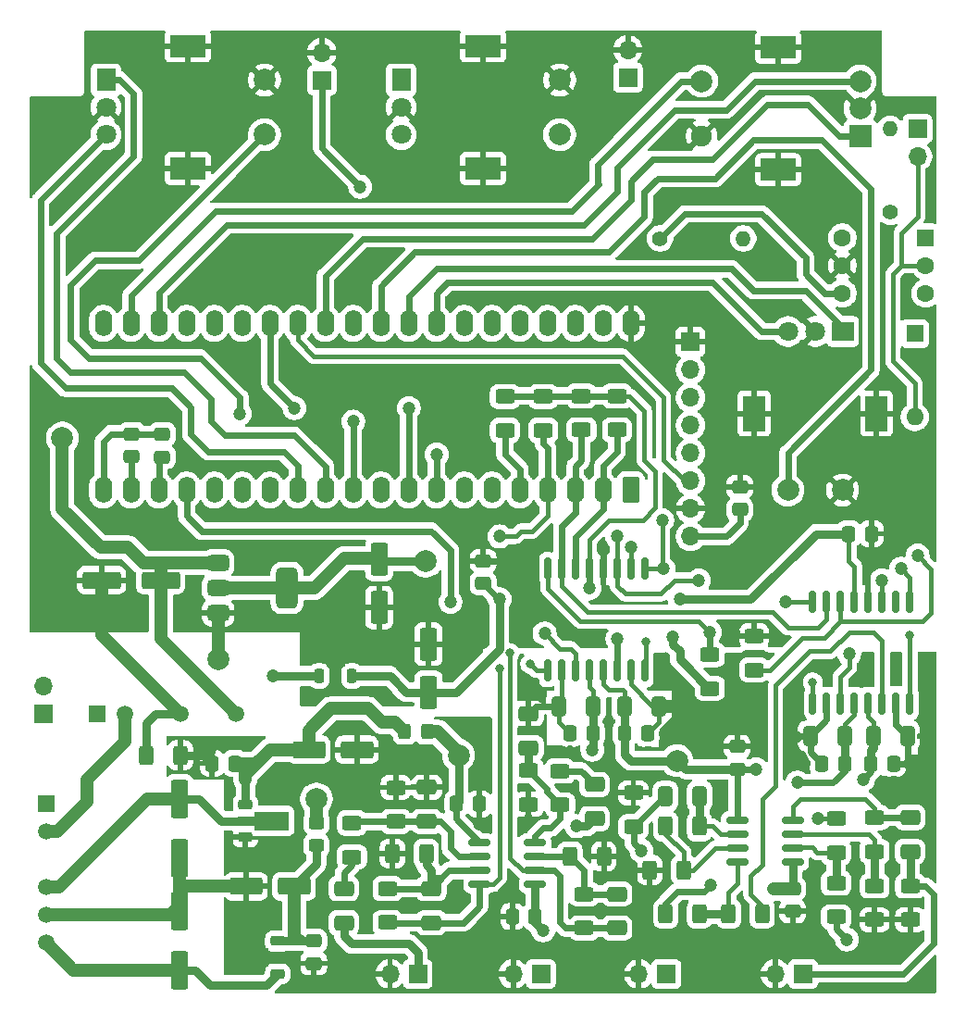
<source format=gbr>
%TF.GenerationSoftware,KiCad,Pcbnew,9.0.1*%
%TF.CreationDate,2025-05-23T09:46:46+02:00*%
%TF.ProjectId,PENDAII-Hardware,50454e44-4149-4492-9d48-617264776172,rev?*%
%TF.SameCoordinates,Original*%
%TF.FileFunction,Copper,L2,Bot*%
%TF.FilePolarity,Positive*%
%FSLAX46Y46*%
G04 Gerber Fmt 4.6, Leading zero omitted, Abs format (unit mm)*
G04 Created by KiCad (PCBNEW 9.0.1) date 2025-05-23 09:46:46*
%MOMM*%
%LPD*%
G01*
G04 APERTURE LIST*
G04 Aperture macros list*
%AMRoundRect*
0 Rectangle with rounded corners*
0 $1 Rounding radius*
0 $2 $3 $4 $5 $6 $7 $8 $9 X,Y pos of 4 corners*
0 Add a 4 corners polygon primitive as box body*
4,1,4,$2,$3,$4,$5,$6,$7,$8,$9,$2,$3,0*
0 Add four circle primitives for the rounded corners*
1,1,$1+$1,$2,$3*
1,1,$1+$1,$4,$5*
1,1,$1+$1,$6,$7*
1,1,$1+$1,$8,$9*
0 Add four rect primitives between the rounded corners*
20,1,$1+$1,$2,$3,$4,$5,0*
20,1,$1+$1,$4,$5,$6,$7,0*
20,1,$1+$1,$6,$7,$8,$9,0*
20,1,$1+$1,$8,$9,$2,$3,0*%
%AMFreePoly0*
4,1,9,3.862500,-0.866500,0.737500,-0.866500,0.737500,-0.450000,-0.737500,-0.450000,-0.737500,0.450000,0.737500,0.450000,0.737500,0.866500,3.862500,0.866500,3.862500,-0.866500,3.862500,-0.866500,$1*%
G04 Aperture macros list end*
%TA.AperFunction,ComponentPad*%
%ADD10R,2.000000X2.000000*%
%TD*%
%TA.AperFunction,ComponentPad*%
%ADD11C,2.000000*%
%TD*%
%TA.AperFunction,ComponentPad*%
%ADD12R,3.200000X2.000000*%
%TD*%
%TA.AperFunction,ComponentPad*%
%ADD13C,1.900000*%
%TD*%
%TA.AperFunction,ComponentPad*%
%ADD14C,1.400000*%
%TD*%
%TA.AperFunction,ComponentPad*%
%ADD15O,1.400000X1.400000*%
%TD*%
%TA.AperFunction,ComponentPad*%
%ADD16R,1.700000X1.700000*%
%TD*%
%TA.AperFunction,ComponentPad*%
%ADD17O,1.700000X1.700000*%
%TD*%
%TA.AperFunction,ComponentPad*%
%ADD18R,1.800000X2.000000*%
%TD*%
%TA.AperFunction,ComponentPad*%
%ADD19C,1.800000*%
%TD*%
%TA.AperFunction,ComponentPad*%
%ADD20R,2.000000X1.800000*%
%TD*%
%TA.AperFunction,ComponentPad*%
%ADD21R,2.000000X3.200000*%
%TD*%
%TA.AperFunction,SMDPad,CuDef*%
%ADD22RoundRect,0.225000X0.425000X0.225000X-0.425000X0.225000X-0.425000X-0.225000X0.425000X-0.225000X0*%
%TD*%
%TA.AperFunction,SMDPad,CuDef*%
%ADD23FreePoly0,180.000000*%
%TD*%
%TA.AperFunction,SMDPad,CuDef*%
%ADD24RoundRect,0.225000X-0.425000X-0.225000X0.425000X-0.225000X0.425000X0.225000X-0.425000X0.225000X0*%
%TD*%
%TA.AperFunction,SMDPad,CuDef*%
%ADD25FreePoly0,0.000000*%
%TD*%
%TA.AperFunction,SMDPad,CuDef*%
%ADD26RoundRect,0.375000X-0.625000X-0.375000X0.625000X-0.375000X0.625000X0.375000X-0.625000X0.375000X0*%
%TD*%
%TA.AperFunction,SMDPad,CuDef*%
%ADD27RoundRect,0.500000X-0.500000X-1.400000X0.500000X-1.400000X0.500000X1.400000X-0.500000X1.400000X0*%
%TD*%
%TA.AperFunction,SMDPad,CuDef*%
%ADD28RoundRect,0.250000X0.625000X-0.400000X0.625000X0.400000X-0.625000X0.400000X-0.625000X-0.400000X0*%
%TD*%
%TA.AperFunction,SMDPad,CuDef*%
%ADD29RoundRect,0.250000X1.250000X0.550000X-1.250000X0.550000X-1.250000X-0.550000X1.250000X-0.550000X0*%
%TD*%
%TA.AperFunction,SMDPad,CuDef*%
%ADD30RoundRect,0.250000X0.400000X0.625000X-0.400000X0.625000X-0.400000X-0.625000X0.400000X-0.625000X0*%
%TD*%
%TA.AperFunction,SMDPad,CuDef*%
%ADD31RoundRect,0.250000X-0.625000X0.400000X-0.625000X-0.400000X0.625000X-0.400000X0.625000X0.400000X0*%
%TD*%
%TA.AperFunction,SMDPad,CuDef*%
%ADD32RoundRect,0.250000X0.475000X-0.337500X0.475000X0.337500X-0.475000X0.337500X-0.475000X-0.337500X0*%
%TD*%
%TA.AperFunction,SMDPad,CuDef*%
%ADD33RoundRect,0.250000X-0.400000X-0.625000X0.400000X-0.625000X0.400000X0.625000X-0.400000X0.625000X0*%
%TD*%
%TA.AperFunction,SMDPad,CuDef*%
%ADD34RoundRect,0.250000X-0.337500X-0.475000X0.337500X-0.475000X0.337500X0.475000X-0.337500X0.475000X0*%
%TD*%
%TA.AperFunction,SMDPad,CuDef*%
%ADD35RoundRect,0.250000X-0.650000X0.412500X-0.650000X-0.412500X0.650000X-0.412500X0.650000X0.412500X0*%
%TD*%
%TA.AperFunction,SMDPad,CuDef*%
%ADD36RoundRect,0.250000X-0.412500X-0.650000X0.412500X-0.650000X0.412500X0.650000X-0.412500X0.650000X0*%
%TD*%
%TA.AperFunction,SMDPad,CuDef*%
%ADD37RoundRect,0.250000X0.650000X-0.412500X0.650000X0.412500X-0.650000X0.412500X-0.650000X-0.412500X0*%
%TD*%
%TA.AperFunction,SMDPad,CuDef*%
%ADD38RoundRect,0.225000X0.225000X-0.425000X0.225000X0.425000X-0.225000X0.425000X-0.225000X-0.425000X0*%
%TD*%
%TA.AperFunction,SMDPad,CuDef*%
%ADD39FreePoly0,90.000000*%
%TD*%
%TA.AperFunction,SMDPad,CuDef*%
%ADD40RoundRect,0.250000X0.412500X0.650000X-0.412500X0.650000X-0.412500X-0.650000X0.412500X-0.650000X0*%
%TD*%
%TA.AperFunction,ComponentPad*%
%ADD41RoundRect,0.250000X0.550000X-0.950000X0.550000X0.950000X-0.550000X0.950000X-0.550000X-0.950000X0*%
%TD*%
%TA.AperFunction,ComponentPad*%
%ADD42O,1.600000X2.400000*%
%TD*%
%TA.AperFunction,SMDPad,CuDef*%
%ADD43RoundRect,0.250000X0.550000X-1.500000X0.550000X1.500000X-0.550000X1.500000X-0.550000X-1.500000X0*%
%TD*%
%TA.AperFunction,SMDPad,CuDef*%
%ADD44RoundRect,0.250000X-0.325000X-0.450000X0.325000X-0.450000X0.325000X0.450000X-0.325000X0.450000X0*%
%TD*%
%TA.AperFunction,SMDPad,CuDef*%
%ADD45RoundRect,0.250000X-0.550000X1.250000X-0.550000X-1.250000X0.550000X-1.250000X0.550000X1.250000X0*%
%TD*%
%TA.AperFunction,ComponentPad*%
%ADD46R,1.600000X1.600000*%
%TD*%
%TA.AperFunction,ComponentPad*%
%ADD47O,1.600000X1.600000*%
%TD*%
%TA.AperFunction,SMDPad,CuDef*%
%ADD48RoundRect,0.250000X0.337500X0.475000X-0.337500X0.475000X-0.337500X-0.475000X0.337500X-0.475000X0*%
%TD*%
%TA.AperFunction,ComponentPad*%
%ADD49R,1.500000X1.500000*%
%TD*%
%TA.AperFunction,ComponentPad*%
%ADD50C,1.500000*%
%TD*%
%TA.AperFunction,SMDPad,CuDef*%
%ADD51RoundRect,0.162500X0.825000X0.162500X-0.825000X0.162500X-0.825000X-0.162500X0.825000X-0.162500X0*%
%TD*%
%TA.AperFunction,SMDPad,CuDef*%
%ADD52RoundRect,0.162500X-0.825000X-0.162500X0.825000X-0.162500X0.825000X0.162500X-0.825000X0.162500X0*%
%TD*%
%TA.AperFunction,SMDPad,CuDef*%
%ADD53RoundRect,0.250000X-0.475000X0.337500X-0.475000X-0.337500X0.475000X-0.337500X0.475000X0.337500X0*%
%TD*%
%TA.AperFunction,SMDPad,CuDef*%
%ADD54RoundRect,0.150000X-0.150000X0.875000X-0.150000X-0.875000X0.150000X-0.875000X0.150000X0.875000X0*%
%TD*%
%TA.AperFunction,SMDPad,CuDef*%
%ADD55RoundRect,0.250000X1.500000X0.550000X-1.500000X0.550000X-1.500000X-0.550000X1.500000X-0.550000X0*%
%TD*%
%TA.AperFunction,ComponentPad*%
%ADD56RoundRect,0.250000X0.550000X0.550000X-0.550000X0.550000X-0.550000X-0.550000X0.550000X-0.550000X0*%
%TD*%
%TA.AperFunction,ComponentPad*%
%ADD57C,1.600000*%
%TD*%
%TA.AperFunction,SMDPad,CuDef*%
%ADD58RoundRect,0.250000X0.550000X-1.250000X0.550000X1.250000X-0.550000X1.250000X-0.550000X-1.250000X0*%
%TD*%
%TA.AperFunction,SMDPad,CuDef*%
%ADD59RoundRect,0.250000X0.450000X-0.325000X0.450000X0.325000X-0.450000X0.325000X-0.450000X-0.325000X0*%
%TD*%
%TA.AperFunction,ViaPad*%
%ADD60C,1.200000*%
%TD*%
%TA.AperFunction,ViaPad*%
%ADD61C,0.800000*%
%TD*%
%TA.AperFunction,ViaPad*%
%ADD62C,2.000000*%
%TD*%
%TA.AperFunction,Conductor*%
%ADD63C,0.600000*%
%TD*%
%TA.AperFunction,Conductor*%
%ADD64C,0.800000*%
%TD*%
%TA.AperFunction,Conductor*%
%ADD65C,1.200000*%
%TD*%
%TA.AperFunction,Conductor*%
%ADD66C,0.400000*%
%TD*%
G04 APERTURE END LIST*
D10*
%TO.P,SW3,A,A*%
%TO.N,PA5{slash}D22*%
X116500000Y-45100000D03*
D11*
%TO.P,SW3,B,B*%
%TO.N,PA0{slash}D16*%
X116500000Y-40100000D03*
%TO.P,SW3,C,C*%
%TO.N,GNDD*%
X116500000Y-42600000D03*
D12*
%TO.P,SW3,MP,MP*%
X109000000Y-48200000D03*
X109000000Y-37000000D03*
D11*
%TO.P,SW3,S1,S1*%
%TO.N,PC0{slash}D15*%
X102000000Y-40100000D03*
D13*
%TO.P,SW3,S2,S2*%
%TO.N,GNDD*%
X102000000Y-45100000D03*
%TD*%
D14*
%TO.P,R26,1*%
%TO.N,Net-(D1-K)*%
X119250000Y-52060000D03*
D15*
%TO.P,R26,2*%
%TO.N,Net-(J7-Pin_1)*%
X119250000Y-44440000D03*
%TD*%
D16*
%TO.P,U6,1,GND*%
%TO.N,GNDD*%
X100975000Y-63960000D03*
D17*
%TO.P,U6,2,VCC*%
%TO.N,+3.3VD*%
X100975000Y-66500000D03*
%TO.P,U6,3,SCL*%
%TO.N,PG11{slash}D8*%
X100975000Y-69040000D03*
%TO.P,U6,4,SDA*%
%TO.N,PB5{slash}D10*%
X100975000Y-71580000D03*
%TO.P,U6,5,RST*%
%TO.N,PC1{slash}D20*%
X100975000Y-74120000D03*
%TO.P,U6,6,DC*%
%TO.N,PC4{slash}D21*%
X100975000Y-76660000D03*
%TO.P,U6,7,CS*%
%TO.N,GNDD*%
X100975000Y-79200000D03*
%TO.P,U6,8,LED*%
%TO.N,+3.3VD*%
X100975000Y-81740000D03*
%TD*%
D18*
%TO.P,SW2,A,A*%
%TO.N,PA7{slash}D18*%
X74500000Y-40000000D03*
D19*
%TO.P,SW2,B,B*%
%TO.N,PA6{slash}D19*%
X74500000Y-45000000D03*
%TO.P,SW2,C,C*%
%TO.N,GNDD*%
X74500000Y-42500000D03*
D12*
%TO.P,SW2,MP,MP*%
X82000000Y-36900000D03*
X82000000Y-48100000D03*
D11*
%TO.P,SW2,S1,S1*%
%TO.N,PB1{slash}D17*%
X89000000Y-45000000D03*
%TO.P,SW2,S2,S2*%
%TO.N,GNDD*%
X89000000Y-40000000D03*
%TD*%
D18*
%TO.P,SW4,A,A*%
%TO.N,PB8{slash}D11*%
X47500000Y-40000000D03*
D19*
%TO.P,SW4,B,B*%
%TO.N,PB9{slash}D12*%
X47500000Y-45000000D03*
%TO.P,SW4,C,C*%
%TO.N,GNDD*%
X47500000Y-42500000D03*
D12*
%TO.P,SW4,MP,MP*%
X55000000Y-36900000D03*
X55000000Y-48100000D03*
D11*
%TO.P,SW4,S1,S1*%
%TO.N,PG10{slash}D7*%
X62000000Y-45000000D03*
%TO.P,SW4,S2,S2*%
%TO.N,GNDD*%
X62000000Y-40000000D03*
%TD*%
D20*
%TO.P,SW1,A,A*%
%TO.N,PA0{slash}D25*%
X114900000Y-63000000D03*
D19*
%TO.P,SW1,B,B*%
%TO.N,PD11{slash}D26*%
X109900000Y-63000000D03*
%TO.P,SW1,C,C*%
%TO.N,GNDD*%
X112400000Y-63000000D03*
D21*
%TO.P,SW1,MP,MP*%
X118000000Y-70500000D03*
X106800000Y-70500000D03*
D11*
%TO.P,SW1,S1,S1*%
%TO.N,PA1{slash}D24*%
X109900000Y-77500000D03*
%TO.P,SW1,S2,S2*%
%TO.N,GNDD*%
X114900000Y-77500000D03*
%TD*%
D22*
%TO.P,U9,1,OUT*%
%TO.N,Net-(U9-OUT)*%
X63200000Y-118750000D03*
D23*
%TO.P,U9,2,GND*%
%TO.N,GNDA*%
X63112500Y-120250000D03*
D22*
%TO.P,U9,3,IN*%
%TO.N,Net-(PS1-+9V)*%
X63200000Y-121750000D03*
%TD*%
D24*
%TO.P,U10,1,GND*%
%TO.N,GNDA*%
X60250000Y-109250000D03*
D25*
%TO.P,U10,2,VI*%
%TO.N,Net-(PS1--9V)*%
X60337500Y-107750000D03*
D24*
%TO.P,U10,3,VO*%
%TO.N,Net-(U10-VO)*%
X60250000Y-106250000D03*
%TD*%
D26*
%TO.P,U11,1,GND*%
%TO.N,GNDD*%
X57750000Y-88750000D03*
%TO.P,U11,2,VO*%
%TO.N,+3.3VD*%
X57750000Y-86450000D03*
D27*
X64050000Y-86450000D03*
D26*
%TO.P,U11,3,VI*%
%TO.N,Net-(PS2-+9V)*%
X57750000Y-84150000D03*
%TD*%
D28*
%TO.P,R20,1*%
%TO.N,+5VD*%
X102750000Y-95650000D03*
%TO.P,R20,2*%
%TO.N,Net-(U2C-ZCEN)*%
X102750000Y-92550000D03*
%TD*%
D29*
%TO.P,C17,1*%
%TO.N,Net-(U9-OUT)*%
X64700000Y-113750000D03*
%TO.P,C17,2*%
%TO.N,GNDA*%
X60300000Y-113750000D03*
%TD*%
D30*
%TO.P,R17,1*%
%TO.N,Net-(C8-Pad2)*%
X101800000Y-108250000D03*
%TO.P,R17,2*%
%TO.N,Net-(U5B--)*%
X98700000Y-108250000D03*
%TD*%
D31*
%TO.P,R11,1*%
%TO.N,Net-(U5A-+)*%
X114300000Y-113450000D03*
%TO.P,R11,2*%
%TO.N,Net-(U4A-AOUTL)*%
X114300000Y-116550000D03*
%TD*%
%TO.P,R10,1*%
%TO.N,Net-(U3A-OUTL)*%
X114300000Y-107550000D03*
%TO.P,R10,2*%
%TO.N,Net-(U5A-+)*%
X114300000Y-110650000D03*
%TD*%
D32*
%TO.P,C12,1*%
%TO.N,+5VD*%
X82000000Y-86037500D03*
%TO.P,C12,2*%
%TO.N,GNDD*%
X82000000Y-83962500D03*
%TD*%
%TO.P,C24,1*%
%TO.N,GNDA*%
X110325000Y-116037500D03*
%TO.P,C24,2*%
%TO.N,-5VA*%
X110325000Y-113962500D03*
%TD*%
D33*
%TO.P,R18,1*%
%TO.N,Net-(U5B-+)*%
X104450000Y-116250000D03*
%TO.P,R18,2*%
%TO.N,Net-(U4B-AOUTR)*%
X107550000Y-116250000D03*
%TD*%
D31*
%TO.P,R23,1*%
%TO.N,+5VD*%
X87500000Y-68950000D03*
%TO.P,R23,2*%
%TO.N,PC9{slash}D3*%
X87500000Y-72050000D03*
%TD*%
%TO.P,R21,1*%
%TO.N,+5VD*%
X94250000Y-68900000D03*
%TO.P,R21,2*%
%TO.N,PC11{slash}D1*%
X94250000Y-72000000D03*
%TD*%
D34*
%TO.P,C15,1*%
%TO.N,+5VA*%
X94962500Y-99750000D03*
%TO.P,C15,2*%
%TO.N,GNDA*%
X97037500Y-99750000D03*
%TD*%
D35*
%TO.P,C5,1*%
%TO.N,GNDA*%
X86150000Y-97937500D03*
%TO.P,C5,2*%
%TO.N,Net-(U1B-+)*%
X86150000Y-101062500D03*
%TD*%
D36*
%TO.P,C30,1*%
%TO.N,+5VA*%
X117687500Y-100000000D03*
%TO.P,C30,2*%
%TO.N,GNDA*%
X120812500Y-100000000D03*
%TD*%
D37*
%TO.P,C6,1*%
%TO.N,Net-(J2-Pin_1)*%
X92200000Y-107562500D03*
%TO.P,C6,2*%
%TO.N,Net-(C6-Pad2)*%
X92200000Y-104437500D03*
%TD*%
D38*
%TO.P,U8,1,OUT*%
%TO.N,+5VD*%
X70000000Y-94500000D03*
D39*
%TO.P,U8,2,GND*%
%TO.N,GNDD*%
X68500000Y-94412500D03*
D38*
%TO.P,U8,3,IN*%
%TO.N,Net-(PS1-+9V)*%
X67000000Y-94500000D03*
%TD*%
D28*
%TO.P,R13,1*%
%TO.N,GNDA*%
X121075000Y-116800000D03*
%TO.P,R13,2*%
%TO.N,Net-(J3-Pin_1)*%
X121075000Y-113700000D03*
%TD*%
D37*
%TO.P,C7,1*%
%TO.N,Net-(J3-Pin_1)*%
X121075000Y-110562500D03*
%TO.P,C7,2*%
%TO.N,Net-(C7-Pad2)*%
X121075000Y-107437500D03*
%TD*%
D16*
%TO.P,J8,1,Pin_1*%
%TO.N,/Alim/+12V*%
X41750000Y-98000000D03*
D17*
%TO.P,J8,2,Pin_2*%
%TO.N,/Alim/0V*%
X41750000Y-95460000D03*
%TD*%
D33*
%TO.P,R5,1*%
%TO.N,Net-(U1B--)*%
X89950000Y-111000000D03*
%TO.P,R5,2*%
%TO.N,GNDA*%
X93050000Y-111000000D03*
%TD*%
D40*
%TO.P,C29,1*%
%TO.N,-5VA*%
X115062500Y-100000000D03*
%TO.P,C29,2*%
%TO.N,GNDA*%
X111937500Y-100000000D03*
%TD*%
D14*
%TO.P,R25,1*%
%TO.N,D14*%
X98190000Y-54500000D03*
D15*
%TO.P,R25,2*%
%TO.N,+3.3VD*%
X105810000Y-54500000D03*
%TD*%
D41*
%TO.P,U3,1,D0*%
%TO.N,unconnected-(U3B-D0-Pad1)*%
X95510000Y-77500000D03*
D42*
%TO.P,U3,2,D1*%
%TO.N,PC11{slash}D1*%
X92970000Y-77500000D03*
%TO.P,U3,3,D2*%
%TO.N,PC10{slash}D2*%
X90430000Y-77500000D03*
%TO.P,U3,4,D3*%
%TO.N,PC9{slash}D3*%
X87890000Y-77500000D03*
%TO.P,U3,5,D4*%
%TO.N,D4*%
X85350000Y-77500000D03*
%TO.P,U3,6,D5*%
%TO.N,unconnected-(U3B-D5-Pad6)*%
X82810000Y-77500000D03*
%TO.P,U3,7,D6*%
%TO.N,unconnected-(U3B-D6-Pad7)*%
X80270000Y-77500000D03*
%TO.P,U3,8,D7*%
%TO.N,PG10{slash}D7*%
X77730000Y-77500000D03*
%TO.P,U3,9,D8*%
%TO.N,PG11{slash}D8*%
X75190000Y-77500000D03*
%TO.P,U3,10,D9*%
%TO.N,unconnected-(U3B-D9-Pad10)*%
X72650000Y-77500000D03*
%TO.P,U3,11,D10*%
%TO.N,PB5{slash}D10*%
X70110000Y-77500000D03*
%TO.P,U3,12,D11*%
%TO.N,PB8{slash}D11*%
X67570000Y-77500000D03*
%TO.P,U3,13,D12*%
%TO.N,PB9{slash}D12*%
X65030000Y-77500000D03*
%TO.P,U3,14,D13*%
%TO.N,unconnected-(U3B-D13-Pad14)*%
X62490000Y-77500000D03*
%TO.P,U3,15,D14*%
%TO.N,D14*%
X59950000Y-77500000D03*
%TO.P,U3,16,INL*%
%TO.N,Net-(U2A-AOUTL)*%
X57410000Y-77500000D03*
%TO.P,U3,17,INR*%
%TO.N,Net-(U2B-AOUTR)*%
X54870000Y-77500000D03*
%TO.P,U3,18,OUTL*%
%TO.N,Net-(U3A-OUTL)*%
X52330000Y-77500000D03*
%TO.P,U3,19,OUTR*%
%TO.N,Net-(U3A-OUTR)*%
X49790000Y-77500000D03*
%TO.P,U3,20,GNDA*%
%TO.N,GNDA*%
X47250000Y-77500000D03*
%TO.P,U3,21,3.3VA*%
%TO.N,unconnected-(U3C-3.3VA-Pad21)*%
X47250000Y-62260000D03*
%TO.P,U3,22,D15*%
%TO.N,PC0{slash}D15*%
X49790000Y-62260000D03*
%TO.P,U3,23,D16*%
%TO.N,PA0{slash}D16*%
X52330000Y-62260000D03*
%TO.P,U3,24,D17*%
%TO.N,PB1{slash}D17*%
X54870000Y-62260000D03*
%TO.P,U3,25,D18*%
%TO.N,PA7{slash}D18*%
X57410000Y-62260000D03*
%TO.P,U3,26,D19*%
%TO.N,PA6{slash}D19*%
X59950000Y-62260000D03*
%TO.P,U3,27,D20*%
%TO.N,PC1{slash}D20*%
X62490000Y-62260000D03*
%TO.P,U3,28,D21*%
%TO.N,PC4{slash}D21*%
X65030000Y-62260000D03*
%TO.P,U3,29,D22*%
%TO.N,PA5{slash}D22*%
X67570000Y-62260000D03*
%TO.P,U3,30,D23*%
%TO.N,unconnected-(U3B-D23-Pad30)*%
X70110000Y-62260000D03*
%TO.P,U3,31,D24*%
%TO.N,PA1{slash}D24*%
X72650000Y-62260000D03*
%TO.P,U3,32,D25*%
%TO.N,PA0{slash}D25*%
X75190000Y-62260000D03*
%TO.P,U3,33,D26*%
%TO.N,PD11{slash}D26*%
X77730000Y-62260000D03*
%TO.P,U3,34,D27*%
%TO.N,PG9{slash}D27*%
X80270000Y-62260000D03*
%TO.P,U3,35,D28*%
%TO.N,PA2{slash}D28*%
X82810000Y-62260000D03*
%TO.P,U3,36,D29*%
%TO.N,unconnected-(U3B-D29-Pad36)*%
X85350000Y-62260000D03*
%TO.P,U3,37,D30*%
%TO.N,unconnected-(U3B-D30-Pad37)*%
X87890000Y-62260000D03*
%TO.P,U3,38,3.3VD*%
%TO.N,unconnected-(U3C-3.3VD-Pad38)*%
X90430000Y-62260000D03*
%TO.P,U3,39,VIN*%
%TO.N,Net-(PS2-+9V)*%
X92970000Y-62260000D03*
%TO.P,U3,40,GNDD*%
%TO.N,GNDD*%
X95510000Y-62260000D03*
%TD*%
D31*
%TO.P,R8,1*%
%TO.N,Net-(C6-Pad2)*%
X89050000Y-103200000D03*
%TO.P,R8,2*%
%TO.N,Net-(U1B-+)*%
X89050000Y-106300000D03*
%TD*%
D35*
%TO.P,C4,1*%
%TO.N,Net-(U1B--)*%
X94250000Y-114437500D03*
%TO.P,C4,2*%
%TO.N,Net-(U2B-AINR)*%
X94250000Y-117562500D03*
%TD*%
D31*
%TO.P,R22,1*%
%TO.N,+5VD*%
X91000000Y-68900000D03*
%TO.P,R22,2*%
%TO.N,PC10{slash}D2*%
X91000000Y-72000000D03*
%TD*%
D43*
%TO.P,C19,1*%
%TO.N,GNDA*%
X54250000Y-111150000D03*
%TO.P,C19,2*%
%TO.N,Net-(PS1--9V)*%
X54250000Y-105750000D03*
%TD*%
D16*
%TO.P,J2,1,Pin_1*%
%TO.N,Net-(J2-Pin_1)*%
X87290000Y-121750000D03*
D17*
%TO.P,J2,2,Pin_2*%
%TO.N,GNDA*%
X84750000Y-121750000D03*
%TD*%
D31*
%TO.P,R12,1*%
%TO.N,Net-(C7-Pad2)*%
X117825000Y-107450000D03*
%TO.P,R12,2*%
%TO.N,Net-(U5A--)*%
X117825000Y-110550000D03*
%TD*%
%TO.P,R19,1*%
%TO.N,GNDD*%
X106800000Y-90850000D03*
%TO.P,R19,2*%
%TO.N,Net-(U2C-SDATAO)*%
X106800000Y-93950000D03*
%TD*%
D44*
%TO.P,FB4,1*%
%TO.N,Net-(U10-VO)*%
X74825000Y-99600000D03*
%TO.P,FB4,2*%
%TO.N,-5VA*%
X76875000Y-99600000D03*
%TD*%
D29*
%TO.P,C20,1*%
%TO.N,GNDA*%
X70450000Y-101250000D03*
%TO.P,C20,2*%
%TO.N,Net-(U10-VO)*%
X66050000Y-101250000D03*
%TD*%
D45*
%TO.P,C26,1*%
%TO.N,+3.3VD*%
X72500000Y-83850000D03*
%TO.P,C26,2*%
%TO.N,GNDD*%
X72500000Y-88250000D03*
%TD*%
D46*
%TO.P,D1,1,K*%
%TO.N,Net-(D1-K)*%
X121500000Y-63190000D03*
D47*
%TO.P,D1,2,A*%
%TO.N,Net-(D1-A)*%
X121500000Y-70810000D03*
%TD*%
D16*
%TO.P,J6,1,Pin_1*%
%TO.N,PA2{slash}D28*%
X95250000Y-39775000D03*
D17*
%TO.P,J6,2,Pin_2*%
%TO.N,GNDD*%
X95250000Y-37235000D03*
%TD*%
D30*
%TO.P,R4,1*%
%TO.N,Net-(U1A--)*%
X76800000Y-110750000D03*
%TO.P,R4,2*%
%TO.N,GNDA*%
X73700000Y-110750000D03*
%TD*%
D37*
%TO.P,C1,1*%
%TO.N,Net-(J1-Pin_1)*%
X69250000Y-117062500D03*
%TO.P,C1,2*%
%TO.N,Net-(C1-Pad2)*%
X69250000Y-113937500D03*
%TD*%
D28*
%TO.P,R3,1*%
%TO.N,Net-(U1A-+)*%
X74000000Y-107800000D03*
%TO.P,R3,2*%
%TO.N,GNDA*%
X74000000Y-104700000D03*
%TD*%
D48*
%TO.P,C10,1*%
%TO.N,-5VA*%
X115075000Y-102500000D03*
%TO.P,C10,2*%
%TO.N,GNDA*%
X113000000Y-102500000D03*
%TD*%
D36*
%TO.P,C8,1*%
%TO.N,Net-(J4-Pin_1)*%
X98687500Y-105500000D03*
%TO.P,C8,2*%
%TO.N,Net-(C8-Pad2)*%
X101812500Y-105500000D03*
%TD*%
D49*
%TO.P,PS2,1,+Vin*%
%TO.N,Net-(PS1-+Vin)*%
X46710000Y-98000000D03*
D50*
%TO.P,PS2,2,-Vin*%
%TO.N,Net-(PS1--Vin)*%
X49250000Y-98000000D03*
%TO.P,PS2,4,0V*%
%TO.N,GNDD*%
X54330000Y-98000000D03*
%TO.P,PS2,6,+9V*%
%TO.N,Net-(PS2-+9V)*%
X59410000Y-98000000D03*
%TD*%
D51*
%TO.P,U5,1*%
%TO.N,Net-(C7-Pad2)*%
X110325000Y-107690000D03*
%TO.P,U5,2,-*%
%TO.N,Net-(U5A--)*%
X110325000Y-108960000D03*
%TO.P,U5,3,+*%
%TO.N,Net-(U5A-+)*%
X110325000Y-110230000D03*
%TO.P,U5,4,V-*%
%TO.N,-5VA*%
X110325000Y-111500000D03*
%TO.P,U5,5,+*%
%TO.N,Net-(U5B-+)*%
X105250000Y-111500000D03*
%TO.P,U5,6,-*%
%TO.N,Net-(U5B--)*%
X105250000Y-110230000D03*
%TO.P,U5,7*%
%TO.N,Net-(C8-Pad2)*%
X105250000Y-108960000D03*
%TO.P,U5,8,V+*%
%TO.N,+5VA*%
X105250000Y-107690000D03*
%TD*%
D32*
%TO.P,C27,1*%
%TO.N,+3.3VD*%
X105500000Y-79287500D03*
%TO.P,C27,2*%
%TO.N,GNDD*%
X105500000Y-77212500D03*
%TD*%
%TO.P,C33,1*%
%TO.N,Net-(U3A-OUTR)*%
X49850000Y-74437500D03*
%TO.P,C33,2*%
%TO.N,GNDA*%
X49850000Y-72362500D03*
%TD*%
D52*
%TO.P,U1,1*%
%TO.N,Net-(U2A-AINL)*%
X81675000Y-113560000D03*
%TO.P,U1,2,-*%
%TO.N,Net-(U1A--)*%
X81675000Y-112290000D03*
%TO.P,U1,3,+*%
%TO.N,Net-(U1A-+)*%
X81675000Y-111020000D03*
%TO.P,U1,4,V-*%
%TO.N,-5VA*%
X81675000Y-109750000D03*
%TO.P,U1,5,+*%
%TO.N,Net-(U1B-+)*%
X86750000Y-109750000D03*
%TO.P,U1,6,-*%
%TO.N,Net-(U1B--)*%
X86750000Y-111020000D03*
%TO.P,U1,7*%
%TO.N,Net-(U2B-AINR)*%
X86750000Y-112290000D03*
%TO.P,U1,8,V+*%
%TO.N,+5VA*%
X86750000Y-113560000D03*
%TD*%
D32*
%TO.P,C34,1*%
%TO.N,Net-(U3A-OUTL)*%
X52650000Y-74487500D03*
%TO.P,C34,2*%
%TO.N,GNDA*%
X52650000Y-72412500D03*
%TD*%
D28*
%TO.P,R7,1*%
%TO.N,Net-(U2B-AINR)*%
X91250000Y-117550000D03*
%TO.P,R7,2*%
%TO.N,Net-(U1B--)*%
X91250000Y-114450000D03*
%TD*%
D33*
%TO.P,R9,1*%
%TO.N,Net-(U3A-OUTR)*%
X98700000Y-116250000D03*
%TO.P,R9,2*%
%TO.N,Net-(U5B-+)*%
X101800000Y-116250000D03*
%TD*%
D53*
%TO.P,C18,1*%
%TO.N,Net-(U9-OUT)*%
X66500000Y-118712500D03*
%TO.P,C18,2*%
%TO.N,GNDA*%
X66500000Y-120787500D03*
%TD*%
D34*
%TO.P,C11,1*%
%TO.N,+5VA*%
X117500000Y-102500000D03*
%TO.P,C11,2*%
%TO.N,GNDA*%
X119575000Y-102500000D03*
%TD*%
D35*
%TO.P,C2,1*%
%TO.N,GNDA*%
X76850000Y-104687500D03*
%TO.P,C2,2*%
%TO.N,Net-(U1A-+)*%
X76850000Y-107812500D03*
%TD*%
D31*
%TO.P,R24,1*%
%TO.N,+5VD*%
X84000000Y-68950000D03*
%TO.P,R24,2*%
%TO.N,D4*%
X84000000Y-72050000D03*
%TD*%
%TO.P,R14,1*%
%TO.N,Net-(U5A--)*%
X117825000Y-113700000D03*
%TO.P,R14,2*%
%TO.N,GNDA*%
X117825000Y-116800000D03*
%TD*%
D16*
%TO.P,J3,1,Pin_1*%
%TO.N,Net-(J3-Pin_1)*%
X111275000Y-121750000D03*
D17*
%TO.P,J3,2,Pin_2*%
%TO.N,GNDA*%
X108735000Y-121750000D03*
%TD*%
D54*
%TO.P,U4,1,ZCEN*%
%TO.N,Net-(U2C-ZCEN)*%
X112170000Y-87700000D03*
%TO.P,U4,2,CS*%
%TO.N,PC10{slash}D2*%
X113440000Y-87700000D03*
%TO.P,U4,3,SDATAI*%
%TO.N,Net-(U2C-SDATAO)*%
X114710000Y-87700000D03*
%TO.P,U4,4,VD+*%
%TO.N,+5VD*%
X115980000Y-87700000D03*
%TO.P,U4,5,DGND*%
%TO.N,GNDD*%
X117250000Y-87700000D03*
%TO.P,U4,6,SCLK*%
%TO.N,PC9{slash}D3*%
X118520000Y-87700000D03*
%TO.P,U4,7,SDATAO*%
%TO.N,unconnected-(U4C-SDATAO-Pad7)*%
X119790000Y-87700000D03*
%TO.P,U4,8,MUTE*%
%TO.N,D4*%
X121060000Y-87700000D03*
%TO.P,U4,9,AINR*%
%TO.N,Net-(U2B-AINR)*%
X121060000Y-97000000D03*
%TO.P,U4,10,AGNDR*%
%TO.N,GNDA*%
X119790000Y-97000000D03*
%TO.P,U4,11,AOUTR*%
%TO.N,Net-(U4B-AOUTR)*%
X118520000Y-97000000D03*
%TO.P,U4,12,VA+*%
%TO.N,+5VA*%
X117250000Y-97000000D03*
%TO.P,U4,13,VA-*%
%TO.N,-5VA*%
X115980000Y-97000000D03*
%TO.P,U4,14,AOUTL*%
%TO.N,Net-(U4A-AOUTL)*%
X114710000Y-97000000D03*
%TO.P,U4,15,AGNDL*%
%TO.N,GNDA*%
X113440000Y-97000000D03*
%TO.P,U4,16,AINL*%
%TO.N,Net-(U2A-AINL)*%
X112170000Y-97000000D03*
%TD*%
D40*
%TO.P,C31,1*%
%TO.N,-5VA*%
X92062500Y-97250000D03*
%TO.P,C31,2*%
%TO.N,GNDA*%
X88937500Y-97250000D03*
%TD*%
D36*
%TO.P,C32,1*%
%TO.N,+5VA*%
X94937500Y-97250000D03*
%TO.P,C32,2*%
%TO.N,GNDA*%
X98062500Y-97250000D03*
%TD*%
D32*
%TO.P,C22,1*%
%TO.N,+5VA*%
X105250000Y-103037500D03*
%TO.P,C22,2*%
%TO.N,GNDA*%
X105250000Y-100962500D03*
%TD*%
D35*
%TO.P,C3,1*%
%TO.N,Net-(U1A--)*%
X77250000Y-113937500D03*
%TO.P,C3,2*%
%TO.N,Net-(U2A-AINL)*%
X77250000Y-117062500D03*
%TD*%
D30*
%TO.P,R15,1*%
%TO.N,Net-(U5B--)*%
X100350000Y-112250000D03*
%TO.P,R15,2*%
%TO.N,GNDA*%
X97250000Y-112250000D03*
%TD*%
D55*
%TO.P,C28,1*%
%TO.N,Net-(PS2-+9V)*%
X52500000Y-85750000D03*
%TO.P,C28,2*%
%TO.N,GNDD*%
X47100000Y-85750000D03*
%TD*%
D56*
%TO.P,U7,1*%
%TO.N,Net-(D1-K)*%
X122500000Y-54420000D03*
D57*
%TO.P,U7,2*%
%TO.N,Net-(D1-A)*%
X122500000Y-56960000D03*
%TO.P,U7,3*%
%TO.N,unconnected-(U7-Pad3)*%
X122500000Y-59500000D03*
%TO.P,U7,4*%
%TO.N,D14*%
X114880000Y-59500000D03*
%TO.P,U7,5*%
%TO.N,GNDD*%
X114880000Y-56960000D03*
%TO.P,U7,6*%
%TO.N,+3.3VD*%
X114880000Y-54420000D03*
%TD*%
D16*
%TO.P,J1,1,Pin_1*%
%TO.N,Net-(J1-Pin_1)*%
X76025000Y-121750000D03*
D17*
%TO.P,J1,2,Pin_2*%
%TO.N,GNDA*%
X73485000Y-121750000D03*
%TD*%
D31*
%TO.P,R1,1*%
%TO.N,Net-(U1A-+)*%
X70000000Y-107950000D03*
%TO.P,R1,2*%
%TO.N,Net-(C1-Pad2)*%
X70000000Y-111050000D03*
%TD*%
D33*
%TO.P,R27,1*%
%TO.N,GNDD*%
X51200000Y-101750000D03*
%TO.P,R27,2*%
%TO.N,GNDA*%
X54300000Y-101750000D03*
%TD*%
D28*
%TO.P,R2,1*%
%TO.N,Net-(U2A-AINL)*%
X73250000Y-117050000D03*
%TO.P,R2,2*%
%TO.N,Net-(U1A--)*%
X73250000Y-113950000D03*
%TD*%
D48*
%TO.P,C25,1*%
%TO.N,GNDA*%
X81637500Y-106200000D03*
%TO.P,C25,2*%
%TO.N,-5VA*%
X79562500Y-106200000D03*
%TD*%
D31*
%TO.P,R16,1*%
%TO.N,GNDA*%
X95750000Y-105200000D03*
%TO.P,R16,2*%
%TO.N,Net-(J4-Pin_1)*%
X95750000Y-108300000D03*
%TD*%
D34*
%TO.P,C21,1*%
%TO.N,GNDA*%
X57212500Y-102500000D03*
%TO.P,C21,2*%
%TO.N,Net-(U10-VO)*%
X59287500Y-102500000D03*
%TD*%
D54*
%TO.P,U2,1,ZCEN*%
%TO.N,Net-(U2C-ZCEN)*%
X87920000Y-84700000D03*
%TO.P,U2,2,CS*%
%TO.N,PC10{slash}D2*%
X89190000Y-84700000D03*
%TO.P,U2,3,SDATAI*%
%TO.N,PC11{slash}D1*%
X90460000Y-84700000D03*
%TO.P,U2,4,VD+*%
%TO.N,+5VD*%
X91730000Y-84700000D03*
%TO.P,U2,5,DGND*%
%TO.N,GNDD*%
X93000000Y-84700000D03*
%TO.P,U2,6,SCLK*%
%TO.N,PC9{slash}D3*%
X94270000Y-84700000D03*
%TO.P,U2,7,SDATAO*%
%TO.N,Net-(U2C-SDATAO)*%
X95540000Y-84700000D03*
%TO.P,U2,8,MUTE*%
%TO.N,D4*%
X96810000Y-84700000D03*
%TO.P,U2,9,AINR*%
%TO.N,Net-(U2B-AINR)*%
X96810000Y-94000000D03*
%TO.P,U2,10,AGNDR*%
%TO.N,GNDA*%
X95540000Y-94000000D03*
%TO.P,U2,11,AOUTR*%
%TO.N,Net-(U2B-AOUTR)*%
X94270000Y-94000000D03*
%TO.P,U2,12,VA+*%
%TO.N,+5VA*%
X93000000Y-94000000D03*
%TO.P,U2,13,VA-*%
%TO.N,-5VA*%
X91730000Y-94000000D03*
%TO.P,U2,14,AOUTL*%
%TO.N,Net-(U2A-AOUTL)*%
X90460000Y-94000000D03*
%TO.P,U2,15,AGNDL*%
%TO.N,GNDA*%
X89190000Y-94000000D03*
%TO.P,U2,16,AINL*%
%TO.N,Net-(U2A-AINL)*%
X87920000Y-94000000D03*
%TD*%
D58*
%TO.P,C13,1*%
%TO.N,+5VD*%
X77000000Y-96000000D03*
%TO.P,C13,2*%
%TO.N,GNDD*%
X77000000Y-91600000D03*
%TD*%
D31*
%TO.P,R6,1*%
%TO.N,Net-(U1B-+)*%
X86150000Y-103150000D03*
%TO.P,R6,2*%
%TO.N,GNDA*%
X86150000Y-106250000D03*
%TD*%
D48*
%TO.P,C14,1*%
%TO.N,-5VA*%
X92037500Y-99750000D03*
%TO.P,C14,2*%
%TO.N,GNDA*%
X89962500Y-99750000D03*
%TD*%
D16*
%TO.P,J7,1,Pin_1*%
%TO.N,Net-(J7-Pin_1)*%
X121750000Y-44475000D03*
D17*
%TO.P,J7,2,Pin_2*%
%TO.N,Net-(D1-A)*%
X121750000Y-47015000D03*
%TD*%
D49*
%TO.P,PS1,1,+Vin*%
%TO.N,Net-(PS1-+Vin)*%
X41987500Y-106187500D03*
D50*
%TO.P,PS1,2,-Vin*%
%TO.N,Net-(PS1--Vin)*%
X41987500Y-108727500D03*
%TO.P,PS1,4,-9V*%
%TO.N,Net-(PS1--9V)*%
X41987500Y-113807500D03*
%TO.P,PS1,5,0V*%
%TO.N,GNDA*%
X41987500Y-116347500D03*
%TO.P,PS1,6,+9V*%
%TO.N,Net-(PS1-+9V)*%
X41987500Y-118887500D03*
%TD*%
D59*
%TO.P,FB3,1*%
%TO.N,Net-(U9-OUT)*%
X66750000Y-110000000D03*
%TO.P,FB3,2*%
%TO.N,+5VA*%
X66750000Y-107950000D03*
%TD*%
D16*
%TO.P,J4,1,Pin_1*%
%TO.N,Net-(J4-Pin_1)*%
X98775000Y-121750000D03*
D17*
%TO.P,J4,2,Pin_2*%
%TO.N,GNDA*%
X96235000Y-121750000D03*
%TD*%
D48*
%TO.P,C23,1*%
%TO.N,+5VA*%
X86750000Y-116500000D03*
%TO.P,C23,2*%
%TO.N,GNDA*%
X84675000Y-116500000D03*
%TD*%
D34*
%TO.P,C9,1*%
%TO.N,+5VD*%
X115462500Y-81500000D03*
%TO.P,C9,2*%
%TO.N,GNDD*%
X117537500Y-81500000D03*
%TD*%
D43*
%TO.P,C16,1*%
%TO.N,Net-(PS1-+9V)*%
X54250000Y-121400000D03*
%TO.P,C16,2*%
%TO.N,GNDA*%
X54250000Y-116000000D03*
%TD*%
D16*
%TO.P,J5,1,Pin_1*%
%TO.N,PG9{slash}D27*%
X67250000Y-40025000D03*
D17*
%TO.P,J5,2,Pin_2*%
%TO.N,GNDD*%
X67250000Y-37485000D03*
%TD*%
D60*
%TO.N,GNDA*%
X63500000Y-103250000D03*
X57000000Y-101250000D03*
X110600000Y-100050000D03*
D61*
X86150000Y-96250000D03*
X86150000Y-107450000D03*
D60*
X81650000Y-108000000D03*
D62*
X81250000Y-119750000D03*
D61*
X116600000Y-95000000D03*
D60*
X71750000Y-103500000D03*
D61*
X119800000Y-94800000D03*
D60*
X95000000Y-112000000D03*
D62*
X105000000Y-120500000D03*
D60*
X103750000Y-105500000D03*
X121000000Y-102500000D03*
X106900000Y-98250000D03*
X103350000Y-101000000D03*
D61*
X83000000Y-115000000D03*
D60*
X81000000Y-99000000D03*
D61*
%TO.N,Net-(U2A-AINL)*%
X83500000Y-93800000D03*
X112170000Y-95080000D03*
X86300000Y-93400000D03*
%TO.N,Net-(U2B-AINR)*%
X121050000Y-90800000D03*
X96850000Y-91400000D03*
X84450000Y-92400000D03*
D60*
%TO.N,Net-(J2-Pin_1)*%
X90550000Y-108250000D03*
%TO.N,Net-(J4-Pin_1)*%
X96500000Y-110500000D03*
D61*
%TO.N,GNDD*%
X108000000Y-60750000D03*
X72100000Y-92100000D03*
D60*
X67800000Y-88700000D03*
D61*
X72100000Y-95900000D03*
X81000000Y-74500000D03*
D60*
X105000000Y-90700000D03*
D61*
X51050000Y-79800000D03*
X81000000Y-92000000D03*
X48750000Y-53750000D03*
D60*
X85212500Y-82962500D03*
D61*
X61250000Y-75500000D03*
D60*
X70750000Y-58250000D03*
X64750000Y-58500000D03*
D61*
X44500000Y-50250000D03*
X50800000Y-70150000D03*
X42000000Y-44000000D03*
X71000000Y-44750000D03*
X54950000Y-88500000D03*
D62*
X57750000Y-93000000D03*
D61*
X89750000Y-90500000D03*
X98500000Y-46000000D03*
X72000000Y-69500000D03*
X62250000Y-70500000D03*
X49500000Y-87950000D03*
D60*
X93000000Y-83000000D03*
%TO.N,+5VD*%
X91730000Y-86480000D03*
X100000000Y-87500000D03*
X99350000Y-90900000D03*
X83500000Y-87500000D03*
D62*
%TO.N,-5VA*%
X79750000Y-101750000D03*
D60*
X108550000Y-114000000D03*
X110750000Y-104250000D03*
X92000000Y-101250000D03*
%TO.N,+5VA*%
X107000000Y-103037500D03*
D62*
X66750000Y-105750000D03*
D60*
X116750000Y-104000000D03*
X87500000Y-117750000D03*
D62*
X99750000Y-102250000D03*
%TO.N,+3.3VD*%
X76750000Y-84000000D03*
D60*
%TO.N,PG9{slash}D27*%
X70750000Y-49750000D03*
%TO.N,Net-(U4A-AOUTL)*%
X115500000Y-92500000D03*
X115300000Y-118600000D03*
%TO.N,Net-(U2C-SDATAO)*%
X95500000Y-82750000D03*
X121750000Y-83500000D03*
%TO.N,Net-(U2C-ZCEN)*%
X102750000Y-90500000D03*
X109670000Y-87750000D03*
%TO.N,PC9{slash}D3*%
X83500000Y-81750000D03*
X101750000Y-85750000D03*
X94250000Y-81750000D03*
X118500000Y-85750000D03*
%TO.N,D4*%
X98375000Y-80250000D03*
X120250000Y-84700000D03*
X98500000Y-84700000D03*
%TO.N,PG10{slash}D7*%
X59750000Y-70500000D03*
X77750000Y-74250000D03*
%TO.N,Net-(U2A-AOUTL)*%
X87625000Y-90625000D03*
%TO.N,Net-(U2B-AOUTR)*%
X79000000Y-87750000D03*
X94300000Y-91100000D03*
%TO.N,Net-(U3A-OUTL)*%
X112650000Y-107550000D03*
%TO.N,Net-(U3A-OUTR)*%
X102800000Y-113600000D03*
%TO.N,PC1{slash}D20*%
X64750000Y-70000000D03*
%TO.N,PG11{slash}D8*%
X75190000Y-70000000D03*
%TO.N,PB5{slash}D10*%
X70110000Y-71250000D03*
%TO.N,Net-(PS1-+9V)*%
X62750000Y-94500000D03*
D62*
%TO.N,Net-(PS2-+9V)*%
X43500000Y-72750000D03*
%TD*%
D63*
%TO.N,Net-(C1-Pad2)*%
X69250000Y-112500000D02*
X69250000Y-113937500D01*
X70000000Y-111050000D02*
X70000000Y-111750000D01*
X70000000Y-111750000D02*
X69250000Y-112500000D01*
D64*
%TO.N,Net-(J1-Pin_1)*%
X69250000Y-118250000D02*
X70000000Y-119000000D01*
X75250000Y-119000000D02*
X76025000Y-119775000D01*
X70000000Y-119000000D02*
X75250000Y-119000000D01*
X69250000Y-117062500D02*
X69250000Y-118250000D01*
X76025000Y-119775000D02*
X76025000Y-121750000D01*
D63*
%TO.N,GNDA*%
X47937500Y-72362500D02*
X47250000Y-73050000D01*
X88937500Y-97250000D02*
X86837500Y-97250000D01*
D65*
X54250000Y-113750000D02*
X54250000Y-116000000D01*
D63*
X86837500Y-97250000D02*
X86150000Y-97937500D01*
X110650000Y-100000000D02*
X110600000Y-100050000D01*
D66*
X98062500Y-97250000D02*
X98062500Y-98725000D01*
D65*
X53402500Y-116347500D02*
X41987500Y-116347500D01*
D63*
X52650000Y-72412500D02*
X49900000Y-72412500D01*
D65*
X54250000Y-116000000D02*
X53750000Y-116000000D01*
X53750000Y-116000000D02*
X53402500Y-116347500D01*
D63*
X47250000Y-73050000D02*
X47250000Y-77500000D01*
D64*
X56462500Y-101750000D02*
X56500000Y-101750000D01*
D63*
X120500000Y-102500000D02*
X120812500Y-102187500D01*
X119790000Y-97000000D02*
X119790000Y-98977500D01*
D66*
X98062500Y-98725000D02*
X97037500Y-99750000D01*
D63*
X113440000Y-97000000D02*
X113440000Y-98497500D01*
D66*
X89190000Y-94000000D02*
X89190000Y-96997500D01*
D65*
X54250000Y-111150000D02*
X54250000Y-113750000D01*
D63*
X111937500Y-101437500D02*
X113000000Y-102500000D01*
D64*
X56500000Y-101750000D02*
X57000000Y-101250000D01*
D63*
X119790000Y-98977500D02*
X120812500Y-100000000D01*
D66*
X96050000Y-105500000D02*
X95750000Y-105200000D01*
D63*
X49900000Y-72412500D02*
X49850000Y-72362500D01*
D64*
X54300000Y-101750000D02*
X56462500Y-101750000D01*
D63*
X111937500Y-100000000D02*
X110650000Y-100000000D01*
X120812500Y-102187500D02*
X120812500Y-100000000D01*
X111937500Y-100000000D02*
X111937500Y-101437500D01*
D66*
X88937500Y-97250000D02*
X88937500Y-98725000D01*
X95540000Y-95290000D02*
X97500000Y-97250000D01*
X95540000Y-94000000D02*
X95540000Y-95290000D01*
X97500000Y-97250000D02*
X98062500Y-97250000D01*
D63*
X119575000Y-102500000D02*
X120500000Y-102500000D01*
D64*
X56462500Y-101750000D02*
X57212500Y-102500000D01*
D63*
X49850000Y-72362500D02*
X47937500Y-72362500D01*
X113440000Y-98497500D02*
X111937500Y-100000000D01*
D65*
X54250000Y-113750000D02*
X60300000Y-113750000D01*
D66*
X89190000Y-96997500D02*
X88937500Y-97250000D01*
X88937500Y-98725000D02*
X89962500Y-99750000D01*
D65*
X98062500Y-97250000D02*
X100200000Y-97250000D01*
D63*
%TO.N,Net-(U1A-+)*%
X73262500Y-107812500D02*
X78062500Y-107812500D01*
X78062500Y-107812500D02*
X79000000Y-108750000D01*
X73250000Y-107800000D02*
X73262500Y-107812500D01*
X79000000Y-108750000D02*
X79000000Y-110250000D01*
X70000000Y-107950000D02*
X70150000Y-107800000D01*
X79770000Y-111020000D02*
X81675000Y-111020000D01*
X79000000Y-110250000D02*
X79770000Y-111020000D01*
X70150000Y-107800000D02*
X73250000Y-107800000D01*
D66*
%TO.N,Net-(U2A-AINL)*%
X87920000Y-94000000D02*
X86900000Y-94000000D01*
D63*
X80187500Y-117062500D02*
X81675000Y-115575000D01*
X73262500Y-117062500D02*
X73250000Y-117050000D01*
D66*
X83500000Y-93800000D02*
X83500000Y-112950000D01*
X82890000Y-113560000D02*
X81675000Y-113560000D01*
X112170000Y-97000000D02*
X112170000Y-95080000D01*
D63*
X77250000Y-117062500D02*
X80187500Y-117062500D01*
X77250000Y-117062500D02*
X73262500Y-117062500D01*
D66*
X86900000Y-94000000D02*
X86300000Y-93400000D01*
X83500000Y-112950000D02*
X82890000Y-113560000D01*
D63*
X81675000Y-113560000D02*
X81675000Y-115575000D01*
%TO.N,Net-(U1A--)*%
X81675000Y-112290000D02*
X78897500Y-112290000D01*
D64*
X76800000Y-111800000D02*
X77250000Y-112250000D01*
D63*
X77250000Y-112750000D02*
X77468750Y-112968750D01*
X78897500Y-112290000D02*
X78218750Y-112968750D01*
X73262500Y-113937500D02*
X73250000Y-113950000D01*
X77593750Y-113093750D02*
X77250000Y-112750000D01*
X78218750Y-112968750D02*
X78093750Y-113093750D01*
X77468750Y-112968750D02*
X78218750Y-112968750D01*
D64*
X76800000Y-110750000D02*
X76800000Y-111800000D01*
D63*
X78093750Y-113093750D02*
X77593750Y-113093750D01*
D64*
X77250000Y-112750000D02*
X77250000Y-113937500D01*
X77250000Y-112250000D02*
X77250000Y-112750000D01*
D63*
X77250000Y-113937500D02*
X73262500Y-113937500D01*
X78093750Y-113093750D02*
X77250000Y-113937500D01*
D66*
%TO.N,Net-(U2B-AINR)*%
X84449000Y-93101000D02*
X84449000Y-111149000D01*
D63*
X88540000Y-112290000D02*
X89000000Y-112750000D01*
X89000000Y-112750000D02*
X89000000Y-117000000D01*
X94237500Y-117550000D02*
X94250000Y-117562500D01*
D66*
X121060000Y-93860000D02*
X121060000Y-97000000D01*
X121050000Y-93850000D02*
X121060000Y-93860000D01*
D63*
X89550000Y-117550000D02*
X91250000Y-117550000D01*
D66*
X84450000Y-93100000D02*
X84449000Y-93101000D01*
X96850000Y-93960000D02*
X96810000Y-94000000D01*
X121050000Y-90800000D02*
X121050000Y-93850000D01*
X85590000Y-112290000D02*
X86750000Y-112290000D01*
X84449000Y-111149000D02*
X85590000Y-112290000D01*
D63*
X89000000Y-117000000D02*
X89550000Y-117550000D01*
X86750000Y-112290000D02*
X88540000Y-112290000D01*
D66*
X84450000Y-92400000D02*
X84450000Y-93100000D01*
X96850000Y-91400000D02*
X96850000Y-93960000D01*
D63*
X91250000Y-117550000D02*
X94237500Y-117550000D01*
%TO.N,Net-(U1B--)*%
X94237500Y-114450000D02*
X94250000Y-114437500D01*
X91250000Y-112300000D02*
X89950000Y-111000000D01*
X89930000Y-111020000D02*
X89950000Y-111000000D01*
X86750000Y-111020000D02*
X89930000Y-111020000D01*
X91250000Y-114450000D02*
X94237500Y-114450000D01*
X91250000Y-114450000D02*
X91250000Y-112300000D01*
%TO.N,Net-(U1B-+)*%
X86150000Y-103150000D02*
X87800000Y-104800000D01*
X88200000Y-108400000D02*
X87500000Y-108400000D01*
X86750000Y-109150000D02*
X86750000Y-109750000D01*
X89050000Y-106300000D02*
X87800000Y-105050000D01*
D64*
X86150000Y-101062500D02*
X86150000Y-103150000D01*
D63*
X87500000Y-108400000D02*
X86750000Y-109150000D01*
X89050000Y-106300000D02*
X89050000Y-107550000D01*
X87800000Y-104800000D02*
X87800000Y-105050000D01*
X89050000Y-107550000D02*
X88200000Y-108400000D01*
D64*
%TO.N,Net-(J2-Pin_1)*%
X90550000Y-108250000D02*
X91512500Y-108250000D01*
X91512500Y-108250000D02*
X92200000Y-107562500D01*
D63*
%TO.N,Net-(C6-Pad2)*%
X90962500Y-103200000D02*
X92200000Y-104437500D01*
X89050000Y-103200000D02*
X90962500Y-103200000D01*
D66*
%TO.N,Net-(C7-Pad2)*%
X117000000Y-105750000D02*
X111000000Y-105750000D01*
X117825000Y-107450000D02*
X117825000Y-106575000D01*
D63*
X117825000Y-107450000D02*
X121062500Y-107450000D01*
D66*
X111000000Y-105750000D02*
X110325000Y-106425000D01*
D63*
X121062500Y-107450000D02*
X121075000Y-107437500D01*
D66*
X110325000Y-106425000D02*
X110325000Y-107690000D01*
X117825000Y-106575000D02*
X117000000Y-105750000D01*
D63*
%TO.N,Net-(J3-Pin_1)*%
X122200000Y-113700000D02*
X121075000Y-113700000D01*
D64*
X121075000Y-113700000D02*
X121075000Y-110562500D01*
D63*
X122500000Y-113750000D02*
X122250000Y-113750000D01*
X122500000Y-113750000D02*
X123199000Y-114449000D01*
X123199000Y-114449000D02*
X123199000Y-119000000D01*
X123199000Y-119000000D02*
X120449000Y-121750000D01*
X120449000Y-121750000D02*
X111275000Y-121750000D01*
X122250000Y-113750000D02*
X122200000Y-113700000D01*
%TO.N,Net-(J4-Pin_1)*%
X98550000Y-105500000D02*
X95750000Y-108300000D01*
X95750000Y-109750000D02*
X96500000Y-110500000D01*
X95750000Y-108300000D02*
X95750000Y-109750000D01*
X98687500Y-105500000D02*
X98550000Y-105500000D01*
D64*
%TO.N,Net-(C8-Pad2)*%
X101812500Y-105500000D02*
X101812500Y-108237500D01*
D66*
X103000000Y-108250000D02*
X101800000Y-108250000D01*
X105250000Y-108960000D02*
X103710000Y-108960000D01*
D64*
X101812500Y-108237500D02*
X101800000Y-108250000D01*
D66*
X103710000Y-108960000D02*
X103000000Y-108250000D01*
D63*
%TO.N,GNDD*%
X83962500Y-83962500D02*
X82000000Y-83962500D01*
D65*
X47100000Y-85750000D02*
X47100000Y-90770000D01*
D66*
X117250000Y-84250000D02*
X117250000Y-87700000D01*
D65*
X47100000Y-90770000D02*
X54330000Y-98000000D01*
D66*
X117537500Y-81500000D02*
X117537500Y-83962500D01*
D64*
X51200000Y-101750000D02*
X51200000Y-98800000D01*
X51200000Y-98800000D02*
X52000000Y-98000000D01*
D63*
X85212500Y-82962500D02*
X85037500Y-82962500D01*
X85037500Y-82962500D02*
X84000000Y-84000000D01*
X93000000Y-84700000D02*
X93000000Y-83000000D01*
X84000000Y-84000000D02*
X83962500Y-83962500D01*
D65*
X57750000Y-93000000D02*
X57750000Y-88750000D01*
D66*
X117537500Y-83962500D02*
X117250000Y-84250000D01*
D64*
X52000000Y-98000000D02*
X54330000Y-98000000D01*
D66*
%TO.N,+5VD*%
X93500000Y-80250000D02*
X96625000Y-80250000D01*
X96625000Y-80250000D02*
X97750000Y-79125000D01*
D64*
X70000000Y-94500000D02*
X73500000Y-94500000D01*
X99350000Y-91600000D02*
X100000000Y-92250000D01*
X112500000Y-81500000D02*
X106500000Y-87500000D01*
D63*
X83500000Y-87500000D02*
X83462500Y-87500000D01*
D64*
X75000000Y-96000000D02*
X77000000Y-96000000D01*
D66*
X97750000Y-75750000D02*
X96750000Y-74750000D01*
X96750000Y-70250000D02*
X95400000Y-68900000D01*
D64*
X100000000Y-93000000D02*
X102650000Y-95650000D01*
X99350000Y-90900000D02*
X99350000Y-91600000D01*
D66*
X91730000Y-82020000D02*
X93500000Y-80250000D01*
D63*
X83462500Y-87500000D02*
X82000000Y-86037500D01*
D64*
X102650000Y-95650000D02*
X102750000Y-95650000D01*
D63*
X91000000Y-68900000D02*
X87500000Y-68900000D01*
D66*
X95400000Y-68900000D02*
X94250000Y-68900000D01*
D63*
X87500000Y-68900000D02*
X84000000Y-68900000D01*
D66*
X96750000Y-74750000D02*
X96750000Y-70250000D01*
X115980000Y-84480000D02*
X115462500Y-83962500D01*
D64*
X100000000Y-92250000D02*
X100000000Y-93000000D01*
D66*
X115462500Y-83962500D02*
X115462500Y-81500000D01*
D64*
X79500000Y-96000000D02*
X77000000Y-96000000D01*
X83500000Y-92000000D02*
X79500000Y-96000000D01*
X115462500Y-81500000D02*
X112500000Y-81500000D01*
D66*
X97750000Y-79125000D02*
X97750000Y-75750000D01*
X115980000Y-87700000D02*
X115980000Y-84480000D01*
D64*
X73500000Y-94500000D02*
X75000000Y-96000000D01*
D63*
X91730000Y-84700000D02*
X91730000Y-86480000D01*
X94250000Y-68900000D02*
X91000000Y-68900000D01*
D64*
X106500000Y-87500000D02*
X100000000Y-87500000D01*
X83500000Y-87500000D02*
X83500000Y-92000000D01*
D66*
X91730000Y-84700000D02*
X91730000Y-82020000D01*
D63*
%TO.N,-5VA*%
X79500000Y-107050000D02*
X79562500Y-106987500D01*
D66*
X115062500Y-98937500D02*
X115062500Y-100000000D01*
D64*
X79750000Y-106012500D02*
X79562500Y-106200000D01*
D66*
X92062500Y-95812500D02*
X92062500Y-97250000D01*
X91730000Y-94000000D02*
X91730000Y-95480000D01*
D65*
X79750000Y-101500000D02*
X77850000Y-99600000D01*
D63*
X79562500Y-106987500D02*
X79562500Y-106200000D01*
D64*
X79750000Y-101750000D02*
X79750000Y-106012500D01*
X115075000Y-100012500D02*
X115062500Y-100000000D01*
D63*
X79500000Y-107575000D02*
X79500000Y-107050000D01*
D66*
X91730000Y-95480000D02*
X92062500Y-95812500D01*
D63*
X81675000Y-109750000D02*
X79500000Y-107575000D01*
D66*
X115980000Y-97000000D02*
X115980000Y-98020000D01*
D63*
X114000000Y-104250000D02*
X110750000Y-104250000D01*
D64*
X92037500Y-101212500D02*
X92000000Y-101250000D01*
D65*
X77850000Y-99600000D02*
X76875000Y-99600000D01*
D64*
X92037500Y-99750000D02*
X92037500Y-101212500D01*
D65*
X108587500Y-113962500D02*
X108550000Y-114000000D01*
D64*
X92037500Y-97275000D02*
X92062500Y-97250000D01*
X115075000Y-102500000D02*
X115075000Y-100012500D01*
D63*
X115075000Y-102500000D02*
X115075000Y-103175000D01*
D64*
X110325000Y-111500000D02*
X110325000Y-113962500D01*
D63*
X115075000Y-103175000D02*
X114000000Y-104250000D01*
D65*
X79750000Y-101750000D02*
X79750000Y-101500000D01*
D64*
X92037500Y-99750000D02*
X92037500Y-97275000D01*
D65*
X110325000Y-113962500D02*
X108587500Y-113962500D01*
D66*
X115980000Y-98020000D02*
X115062500Y-98937500D01*
D64*
%TO.N,+5VA*%
X94962500Y-97275000D02*
X94937500Y-97250000D01*
X94962500Y-101712500D02*
X94962500Y-99750000D01*
D66*
X117687500Y-98687500D02*
X117687500Y-100000000D01*
D64*
X86750000Y-117000000D02*
X87500000Y-117750000D01*
D63*
X117500000Y-103250000D02*
X116750000Y-104000000D01*
D64*
X94962500Y-99750000D02*
X94962500Y-97275000D01*
D66*
X93000000Y-95250000D02*
X93500000Y-95750000D01*
D64*
X99750000Y-102250000D02*
X95500000Y-102250000D01*
X117500000Y-101250000D02*
X117500000Y-102500000D01*
D63*
X117500000Y-102500000D02*
X117500000Y-103250000D01*
D66*
X94750000Y-95750000D02*
X94937500Y-95937500D01*
D65*
X66750000Y-107950000D02*
X66750000Y-105750000D01*
D64*
X86750000Y-113560000D02*
X86750000Y-116500000D01*
X94962500Y-101712500D02*
X95500000Y-102250000D01*
X105250000Y-103037500D02*
X100537500Y-103037500D01*
X117687500Y-100000000D02*
X117687500Y-101062500D01*
X117687500Y-101062500D02*
X117500000Y-101250000D01*
X100537500Y-103037500D02*
X99750000Y-102250000D01*
D66*
X117250000Y-98250000D02*
X117687500Y-98687500D01*
D63*
X105250000Y-103037500D02*
X107000000Y-103037500D01*
X105250000Y-107690000D02*
X105250000Y-103037500D01*
D66*
X93000000Y-94000000D02*
X93000000Y-95250000D01*
D64*
X86750000Y-116500000D02*
X86750000Y-117000000D01*
D66*
X94937500Y-95937500D02*
X94937500Y-97250000D01*
X117250000Y-97000000D02*
X117250000Y-98250000D01*
X93500000Y-95750000D02*
X94750000Y-95750000D01*
D64*
%TO.N,Net-(U9-OUT)*%
X64700000Y-118700000D02*
X64750000Y-118750000D01*
X64700000Y-118000000D02*
X64700000Y-118700000D01*
X63200000Y-118750000D02*
X64250000Y-118750000D01*
X64700000Y-113750000D02*
X64700000Y-118000000D01*
X64700000Y-118300000D02*
X64250000Y-118750000D01*
X65450000Y-118750000D02*
X64700000Y-118000000D01*
D65*
X64700000Y-113750000D02*
X64700000Y-118300000D01*
D64*
X65500000Y-118750000D02*
X66462500Y-118750000D01*
X66750000Y-111700000D02*
X66750000Y-110000000D01*
X64750000Y-118750000D02*
X65500000Y-118750000D01*
X66462500Y-118750000D02*
X66500000Y-118712500D01*
X64700000Y-118000000D02*
X64700000Y-118300000D01*
X64250000Y-118750000D02*
X64750000Y-118750000D01*
X66750000Y-111700000D02*
X64700000Y-113750000D01*
X65500000Y-118750000D02*
X65450000Y-118750000D01*
D65*
%TO.N,Net-(U10-VO)*%
X61750000Y-102000000D02*
X62500000Y-101250000D01*
X59287500Y-102500000D02*
X60250000Y-102500000D01*
X72725000Y-98725000D02*
X73950000Y-98725000D01*
X71500000Y-97500000D02*
X72725000Y-98725000D01*
X68000000Y-97500000D02*
X71500000Y-97500000D01*
X60250000Y-104000000D02*
X60250000Y-103500000D01*
X60250000Y-102500000D02*
X61250000Y-102500000D01*
X66050000Y-99450000D02*
X68000000Y-97500000D01*
D64*
X60250000Y-106250000D02*
X60250000Y-104000000D01*
D65*
X60250000Y-103500000D02*
X61750000Y-102000000D01*
X61250000Y-102500000D02*
X61750000Y-102000000D01*
X73950000Y-98725000D02*
X74825000Y-99600000D01*
X62500000Y-101250000D02*
X66050000Y-101250000D01*
X60250000Y-102500000D02*
X60250000Y-104000000D01*
X66050000Y-101250000D02*
X66050000Y-99450000D01*
%TO.N,+3.3VD*%
X64050000Y-86450000D02*
X66550000Y-86450000D01*
D64*
X72650000Y-84000000D02*
X72500000Y-83850000D01*
D63*
X105500000Y-79287500D02*
X105500000Y-80500000D01*
D65*
X72400000Y-83750000D02*
X72500000Y-83850000D01*
D63*
X104250000Y-81750000D02*
X104240000Y-81740000D01*
X105500000Y-80500000D02*
X104250000Y-81750000D01*
D65*
X57750000Y-86450000D02*
X64050000Y-86450000D01*
D63*
X104240000Y-81740000D02*
X100975000Y-81740000D01*
D65*
X69250000Y-83750000D02*
X72400000Y-83750000D01*
X66550000Y-86450000D02*
X69250000Y-83750000D01*
D64*
X76750000Y-84000000D02*
X72650000Y-84000000D01*
D66*
%TO.N,Net-(D1-A)*%
X120290000Y-56960000D02*
X122500000Y-56960000D01*
X121500000Y-67750000D02*
X121500000Y-70810000D01*
X119500000Y-65750000D02*
X121500000Y-67750000D01*
X120250000Y-57000000D02*
X119500000Y-57750000D01*
X121750000Y-47015000D02*
X121750000Y-52500000D01*
X120250000Y-57000000D02*
X120290000Y-56960000D01*
X121750000Y-52500000D02*
X120250000Y-54000000D01*
X120250000Y-54000000D02*
X120250000Y-57000000D01*
X119500000Y-57750000D02*
X119500000Y-65750000D01*
D63*
%TO.N,PG9{slash}D27*%
X67250000Y-46250000D02*
X70750000Y-49750000D01*
X67250000Y-40025000D02*
X67250000Y-46250000D01*
D66*
%TO.N,Net-(U5B-+)*%
X105250000Y-113500000D02*
X104450000Y-114300000D01*
X105250000Y-111500000D02*
X105250000Y-113500000D01*
X104450000Y-114300000D02*
X104450000Y-116250000D01*
D64*
X101800000Y-116250000D02*
X104450000Y-116250000D01*
D66*
%TO.N,Net-(U5A-+)*%
X112100000Y-110200000D02*
X110355000Y-110200000D01*
X110355000Y-110200000D02*
X110325000Y-110230000D01*
D64*
X114300000Y-110650000D02*
X114300000Y-113450000D01*
D66*
X114300000Y-110650000D02*
X112550000Y-110650000D01*
X112550000Y-110650000D02*
X112100000Y-110200000D01*
D63*
%TO.N,Net-(U4A-AOUTL)*%
X114300000Y-117600000D02*
X115300000Y-118600000D01*
D66*
X114710000Y-97000000D02*
X114710000Y-94540000D01*
X114710000Y-94540000D02*
X115500000Y-93750000D01*
X115500000Y-93750000D02*
X115500000Y-92500000D01*
D63*
X114300000Y-116550000D02*
X114300000Y-117600000D01*
D66*
%TO.N,Net-(U5A--)*%
X117285000Y-108960000D02*
X117825000Y-109500000D01*
X110325000Y-108960000D02*
X117285000Y-108960000D01*
X117825000Y-109500000D02*
X117825000Y-110550000D01*
D64*
X117825000Y-113700000D02*
X117825000Y-110550000D01*
D66*
%TO.N,Net-(U5B--)*%
X105250000Y-110230000D02*
X103270000Y-110230000D01*
X98700000Y-108950000D02*
X100350000Y-110600000D01*
X98700000Y-108250000D02*
X98700000Y-108950000D01*
X101250000Y-112250000D02*
X100350000Y-112250000D01*
X103270000Y-110230000D02*
X101250000Y-112250000D01*
X100350000Y-110600000D02*
X100350000Y-112250000D01*
%TO.N,Net-(U4B-AOUTR)*%
X108750000Y-104550000D02*
X107550000Y-105750000D01*
X107550000Y-115550000D02*
X107550000Y-116250000D01*
X118520000Y-91270000D02*
X117750000Y-90500000D01*
X108750000Y-95350000D02*
X108750000Y-104550000D01*
X118520000Y-97000000D02*
X118520000Y-91270000D01*
X113750000Y-92250000D02*
X111850000Y-92250000D01*
X107550000Y-105750000D02*
X107550000Y-111750000D01*
X111850000Y-92250000D02*
X108750000Y-95350000D01*
X107550000Y-111750000D02*
X106500000Y-112800000D01*
X106500000Y-112800000D02*
X106500000Y-114500000D01*
X115500000Y-90500000D02*
X113750000Y-92250000D01*
X106500000Y-114500000D02*
X107550000Y-115550000D01*
X117750000Y-90500000D02*
X115500000Y-90500000D01*
%TO.N,Net-(U2C-SDATAO)*%
X123000000Y-88750000D02*
X122210000Y-89540000D01*
X114710000Y-87700000D02*
X114710000Y-89540000D01*
X95500000Y-82750000D02*
X95500000Y-83170000D01*
X108250000Y-93950000D02*
X106800000Y-93950000D01*
X123000000Y-84750000D02*
X123000000Y-88750000D01*
X121750000Y-83500000D02*
X123000000Y-84750000D01*
X113250000Y-91000000D02*
X111200000Y-91000000D01*
X111200000Y-91000000D02*
X108250000Y-93950000D01*
X114710000Y-89540000D02*
X113250000Y-91000000D01*
X95500000Y-83170000D02*
X95540000Y-83210000D01*
X122210000Y-89540000D02*
X114710000Y-89540000D01*
X95540000Y-83210000D02*
X95540000Y-84700000D01*
%TO.N,Net-(U2C-ZCEN)*%
X101750000Y-89500000D02*
X90920000Y-89500000D01*
X102750000Y-90500000D02*
X101750000Y-89500000D01*
D63*
X102750000Y-90500000D02*
X102750000Y-92550000D01*
D66*
X90920000Y-89500000D02*
X87920000Y-86500000D01*
X87920000Y-86500000D02*
X87920000Y-84700000D01*
X109720000Y-87700000D02*
X109670000Y-87750000D01*
X112170000Y-87700000D02*
X109720000Y-87700000D01*
D63*
%TO.N,PC11{slash}D1*%
X92970000Y-77500000D02*
X92970000Y-75280000D01*
X92970000Y-75280000D02*
X94250000Y-74000000D01*
X92970000Y-79280000D02*
X90460000Y-81790000D01*
X90460000Y-81790000D02*
X90460000Y-84700000D01*
X92970000Y-77500000D02*
X92970000Y-79280000D01*
X94250000Y-74000000D02*
X94250000Y-72000000D01*
D66*
%TO.N,PC10{slash}D2*%
X108450000Y-88650000D02*
X109900000Y-90100000D01*
X113440000Y-89310000D02*
X113440000Y-87700000D01*
X89190000Y-84700000D02*
X89190000Y-86270000D01*
X89190000Y-86270000D02*
X91570000Y-88650000D01*
D63*
X90430000Y-75320000D02*
X91000000Y-74750000D01*
X89190000Y-80810000D02*
X89190000Y-84700000D01*
X90430000Y-79570000D02*
X89190000Y-80810000D01*
D66*
X91570000Y-88650000D02*
X108450000Y-88650000D01*
X112650000Y-90100000D02*
X113440000Y-89310000D01*
D63*
X90430000Y-77500000D02*
X90430000Y-79570000D01*
X91000000Y-74750000D02*
X91000000Y-72000000D01*
X90430000Y-77500000D02*
X90430000Y-75320000D01*
D66*
X109900000Y-90100000D02*
X112650000Y-90100000D01*
%TO.N,PC9{slash}D3*%
X99500000Y-85750000D02*
X98250000Y-87000000D01*
X118520000Y-87700000D02*
X118520000Y-85770000D01*
X85000000Y-81750000D02*
X85500000Y-81250000D01*
X86500000Y-81250000D02*
X87890000Y-79860000D01*
X94250000Y-81750000D02*
X94250000Y-82250000D01*
D63*
X87500000Y-73250000D02*
X87500000Y-72000000D01*
D66*
X87890000Y-79860000D02*
X87890000Y-77500000D01*
X101750000Y-85750000D02*
X99500000Y-85750000D01*
D63*
X87890000Y-77500000D02*
X87890000Y-73640000D01*
D66*
X83500000Y-81750000D02*
X85000000Y-81750000D01*
D63*
X87890000Y-73640000D02*
X87500000Y-73250000D01*
D66*
X98250000Y-87000000D02*
X95000000Y-87000000D01*
X94250000Y-82250000D02*
X94270000Y-82270000D01*
X118520000Y-85770000D02*
X118500000Y-85750000D01*
X95000000Y-87000000D02*
X94270000Y-86270000D01*
X94270000Y-82270000D02*
X94270000Y-84700000D01*
X94270000Y-86270000D02*
X94270000Y-84700000D01*
X85500000Y-81250000D02*
X86500000Y-81250000D01*
%TO.N,D4*%
X121060000Y-85510000D02*
X120250000Y-84700000D01*
X98375000Y-80250000D02*
X98375000Y-84575000D01*
X98375000Y-84575000D02*
X98500000Y-84700000D01*
D63*
X84000000Y-74250000D02*
X84000000Y-72000000D01*
X85350000Y-77500000D02*
X85350000Y-75600000D01*
D66*
X96810000Y-84700000D02*
X98500000Y-84700000D01*
D63*
X85350000Y-75600000D02*
X84000000Y-74250000D01*
D66*
X121060000Y-87700000D02*
X121060000Y-85510000D01*
D63*
%TO.N,D14*%
X111500000Y-56250000D02*
X107500000Y-52250000D01*
X113250000Y-59500000D02*
X111500000Y-57750000D01*
X107500000Y-52250000D02*
X100440000Y-52250000D01*
X114880000Y-59500000D02*
X113250000Y-59500000D01*
X111500000Y-57750000D02*
X111500000Y-56250000D01*
X100440000Y-52250000D02*
X98190000Y-54500000D01*
%TO.N,PD11{slash}D26*%
X107500000Y-63000000D02*
X103000000Y-58500000D01*
X78730000Y-58500000D02*
X77730000Y-59500000D01*
X103000000Y-58500000D02*
X78730000Y-58500000D01*
X77730000Y-59500000D02*
X77730000Y-62260000D01*
X109900000Y-63000000D02*
X107500000Y-63000000D01*
%TO.N,PA0{slash}D25*%
X104750000Y-57250000D02*
X77750000Y-57250000D01*
X114900000Y-62650000D02*
X111500000Y-59250000D01*
X106750000Y-59250000D02*
X104750000Y-57250000D01*
X114900000Y-63000000D02*
X114900000Y-62650000D01*
X111500000Y-59250000D02*
X106750000Y-59250000D01*
X77750000Y-57250000D02*
X75190000Y-59810000D01*
X75190000Y-59810000D02*
X75190000Y-62260000D01*
%TO.N,PA1{slash}D24*%
X103250000Y-49000000D02*
X98000000Y-49000000D01*
X75750000Y-55750000D02*
X72650000Y-58850000D01*
X96750000Y-52500000D02*
X93500000Y-55750000D01*
X93500000Y-55750000D02*
X75750000Y-55750000D01*
X109900000Y-77500000D02*
X109900000Y-74100000D01*
X98000000Y-49000000D02*
X96750000Y-50250000D01*
X117500000Y-66500000D02*
X117500000Y-50000000D01*
X106750000Y-45500000D02*
X103250000Y-49000000D01*
X113000000Y-45500000D02*
X106750000Y-45500000D01*
X72650000Y-58850000D02*
X72650000Y-62260000D01*
X109900000Y-74100000D02*
X117500000Y-66500000D01*
X96750000Y-50250000D02*
X96750000Y-52500000D01*
X117500000Y-50000000D02*
X113000000Y-45500000D01*
%TO.N,PA0{slash}D16*%
X94250000Y-50250000D02*
X91250000Y-53250000D01*
X104250000Y-42750000D02*
X99500000Y-42750000D01*
X116500000Y-40100000D02*
X106900000Y-40100000D01*
X91250000Y-53250000D02*
X58500000Y-53250000D01*
X99500000Y-42750000D02*
X94250000Y-48000000D01*
X52330000Y-59420000D02*
X52330000Y-62260000D01*
X58500000Y-53250000D02*
X52330000Y-59420000D01*
X106900000Y-40100000D02*
X104250000Y-42750000D01*
X94250000Y-48000000D02*
X94250000Y-50250000D01*
%TO.N,PA5{slash}D22*%
X111750000Y-42250000D02*
X114600000Y-45100000D01*
X103000000Y-47250000D02*
X108000000Y-42250000D01*
X67570000Y-57930000D02*
X71000000Y-54500000D01*
X92000000Y-54500000D02*
X95500000Y-51000000D01*
X108000000Y-42250000D02*
X111750000Y-42250000D01*
X95500000Y-49250000D02*
X97500000Y-47250000D01*
X97500000Y-47250000D02*
X103000000Y-47250000D01*
X114600000Y-45100000D02*
X116500000Y-45100000D01*
X71000000Y-54500000D02*
X92000000Y-54500000D01*
X95500000Y-51000000D02*
X95500000Y-49250000D01*
X67570000Y-62260000D02*
X67570000Y-57930000D01*
%TO.N,PC0{slash}D15*%
X92500000Y-47750000D02*
X100150000Y-40100000D01*
X92500000Y-49500000D02*
X92500000Y-47750000D01*
X100150000Y-40100000D02*
X102000000Y-40100000D01*
X49790000Y-62260000D02*
X49790000Y-59710000D01*
X90100000Y-52000000D02*
X92550000Y-49550000D01*
X57500000Y-52000000D02*
X90100000Y-52000000D01*
X92550000Y-49550000D02*
X92500000Y-49500000D01*
X49790000Y-59710000D02*
X57500000Y-52000000D01*
%TO.N,PG10{slash}D7*%
X44250000Y-63750000D02*
X44250000Y-58750000D01*
X77730000Y-77500000D02*
X77730000Y-74270000D01*
X56200000Y-65450000D02*
X45950000Y-65450000D01*
X59750000Y-70500000D02*
X59750000Y-69000000D01*
X77730000Y-74270000D02*
X77750000Y-74250000D01*
X44250000Y-58750000D02*
X46500000Y-56500000D01*
X50500000Y-56500000D02*
X62000000Y-45000000D01*
X46500000Y-56500000D02*
X50500000Y-56500000D01*
X59750000Y-69000000D02*
X56200000Y-65450000D01*
X45950000Y-65450000D02*
X44250000Y-63750000D01*
%TO.N,PB8{slash}D11*%
X44250000Y-66700000D02*
X43000000Y-65450000D01*
X48750000Y-40000000D02*
X47500000Y-40000000D01*
X64750000Y-72500000D02*
X58400000Y-72500000D01*
X58400000Y-72500000D02*
X57100000Y-71200000D01*
X54650000Y-66700000D02*
X44250000Y-66700000D01*
X43000000Y-54000000D02*
X50000000Y-47000000D01*
X43000000Y-65450000D02*
X43000000Y-54000000D01*
X57100000Y-71200000D02*
X57100000Y-69150000D01*
X50000000Y-41250000D02*
X48750000Y-40000000D01*
X67570000Y-77500000D02*
X67570000Y-75320000D01*
X50000000Y-47000000D02*
X50000000Y-41250000D01*
X67570000Y-75320000D02*
X64750000Y-72500000D01*
X57100000Y-69150000D02*
X54650000Y-66700000D01*
%TO.N,PB9{slash}D12*%
X53534382Y-68184382D02*
X43784382Y-68184382D01*
X41500000Y-51000000D02*
X47500000Y-45000000D01*
X55250000Y-69900000D02*
X53534382Y-68184382D01*
X65030000Y-75280000D02*
X63750000Y-74000000D01*
X56850000Y-74000000D02*
X55250000Y-72400000D01*
X65030000Y-77500000D02*
X65030000Y-75280000D01*
X55250000Y-72400000D02*
X55250000Y-69900000D01*
X43784382Y-68184382D02*
X41500000Y-65900000D01*
X63750000Y-74000000D02*
X56850000Y-74000000D01*
X41500000Y-65900000D02*
X41500000Y-51000000D01*
D66*
%TO.N,Net-(U2A-AOUTL)*%
X90460000Y-94000000D02*
X90460000Y-92460000D01*
X90460000Y-92460000D02*
X90000000Y-92000000D01*
X90000000Y-92000000D02*
X89000000Y-92000000D01*
X89000000Y-92000000D02*
X87625000Y-90625000D01*
D63*
%TO.N,Net-(U2B-AOUTR)*%
X94300000Y-91100000D02*
X94250000Y-91150000D01*
X56250000Y-81250000D02*
X54870000Y-79870000D01*
X79000000Y-83000000D02*
X77250000Y-81250000D01*
X79000000Y-87750000D02*
X79000000Y-83000000D01*
X77250000Y-81250000D02*
X56250000Y-81250000D01*
X54870000Y-79870000D02*
X54870000Y-77500000D01*
X94250000Y-93980000D02*
X94270000Y-94000000D01*
X94250000Y-91150000D02*
X94250000Y-93980000D01*
%TO.N,Net-(U3A-OUTL)*%
X52330000Y-77500000D02*
X52330000Y-74807500D01*
D66*
X114300000Y-107550000D02*
X112650000Y-107550000D01*
D63*
X52330000Y-74807500D02*
X52650000Y-74487500D01*
%TO.N,Net-(U3A-OUTR)*%
X98700000Y-115300000D02*
X99800000Y-114200000D01*
X99800000Y-114200000D02*
X102200000Y-114200000D01*
X49790000Y-74497500D02*
X49850000Y-74437500D01*
X102200000Y-114200000D02*
X102800000Y-113600000D01*
X49790000Y-77500000D02*
X49790000Y-74497500D01*
X98700000Y-116250000D02*
X98700000Y-115300000D01*
%TO.N,PC1{slash}D20*%
X62490000Y-67740000D02*
X64750000Y-70000000D01*
X62490000Y-62260000D02*
X62490000Y-67740000D01*
%TO.N,PG11{slash}D8*%
X75190000Y-70000000D02*
X75190000Y-77500000D01*
%TO.N,PB5{slash}D10*%
X70110000Y-71250000D02*
X70110000Y-77500000D01*
D66*
%TO.N,PC4{slash}D21*%
X98500000Y-69000000D02*
X98500000Y-74750000D01*
X94750000Y-65250000D02*
X98500000Y-69000000D01*
X66500000Y-65250000D02*
X94750000Y-65250000D01*
X100410000Y-76660000D02*
X100975000Y-76660000D01*
X65030000Y-62260000D02*
X65030000Y-63780000D01*
X65030000Y-63780000D02*
X66500000Y-65250000D01*
X98500000Y-74750000D02*
X100410000Y-76660000D01*
D64*
%TO.N,Net-(PS1-+9V)*%
X57000000Y-122750000D02*
X55650000Y-121400000D01*
D65*
X41987500Y-118887500D02*
X44500000Y-121400000D01*
D64*
X63200000Y-121750000D02*
X62200000Y-122750000D01*
X62200000Y-122750000D02*
X57000000Y-122750000D01*
X62750000Y-94500000D02*
X67000000Y-94500000D01*
D65*
X44500000Y-121400000D02*
X54250000Y-121400000D01*
D64*
X55650000Y-121400000D02*
X54250000Y-121400000D01*
%TO.N,Net-(PS1--9V)*%
X56000000Y-105750000D02*
X54250000Y-105750000D01*
D65*
X41987500Y-113807500D02*
X43192500Y-113807500D01*
D64*
X58000000Y-107750000D02*
X56000000Y-105750000D01*
D65*
X43192500Y-113807500D02*
X51250000Y-105750000D01*
D64*
X60337500Y-107750000D02*
X58000000Y-107750000D01*
D65*
X51250000Y-105750000D02*
X54250000Y-105750000D01*
%TO.N,Net-(PS2-+9V)*%
X52500000Y-84150000D02*
X50900000Y-84150000D01*
X49500000Y-82750000D02*
X47000000Y-82750000D01*
X47000000Y-82750000D02*
X43500000Y-79250000D01*
X52500000Y-91090000D02*
X59410000Y-98000000D01*
X52500000Y-84150000D02*
X52500000Y-85750000D01*
X52500000Y-85750000D02*
X52500000Y-91090000D01*
X57750000Y-84150000D02*
X52500000Y-84150000D01*
X43500000Y-79250000D02*
X43500000Y-72750000D01*
X50900000Y-84150000D02*
X49500000Y-82750000D01*
%TO.N,Net-(PS1--Vin)*%
X45762830Y-106012830D02*
X43048160Y-108727500D01*
X49250000Y-98000000D02*
X49250000Y-100500000D01*
X45762830Y-103987170D02*
X49250000Y-100500000D01*
X45762830Y-106012830D02*
X45762830Y-103987170D01*
X43048160Y-108727500D02*
X41987500Y-108727500D01*
%TD*%
%TA.AperFunction,Conductor*%
%TO.N,GNDD*%
G36*
X86691445Y-78443865D02*
G01*
X86730483Y-78488917D01*
X86772695Y-78571761D01*
X86777715Y-78581614D01*
X86898028Y-78747213D01*
X87042784Y-78891969D01*
X87138385Y-78961426D01*
X87181051Y-79016755D01*
X87189500Y-79061744D01*
X87189500Y-79518481D01*
X87169815Y-79585520D01*
X87153181Y-79606162D01*
X86246162Y-80513181D01*
X86184839Y-80546666D01*
X86158481Y-80549500D01*
X85431004Y-80549500D01*
X85295677Y-80576418D01*
X85295667Y-80576421D01*
X85168192Y-80629222D01*
X85053454Y-80705887D01*
X85053453Y-80705888D01*
X84746162Y-81013181D01*
X84684839Y-81046666D01*
X84658481Y-81049500D01*
X84407205Y-81049500D01*
X84340166Y-81029815D01*
X84319524Y-81013182D01*
X84271173Y-80964831D01*
X84216928Y-80910586D01*
X84076788Y-80808768D01*
X83929043Y-80733489D01*
X83922447Y-80730128D01*
X83922446Y-80730127D01*
X83922445Y-80730127D01*
X83757701Y-80676598D01*
X83757699Y-80676597D01*
X83757698Y-80676597D01*
X83626271Y-80655781D01*
X83586611Y-80649500D01*
X83413389Y-80649500D01*
X83373728Y-80655781D01*
X83242302Y-80676597D01*
X83077552Y-80730128D01*
X82923211Y-80808768D01*
X82852415Y-80860205D01*
X82783072Y-80910586D01*
X82783070Y-80910588D01*
X82783069Y-80910588D01*
X82660588Y-81033069D01*
X82660588Y-81033070D01*
X82660586Y-81033072D01*
X82634103Y-81069523D01*
X82558768Y-81173211D01*
X82480128Y-81327552D01*
X82426597Y-81492302D01*
X82399500Y-81663389D01*
X82399500Y-81836610D01*
X82423290Y-81986819D01*
X82426598Y-82007701D01*
X82480127Y-82172445D01*
X82558768Y-82326788D01*
X82660586Y-82466928D01*
X82783072Y-82589414D01*
X82923212Y-82691232D01*
X83077555Y-82769873D01*
X83242299Y-82823402D01*
X83413389Y-82850500D01*
X83413390Y-82850500D01*
X83586610Y-82850500D01*
X83586611Y-82850500D01*
X83757701Y-82823402D01*
X83922445Y-82769873D01*
X84076788Y-82691232D01*
X84216928Y-82589414D01*
X84319524Y-82486818D01*
X84380847Y-82453334D01*
X84407205Y-82450500D01*
X85068996Y-82450500D01*
X85160040Y-82432389D01*
X85204328Y-82423580D01*
X85303758Y-82382395D01*
X85331807Y-82370777D01*
X85331808Y-82370776D01*
X85331811Y-82370775D01*
X85446543Y-82294114D01*
X85753838Y-81986819D01*
X85815161Y-81953334D01*
X85841519Y-81950500D01*
X86568996Y-81950500D01*
X86660040Y-81932389D01*
X86704328Y-81923580D01*
X86768069Y-81897177D01*
X86831807Y-81870777D01*
X86831808Y-81870776D01*
X86831811Y-81870775D01*
X86946543Y-81794114D01*
X88194809Y-80545848D01*
X88256132Y-80512363D01*
X88325824Y-80517347D01*
X88381757Y-80559219D01*
X88406174Y-80624683D01*
X88404107Y-80657720D01*
X88389500Y-80731153D01*
X88389500Y-83075273D01*
X88369815Y-83142312D01*
X88317011Y-83188067D01*
X88247853Y-83198011D01*
X88230906Y-83194350D01*
X88172567Y-83177401D01*
X88135701Y-83174500D01*
X88135694Y-83174500D01*
X87704306Y-83174500D01*
X87704298Y-83174500D01*
X87667432Y-83177401D01*
X87667426Y-83177402D01*
X87509606Y-83223254D01*
X87509603Y-83223255D01*
X87368137Y-83306917D01*
X87368129Y-83306923D01*
X87251923Y-83423129D01*
X87251917Y-83423137D01*
X87168255Y-83564603D01*
X87168254Y-83564606D01*
X87122402Y-83722426D01*
X87122401Y-83722432D01*
X87119500Y-83759298D01*
X87119500Y-85640701D01*
X87122401Y-85677567D01*
X87122402Y-85677573D01*
X87168254Y-85835393D01*
X87168255Y-85835396D01*
X87168256Y-85835398D01*
X87191332Y-85874418D01*
X87202232Y-85892848D01*
X87219500Y-85955969D01*
X87219500Y-86431006D01*
X87219500Y-86568994D01*
X87219500Y-86568996D01*
X87219499Y-86568996D01*
X87246418Y-86704322D01*
X87246421Y-86704332D01*
X87299222Y-86831807D01*
X87375887Y-86946545D01*
X90473454Y-90044112D01*
X90588192Y-90120777D01*
X90715667Y-90173578D01*
X90715672Y-90173580D01*
X90715676Y-90173580D01*
X90715677Y-90173581D01*
X90851003Y-90200500D01*
X90851006Y-90200500D01*
X90851007Y-90200500D01*
X93349869Y-90200500D01*
X93416908Y-90220185D01*
X93462663Y-90272989D01*
X93472607Y-90342147D01*
X93450187Y-90397383D01*
X93410375Y-90452181D01*
X93358768Y-90523211D01*
X93280128Y-90677552D01*
X93226597Y-90842302D01*
X93199500Y-91013389D01*
X93199500Y-91186610D01*
X93224715Y-91345816D01*
X93226598Y-91357701D01*
X93269160Y-91488693D01*
X93280128Y-91522447D01*
X93358768Y-91676788D01*
X93401672Y-91735840D01*
X93425152Y-91801647D01*
X93409327Y-91869701D01*
X93359221Y-91918396D01*
X93302092Y-91932724D01*
X90989250Y-91946491D01*
X90922095Y-91927206D01*
X90900831Y-91910174D01*
X90446546Y-91455888D01*
X90446545Y-91455887D01*
X90331807Y-91379222D01*
X90204332Y-91326421D01*
X90204322Y-91326418D01*
X90068996Y-91299500D01*
X90068994Y-91299500D01*
X90068993Y-91299500D01*
X89341519Y-91299500D01*
X89274480Y-91279815D01*
X89253838Y-91263181D01*
X88761819Y-90771162D01*
X88728334Y-90709839D01*
X88725500Y-90683481D01*
X88725500Y-90538389D01*
X88719420Y-90500000D01*
X88698402Y-90367299D01*
X88644873Y-90202555D01*
X88566232Y-90048212D01*
X88464414Y-89908072D01*
X88341928Y-89785586D01*
X88201788Y-89683768D01*
X88047445Y-89605127D01*
X87882701Y-89551598D01*
X87882699Y-89551597D01*
X87882698Y-89551597D01*
X87751271Y-89530781D01*
X87711611Y-89524500D01*
X87538389Y-89524500D01*
X87498728Y-89530781D01*
X87367302Y-89551597D01*
X87202552Y-89605128D01*
X87048211Y-89683768D01*
X86968256Y-89741859D01*
X86908072Y-89785586D01*
X86908070Y-89785588D01*
X86908069Y-89785588D01*
X86785588Y-89908069D01*
X86785588Y-89908070D01*
X86785586Y-89908072D01*
X86754275Y-89951168D01*
X86683768Y-90048211D01*
X86605128Y-90202552D01*
X86551597Y-90367302D01*
X86539602Y-90443039D01*
X86524500Y-90538389D01*
X86524500Y-90711611D01*
X86525952Y-90720777D01*
X86550059Y-90872989D01*
X86551598Y-90882701D01*
X86605127Y-91047445D01*
X86683768Y-91201788D01*
X86785586Y-91341928D01*
X86908072Y-91464414D01*
X87048212Y-91566232D01*
X87202555Y-91644873D01*
X87367299Y-91698402D01*
X87367302Y-91698402D01*
X87367303Y-91698403D01*
X87414576Y-91705890D01*
X87509015Y-91720847D01*
X87572149Y-91750776D01*
X87609081Y-91810087D01*
X87608083Y-91879950D01*
X87569474Y-91938183D01*
X87505510Y-91966297D01*
X87490355Y-91967318D01*
X85319566Y-91980239D01*
X85252411Y-91960954D01*
X85215726Y-91925132D01*
X85149464Y-91825965D01*
X85149461Y-91825961D01*
X85024038Y-91700538D01*
X85024034Y-91700535D01*
X84876553Y-91601990D01*
X84876540Y-91601983D01*
X84712667Y-91534106D01*
X84712658Y-91534103D01*
X84538694Y-91499500D01*
X84538691Y-91499500D01*
X84524500Y-91499500D01*
X84457461Y-91479815D01*
X84411706Y-91427011D01*
X84400500Y-91375500D01*
X84400500Y-88173140D01*
X84420185Y-88106101D01*
X84424164Y-88100279D01*
X84441232Y-88076788D01*
X84519873Y-87922445D01*
X84573402Y-87757701D01*
X84600500Y-87586611D01*
X84600500Y-87413389D01*
X84573402Y-87242299D01*
X84519873Y-87077555D01*
X84441232Y-86923212D01*
X84339414Y-86783072D01*
X84216928Y-86660586D01*
X84076788Y-86558768D01*
X84016003Y-86527797D01*
X83922447Y-86480128D01*
X83922446Y-86480127D01*
X83922445Y-86480127D01*
X83757701Y-86426598D01*
X83757699Y-86426597D01*
X83757698Y-86426597D01*
X83606278Y-86402615D01*
X83586611Y-86399500D01*
X83586610Y-86399500D01*
X83545440Y-86399500D01*
X83478401Y-86379815D01*
X83457759Y-86363181D01*
X83261818Y-86167240D01*
X83228333Y-86105917D01*
X83225499Y-86079559D01*
X83225499Y-85649998D01*
X83225498Y-85649981D01*
X83214999Y-85547203D01*
X83214998Y-85547200D01*
X83199357Y-85500000D01*
X83159814Y-85380666D01*
X83067712Y-85231344D01*
X82943656Y-85107288D01*
X82940342Y-85105243D01*
X82938546Y-85103248D01*
X82937989Y-85102807D01*
X82938064Y-85102711D01*
X82893618Y-85053297D01*
X82882397Y-84984334D01*
X82910240Y-84920252D01*
X82940348Y-84894165D01*
X82943342Y-84892318D01*
X83067315Y-84768345D01*
X83159356Y-84619124D01*
X83159358Y-84619119D01*
X83214505Y-84452697D01*
X83214506Y-84452690D01*
X83224999Y-84349986D01*
X83225000Y-84349973D01*
X83225000Y-84212500D01*
X80775001Y-84212500D01*
X80775001Y-84349986D01*
X80785494Y-84452697D01*
X80840641Y-84619119D01*
X80840643Y-84619124D01*
X80932684Y-84768345D01*
X81056655Y-84892316D01*
X81056659Y-84892319D01*
X81059656Y-84894168D01*
X81061279Y-84895972D01*
X81062323Y-84896798D01*
X81062181Y-84896976D01*
X81106381Y-84946116D01*
X81117602Y-85015079D01*
X81089759Y-85079161D01*
X81059661Y-85105241D01*
X81056349Y-85107283D01*
X81056343Y-85107288D01*
X80932289Y-85231342D01*
X80840187Y-85380663D01*
X80840185Y-85380668D01*
X80827372Y-85419336D01*
X80785001Y-85547203D01*
X80785001Y-85547204D01*
X80785000Y-85547204D01*
X80774500Y-85649983D01*
X80774500Y-86425001D01*
X80774501Y-86425019D01*
X80785000Y-86527796D01*
X80785001Y-86527799D01*
X80840185Y-86694331D01*
X80840187Y-86694336D01*
X80853886Y-86716545D01*
X80932288Y-86843656D01*
X81056344Y-86967712D01*
X81205666Y-87059814D01*
X81372203Y-87114999D01*
X81474991Y-87125500D01*
X81904559Y-87125499D01*
X81971598Y-87145183D01*
X81992240Y-87161818D01*
X82367711Y-87537289D01*
X82401196Y-87598612D01*
X82402503Y-87605572D01*
X82425795Y-87752635D01*
X82426598Y-87757701D01*
X82480127Y-87922445D01*
X82558768Y-88076788D01*
X82575818Y-88100255D01*
X82599298Y-88166058D01*
X82599500Y-88173140D01*
X82599500Y-91575637D01*
X82579815Y-91642676D01*
X82563181Y-91663318D01*
X82263869Y-91962629D01*
X82202546Y-91996114D01*
X82176927Y-91998946D01*
X82000000Y-92000000D01*
X82000000Y-92175138D01*
X81980315Y-92242177D01*
X81963681Y-92262819D01*
X79163319Y-95063181D01*
X79101996Y-95096666D01*
X79075638Y-95099500D01*
X78424499Y-95099500D01*
X78357460Y-95079815D01*
X78311705Y-95027011D01*
X78300499Y-94975500D01*
X78300499Y-94699998D01*
X78300498Y-94699981D01*
X78289999Y-94597203D01*
X78289998Y-94597200D01*
X78282129Y-94573453D01*
X78234814Y-94430666D01*
X78142712Y-94281344D01*
X78018656Y-94157288D01*
X77915169Y-94093457D01*
X77869336Y-94065187D01*
X77869331Y-94065185D01*
X77867862Y-94064698D01*
X77702797Y-94010001D01*
X77702795Y-94010000D01*
X77600010Y-93999500D01*
X76399998Y-93999500D01*
X76399981Y-93999501D01*
X76297203Y-94010000D01*
X76297200Y-94010001D01*
X76130668Y-94065185D01*
X76130663Y-94065187D01*
X75981342Y-94157289D01*
X75857289Y-94281342D01*
X75765187Y-94430663D01*
X75765186Y-94430666D01*
X75710001Y-94597203D01*
X75710001Y-94597204D01*
X75710000Y-94597204D01*
X75699500Y-94699983D01*
X75699500Y-94975500D01*
X75696949Y-94984185D01*
X75698238Y-94993147D01*
X75687259Y-95017187D01*
X75679815Y-95042539D01*
X75672974Y-95048466D01*
X75669213Y-95056703D01*
X75646978Y-95070992D01*
X75627011Y-95088294D01*
X75616496Y-95090581D01*
X75610435Y-95094477D01*
X75575500Y-95099500D01*
X75424361Y-95099500D01*
X75357322Y-95079815D01*
X75336680Y-95063181D01*
X74074041Y-93800540D01*
X74074038Y-93800537D01*
X73993168Y-93746502D01*
X73926544Y-93701985D01*
X73926542Y-93701984D01*
X73831618Y-93662666D01*
X73762666Y-93634105D01*
X73762658Y-93634103D01*
X73588696Y-93599500D01*
X73588692Y-93599500D01*
X73588691Y-93599500D01*
X70826874Y-93599500D01*
X70759835Y-93579815D01*
X70739193Y-93563181D01*
X70678044Y-93502032D01*
X70678040Y-93502029D01*
X70533705Y-93413001D01*
X70533699Y-93412998D01*
X70533697Y-93412997D01*
X70533694Y-93412996D01*
X70372709Y-93359651D01*
X70273346Y-93349500D01*
X69726662Y-93349500D01*
X69726644Y-93349501D01*
X69627292Y-93359650D01*
X69627289Y-93359651D01*
X69466305Y-93412996D01*
X69466294Y-93413001D01*
X69321959Y-93502029D01*
X69321955Y-93502032D01*
X69202032Y-93621955D01*
X69202029Y-93621959D01*
X69113001Y-93766294D01*
X69112996Y-93766305D01*
X69059651Y-93927290D01*
X69049500Y-94026647D01*
X69049500Y-94973337D01*
X69049501Y-94973355D01*
X69059650Y-95072707D01*
X69059651Y-95072710D01*
X69112996Y-95233694D01*
X69113001Y-95233705D01*
X69202029Y-95378040D01*
X69202032Y-95378044D01*
X69321955Y-95497967D01*
X69321959Y-95497970D01*
X69466294Y-95586998D01*
X69466297Y-95586999D01*
X69466303Y-95587003D01*
X69627292Y-95640349D01*
X69726655Y-95650500D01*
X70273344Y-95650499D01*
X70273352Y-95650498D01*
X70273355Y-95650498D01*
X70327760Y-95644940D01*
X70372708Y-95640349D01*
X70533697Y-95587003D01*
X70678044Y-95497968D01*
X70739193Y-95436819D01*
X70800516Y-95403334D01*
X70826874Y-95400500D01*
X73075638Y-95400500D01*
X73142677Y-95420185D01*
X73163319Y-95436819D01*
X73733789Y-96007288D01*
X74300536Y-96574035D01*
X74369213Y-96642712D01*
X74425966Y-96699465D01*
X74573446Y-96798009D01*
X74573459Y-96798016D01*
X74695333Y-96848497D01*
X74737334Y-96865894D01*
X74779935Y-96874368D01*
X74911305Y-96900500D01*
X74911308Y-96900500D01*
X74911309Y-96900500D01*
X75575501Y-96900500D01*
X75584186Y-96903050D01*
X75593148Y-96901762D01*
X75617188Y-96912740D01*
X75642540Y-96920185D01*
X75648467Y-96927025D01*
X75656704Y-96930787D01*
X75670993Y-96953021D01*
X75688295Y-96972989D01*
X75690582Y-96983503D01*
X75694478Y-96989565D01*
X75699501Y-97024500D01*
X75699501Y-97126000D01*
X75679816Y-97193039D01*
X75627012Y-97238794D01*
X75575501Y-97250000D01*
X72857704Y-97250000D01*
X72790665Y-97230315D01*
X72770023Y-97213681D01*
X72216930Y-96660588D01*
X72216928Y-96660586D01*
X72076788Y-96558768D01*
X71922445Y-96480127D01*
X71757701Y-96426598D01*
X71757699Y-96426597D01*
X71757698Y-96426597D01*
X71602010Y-96401939D01*
X71586611Y-96399500D01*
X68086610Y-96399500D01*
X67913389Y-96399500D01*
X67843395Y-96410586D01*
X67742298Y-96426598D01*
X67577549Y-96480128D01*
X67423211Y-96558768D01*
X67345745Y-96615051D01*
X67283072Y-96660586D01*
X67283070Y-96660588D01*
X67283069Y-96660588D01*
X66729977Y-97213681D01*
X66668654Y-97247166D01*
X66642296Y-97250000D01*
X65374000Y-97250000D01*
X65306961Y-97230315D01*
X65261206Y-97177511D01*
X65250000Y-97126000D01*
X65250000Y-95524500D01*
X65269685Y-95457461D01*
X65322489Y-95411706D01*
X65374000Y-95400500D01*
X66173126Y-95400500D01*
X66240165Y-95420185D01*
X66260807Y-95436819D01*
X66321955Y-95497967D01*
X66321959Y-95497970D01*
X66466294Y-95586998D01*
X66466297Y-95586999D01*
X66466303Y-95587003D01*
X66627292Y-95640349D01*
X66726655Y-95650500D01*
X67273344Y-95650499D01*
X67273352Y-95650498D01*
X67273355Y-95650498D01*
X67327760Y-95644940D01*
X67372708Y-95640349D01*
X67533697Y-95587003D01*
X67678044Y-95497968D01*
X67797968Y-95378044D01*
X67887003Y-95233697D01*
X67940349Y-95072708D01*
X67950500Y-94973345D01*
X67950499Y-94026656D01*
X67940349Y-93927292D01*
X67887003Y-93766303D01*
X67886999Y-93766297D01*
X67886998Y-93766294D01*
X67797970Y-93621959D01*
X67797967Y-93621955D01*
X67678044Y-93502032D01*
X67678040Y-93502029D01*
X67533705Y-93413001D01*
X67533699Y-93412998D01*
X67533697Y-93412997D01*
X67533694Y-93412996D01*
X67372709Y-93359651D01*
X67273346Y-93349500D01*
X66726662Y-93349500D01*
X66726644Y-93349501D01*
X66627292Y-93359650D01*
X66627289Y-93359651D01*
X66466305Y-93412996D01*
X66466294Y-93413001D01*
X66321959Y-93502029D01*
X66321955Y-93502032D01*
X66260807Y-93563181D01*
X66199484Y-93596666D01*
X66173126Y-93599500D01*
X65374000Y-93599500D01*
X65306961Y-93579815D01*
X65261206Y-93527011D01*
X65250000Y-93475500D01*
X65250000Y-92899986D01*
X75700001Y-92899986D01*
X75710494Y-93002697D01*
X75765641Y-93169119D01*
X75765643Y-93169124D01*
X75857684Y-93318345D01*
X75981654Y-93442315D01*
X76130875Y-93534356D01*
X76130880Y-93534358D01*
X76297302Y-93589505D01*
X76297309Y-93589506D01*
X76400019Y-93599999D01*
X76749999Y-93599999D01*
X77250000Y-93599999D01*
X77599972Y-93599999D01*
X77599986Y-93599998D01*
X77702697Y-93589505D01*
X77869119Y-93534358D01*
X77869124Y-93534356D01*
X78018345Y-93442315D01*
X78142315Y-93318345D01*
X78234356Y-93169124D01*
X78234358Y-93169119D01*
X78289505Y-93002697D01*
X78289506Y-93002690D01*
X78299999Y-92899986D01*
X78300000Y-92899973D01*
X78300000Y-91850000D01*
X77250000Y-91850000D01*
X77250000Y-93599999D01*
X76749999Y-93599999D01*
X76750000Y-93599998D01*
X76750000Y-91850000D01*
X75700001Y-91850000D01*
X75700001Y-92899986D01*
X65250000Y-92899986D01*
X65250000Y-90500000D01*
X53724500Y-90500000D01*
X53657461Y-90480315D01*
X53611706Y-90427511D01*
X53600500Y-90376000D01*
X53600500Y-90300013D01*
X75700000Y-90300013D01*
X75700000Y-91350000D01*
X76750000Y-91350000D01*
X77250000Y-91350000D01*
X78299999Y-91350000D01*
X78299999Y-90300028D01*
X78299998Y-90300013D01*
X78289505Y-90197302D01*
X78234358Y-90030880D01*
X78234356Y-90030875D01*
X78142315Y-89881654D01*
X78018345Y-89757684D01*
X77869124Y-89665643D01*
X77869119Y-89665641D01*
X77702697Y-89610494D01*
X77702690Y-89610493D01*
X77599986Y-89600000D01*
X77250000Y-89600000D01*
X77250000Y-91350000D01*
X76750000Y-91350000D01*
X76750000Y-89600000D01*
X76400028Y-89600000D01*
X76400012Y-89600001D01*
X76297302Y-89610494D01*
X76130880Y-89665641D01*
X76130875Y-89665643D01*
X75981654Y-89757684D01*
X75857684Y-89881654D01*
X75765643Y-90030875D01*
X75765641Y-90030880D01*
X75710494Y-90197302D01*
X75710493Y-90197309D01*
X75700000Y-90300013D01*
X53600500Y-90300013D01*
X53600500Y-89201096D01*
X56250000Y-89201096D01*
X56252897Y-89243824D01*
X56298831Y-89428523D01*
X56383390Y-89599022D01*
X56383392Y-89599025D01*
X56502632Y-89747366D01*
X56502633Y-89747367D01*
X56650974Y-89866607D01*
X56650977Y-89866609D01*
X56821476Y-89951168D01*
X57006175Y-89997102D01*
X57048903Y-90000000D01*
X57500000Y-90000000D01*
X58000000Y-90000000D01*
X58451097Y-90000000D01*
X58493824Y-89997102D01*
X58678523Y-89951168D01*
X58849022Y-89866609D01*
X58849025Y-89866607D01*
X58997366Y-89747367D01*
X58997367Y-89747366D01*
X59116607Y-89599025D01*
X59116609Y-89599022D01*
X59140928Y-89549986D01*
X71200001Y-89549986D01*
X71210494Y-89652697D01*
X71265641Y-89819119D01*
X71265643Y-89819124D01*
X71357684Y-89968345D01*
X71481654Y-90092315D01*
X71630875Y-90184356D01*
X71630880Y-90184358D01*
X71797302Y-90239505D01*
X71797309Y-90239506D01*
X71900019Y-90249999D01*
X72249999Y-90249999D01*
X72750000Y-90249999D01*
X73099972Y-90249999D01*
X73099986Y-90249998D01*
X73202697Y-90239505D01*
X73369121Y-90184357D01*
X73518345Y-90092315D01*
X73642315Y-89968345D01*
X73734356Y-89819124D01*
X73734358Y-89819119D01*
X73789505Y-89652697D01*
X73789506Y-89652690D01*
X73799999Y-89549986D01*
X73800000Y-89549973D01*
X73800000Y-88500000D01*
X72750000Y-88500000D01*
X72750000Y-90249999D01*
X72249999Y-90249999D01*
X72250000Y-90249998D01*
X72250000Y-88500000D01*
X71200001Y-88500000D01*
X71200001Y-89549986D01*
X59140928Y-89549986D01*
X59201168Y-89428523D01*
X59247102Y-89243824D01*
X59250000Y-89201096D01*
X59250000Y-89000000D01*
X58000000Y-89000000D01*
X58000000Y-90000000D01*
X57500000Y-90000000D01*
X57500000Y-89000000D01*
X56250000Y-89000000D01*
X56250000Y-89201096D01*
X53600500Y-89201096D01*
X53600500Y-87174499D01*
X53620185Y-87107460D01*
X53672989Y-87061705D01*
X53724500Y-87050499D01*
X54050002Y-87050499D01*
X54050008Y-87050499D01*
X54152797Y-87039999D01*
X54319334Y-86984814D01*
X54468656Y-86892712D01*
X54592712Y-86768656D01*
X54684814Y-86619334D01*
X54739999Y-86452797D01*
X54750500Y-86350009D01*
X54750499Y-85374499D01*
X54770183Y-85307461D01*
X54822987Y-85261706D01*
X54874499Y-85250500D01*
X56405704Y-85250500D01*
X56472743Y-85270185D01*
X56518498Y-85322989D01*
X56528442Y-85392147D01*
X56502351Y-85452187D01*
X56382969Y-85600704D01*
X56382967Y-85600707D01*
X56298360Y-85771302D01*
X56252400Y-85956107D01*
X56249500Y-85998879D01*
X56249500Y-86901122D01*
X56249501Y-86901125D01*
X56252399Y-86943886D01*
X56252399Y-86943887D01*
X56278913Y-87050498D01*
X56294953Y-87114999D01*
X56298360Y-87128696D01*
X56382967Y-87299292D01*
X56382969Y-87299295D01*
X56502277Y-87447721D01*
X56502278Y-87447722D01*
X56571884Y-87503673D01*
X56611803Y-87561016D01*
X56614383Y-87630838D01*
X56578804Y-87690971D01*
X56571885Y-87696967D01*
X56502631Y-87752635D01*
X56383392Y-87900974D01*
X56383390Y-87900977D01*
X56298831Y-88071476D01*
X56252897Y-88256175D01*
X56250000Y-88298903D01*
X56250000Y-88500000D01*
X59250000Y-88500000D01*
X59250000Y-88298903D01*
X59247102Y-88256175D01*
X59201168Y-88071476D01*
X59116609Y-87900977D01*
X59116607Y-87900974D01*
X58997009Y-87752187D01*
X58970350Y-87687603D01*
X58982841Y-87618859D01*
X59030514Y-87567780D01*
X59093656Y-87550500D01*
X62425501Y-87550500D01*
X62492540Y-87570185D01*
X62538295Y-87622989D01*
X62549501Y-87674500D01*
X62549501Y-87908036D01*
X62550285Y-87916857D01*
X62560113Y-88027415D01*
X62616089Y-88223045D01*
X62616090Y-88223048D01*
X62616091Y-88223049D01*
X62710302Y-88403407D01*
X62744977Y-88445933D01*
X62838890Y-88561109D01*
X62896799Y-88608327D01*
X62996593Y-88689698D01*
X63176951Y-88783909D01*
X63372582Y-88839886D01*
X63491963Y-88850500D01*
X64608036Y-88850499D01*
X64727418Y-88839886D01*
X64923049Y-88783909D01*
X65103407Y-88689698D01*
X65261109Y-88561109D01*
X65389698Y-88403407D01*
X65483909Y-88223049D01*
X65539886Y-88027418D01*
X65550500Y-87908037D01*
X65550500Y-87674500D01*
X65570185Y-87607461D01*
X65622989Y-87561706D01*
X65674500Y-87550500D01*
X66636610Y-87550500D01*
X66636611Y-87550500D01*
X66807701Y-87523402D01*
X66972445Y-87469873D01*
X67126788Y-87391232D01*
X67266928Y-87289414D01*
X67606329Y-86950013D01*
X71200000Y-86950013D01*
X71200000Y-88000000D01*
X72250000Y-88000000D01*
X72750000Y-88000000D01*
X73799999Y-88000000D01*
X73799999Y-86950028D01*
X73799998Y-86950013D01*
X73789505Y-86847302D01*
X73734358Y-86680880D01*
X73734356Y-86680875D01*
X73642315Y-86531654D01*
X73518345Y-86407684D01*
X73369124Y-86315643D01*
X73369119Y-86315641D01*
X73202697Y-86260494D01*
X73202690Y-86260493D01*
X73099986Y-86250000D01*
X72750000Y-86250000D01*
X72750000Y-88000000D01*
X72250000Y-88000000D01*
X72250000Y-86250000D01*
X71900028Y-86250000D01*
X71900012Y-86250001D01*
X71797302Y-86260494D01*
X71630880Y-86315641D01*
X71630875Y-86315643D01*
X71481654Y-86407684D01*
X71357684Y-86531654D01*
X71265643Y-86680875D01*
X71265641Y-86680880D01*
X71210494Y-86847302D01*
X71210493Y-86847309D01*
X71200000Y-86950013D01*
X67606329Y-86950013D01*
X69669524Y-84886819D01*
X69730847Y-84853334D01*
X69757205Y-84850500D01*
X71075501Y-84850500D01*
X71142540Y-84870185D01*
X71188295Y-84922989D01*
X71199501Y-84974500D01*
X71199501Y-85150018D01*
X71210000Y-85252796D01*
X71210001Y-85252799D01*
X71238332Y-85338294D01*
X71265186Y-85419334D01*
X71357288Y-85568656D01*
X71481344Y-85692712D01*
X71630666Y-85784814D01*
X71797203Y-85839999D01*
X71899991Y-85850500D01*
X73100008Y-85850499D01*
X73202797Y-85839999D01*
X73369334Y-85784814D01*
X73518656Y-85692712D01*
X73642712Y-85568656D01*
X73734814Y-85419334D01*
X73789999Y-85252797D01*
X73800500Y-85150009D01*
X73800500Y-85024500D01*
X73820185Y-84957461D01*
X73872989Y-84911706D01*
X73924500Y-84900500D01*
X75486351Y-84900500D01*
X75553390Y-84920185D01*
X75586667Y-84951612D01*
X75605483Y-84977510D01*
X75772490Y-85144517D01*
X75963567Y-85283343D01*
X76060966Y-85332970D01*
X76174003Y-85390566D01*
X76174005Y-85390566D01*
X76174008Y-85390568D01*
X76262547Y-85419336D01*
X76398631Y-85463553D01*
X76631903Y-85500500D01*
X76631908Y-85500500D01*
X76868097Y-85500500D01*
X77101368Y-85463553D01*
X77325992Y-85390568D01*
X77536433Y-85283343D01*
X77727510Y-85144517D01*
X77894517Y-84977510D01*
X77975182Y-84866483D01*
X78030512Y-84823819D01*
X78100126Y-84817840D01*
X78161921Y-84850446D01*
X78196278Y-84911285D01*
X78199500Y-84939370D01*
X78199500Y-86942796D01*
X78179815Y-87009835D01*
X78163181Y-87030477D01*
X78160588Y-87033069D01*
X78160588Y-87033070D01*
X78160586Y-87033072D01*
X78141158Y-87059812D01*
X78058768Y-87173211D01*
X77980128Y-87327552D01*
X77926597Y-87492302D01*
X77902723Y-87643039D01*
X77899500Y-87663389D01*
X77899500Y-87836611D01*
X77926598Y-88007701D01*
X77980127Y-88172445D01*
X78058768Y-88326788D01*
X78160586Y-88466928D01*
X78283072Y-88589414D01*
X78423212Y-88691232D01*
X78577555Y-88769873D01*
X78742299Y-88823402D01*
X78913389Y-88850500D01*
X78913390Y-88850500D01*
X79086610Y-88850500D01*
X79086611Y-88850500D01*
X79257701Y-88823402D01*
X79422445Y-88769873D01*
X79576788Y-88691232D01*
X79716928Y-88589414D01*
X79839414Y-88466928D01*
X79941232Y-88326788D01*
X80019873Y-88172445D01*
X80073402Y-88007701D01*
X80100500Y-87836611D01*
X80100500Y-87663389D01*
X80073402Y-87492299D01*
X80019873Y-87327555D01*
X79941232Y-87173212D01*
X79839414Y-87033072D01*
X79836819Y-87030477D01*
X79803334Y-86969154D01*
X79800500Y-86942796D01*
X79800500Y-83575013D01*
X80775000Y-83575013D01*
X80775000Y-83712500D01*
X81750000Y-83712500D01*
X82250000Y-83712500D01*
X83224999Y-83712500D01*
X83224999Y-83575028D01*
X83224998Y-83575013D01*
X83214505Y-83472302D01*
X83159358Y-83305880D01*
X83159356Y-83305875D01*
X83067315Y-83156654D01*
X82943345Y-83032684D01*
X82794124Y-82940643D01*
X82794119Y-82940641D01*
X82627697Y-82885494D01*
X82627690Y-82885493D01*
X82524986Y-82875000D01*
X82250000Y-82875000D01*
X82250000Y-83712500D01*
X81750000Y-83712500D01*
X81750000Y-82875000D01*
X81475029Y-82875000D01*
X81475012Y-82875001D01*
X81372302Y-82885494D01*
X81205880Y-82940641D01*
X81205875Y-82940643D01*
X81056654Y-83032684D01*
X80932684Y-83156654D01*
X80840643Y-83305875D01*
X80840641Y-83305880D01*
X80785494Y-83472302D01*
X80785493Y-83472309D01*
X80775000Y-83575013D01*
X79800500Y-83575013D01*
X79800500Y-82921158D01*
X79798396Y-82910581D01*
X79795307Y-82895051D01*
X79795306Y-82895048D01*
X79778145Y-82808768D01*
X79769738Y-82766503D01*
X79709394Y-82620821D01*
X79709392Y-82620818D01*
X79709390Y-82620814D01*
X79621789Y-82489711D01*
X79621786Y-82489707D01*
X77760291Y-80628212D01*
X77760288Y-80628210D01*
X77629185Y-80540609D01*
X77629172Y-80540602D01*
X77483501Y-80480264D01*
X77483489Y-80480261D01*
X77328845Y-80449500D01*
X77328842Y-80449500D01*
X56632940Y-80449500D01*
X56565901Y-80429815D01*
X56545259Y-80413181D01*
X55706819Y-79574741D01*
X55673334Y-79513418D01*
X55670500Y-79487060D01*
X55670500Y-78989033D01*
X55690185Y-78921994D01*
X55713962Y-78894748D01*
X55717212Y-78891971D01*
X55717219Y-78891966D01*
X55861966Y-78747219D01*
X55861968Y-78747215D01*
X55861971Y-78747213D01*
X55982284Y-78581614D01*
X55982285Y-78581613D01*
X55982287Y-78581610D01*
X56029516Y-78488917D01*
X56077489Y-78438123D01*
X56145310Y-78421328D01*
X56211445Y-78443865D01*
X56250483Y-78488917D01*
X56292695Y-78571761D01*
X56297715Y-78581614D01*
X56418028Y-78747213D01*
X56562786Y-78891971D01*
X56696383Y-78989033D01*
X56728390Y-79012287D01*
X56825455Y-79061744D01*
X56910776Y-79105218D01*
X56910778Y-79105218D01*
X56910781Y-79105220D01*
X56999892Y-79134174D01*
X57105465Y-79168477D01*
X57156739Y-79176598D01*
X57307648Y-79200500D01*
X57307649Y-79200500D01*
X57512351Y-79200500D01*
X57512352Y-79200500D01*
X57714534Y-79168477D01*
X57909219Y-79105220D01*
X58091610Y-79012287D01*
X58220482Y-78918657D01*
X58257213Y-78891971D01*
X58257220Y-78891965D01*
X58318708Y-78830477D01*
X58401966Y-78747219D01*
X58401968Y-78747215D01*
X58401971Y-78747213D01*
X58522284Y-78581614D01*
X58522285Y-78581613D01*
X58522287Y-78581610D01*
X58569516Y-78488917D01*
X58617489Y-78438123D01*
X58685310Y-78421328D01*
X58751445Y-78443865D01*
X58790483Y-78488917D01*
X58832695Y-78571761D01*
X58837715Y-78581614D01*
X58958028Y-78747213D01*
X59102786Y-78891971D01*
X59236383Y-78989033D01*
X59268390Y-79012287D01*
X59365455Y-79061744D01*
X59450776Y-79105218D01*
X59450778Y-79105218D01*
X59450781Y-79105220D01*
X59539892Y-79134174D01*
X59645465Y-79168477D01*
X59696739Y-79176598D01*
X59847648Y-79200500D01*
X59847649Y-79200500D01*
X60052351Y-79200500D01*
X60052352Y-79200500D01*
X60254534Y-79168477D01*
X60449219Y-79105220D01*
X60631610Y-79012287D01*
X60760482Y-78918657D01*
X60797213Y-78891971D01*
X60797220Y-78891965D01*
X60858708Y-78830477D01*
X60941966Y-78747219D01*
X60941968Y-78747215D01*
X60941971Y-78747213D01*
X61062284Y-78581614D01*
X61062285Y-78581613D01*
X61062287Y-78581610D01*
X61109516Y-78488917D01*
X61157489Y-78438123D01*
X61225310Y-78421328D01*
X61291445Y-78443865D01*
X61330483Y-78488917D01*
X61372695Y-78571761D01*
X61377715Y-78581614D01*
X61498028Y-78747213D01*
X61642786Y-78891971D01*
X61776383Y-78989033D01*
X61808390Y-79012287D01*
X61905455Y-79061744D01*
X61990776Y-79105218D01*
X61990778Y-79105218D01*
X61990781Y-79105220D01*
X62079892Y-79134174D01*
X62185465Y-79168477D01*
X62236739Y-79176598D01*
X62387648Y-79200500D01*
X62387649Y-79200500D01*
X62592351Y-79200500D01*
X62592352Y-79200500D01*
X62794534Y-79168477D01*
X62989219Y-79105220D01*
X63171610Y-79012287D01*
X63300482Y-78918657D01*
X63337213Y-78891971D01*
X63337220Y-78891965D01*
X63398708Y-78830477D01*
X63481966Y-78747219D01*
X63481968Y-78747215D01*
X63481971Y-78747213D01*
X63602284Y-78581614D01*
X63602285Y-78581613D01*
X63602287Y-78581610D01*
X63649516Y-78488917D01*
X63697489Y-78438123D01*
X63765310Y-78421328D01*
X63831445Y-78443865D01*
X63870483Y-78488917D01*
X63912695Y-78571761D01*
X63917715Y-78581614D01*
X64038028Y-78747213D01*
X64182786Y-78891971D01*
X64316383Y-78989033D01*
X64348390Y-79012287D01*
X64445455Y-79061744D01*
X64530776Y-79105218D01*
X64530778Y-79105218D01*
X64530781Y-79105220D01*
X64619892Y-79134174D01*
X64725465Y-79168477D01*
X64776739Y-79176598D01*
X64927648Y-79200500D01*
X64927649Y-79200500D01*
X65132351Y-79200500D01*
X65132352Y-79200500D01*
X65334534Y-79168477D01*
X65529219Y-79105220D01*
X65711610Y-79012287D01*
X65840482Y-78918657D01*
X65877213Y-78891971D01*
X65877220Y-78891965D01*
X65938708Y-78830477D01*
X66021966Y-78747219D01*
X66021968Y-78747215D01*
X66021971Y-78747213D01*
X66142284Y-78581614D01*
X66142285Y-78581613D01*
X66142287Y-78581610D01*
X66189516Y-78488917D01*
X66237489Y-78438123D01*
X66305310Y-78421328D01*
X66371445Y-78443865D01*
X66410483Y-78488917D01*
X66452695Y-78571761D01*
X66457715Y-78581614D01*
X66578028Y-78747213D01*
X66722786Y-78891971D01*
X66856383Y-78989033D01*
X66888390Y-79012287D01*
X66985455Y-79061744D01*
X67070776Y-79105218D01*
X67070778Y-79105218D01*
X67070781Y-79105220D01*
X67159892Y-79134174D01*
X67265465Y-79168477D01*
X67316739Y-79176598D01*
X67467648Y-79200500D01*
X67467649Y-79200500D01*
X67672351Y-79200500D01*
X67672352Y-79200500D01*
X67874534Y-79168477D01*
X68069219Y-79105220D01*
X68251610Y-79012287D01*
X68380482Y-78918657D01*
X68417213Y-78891971D01*
X68417220Y-78891965D01*
X68478708Y-78830477D01*
X68561966Y-78747219D01*
X68561968Y-78747215D01*
X68561971Y-78747213D01*
X68682284Y-78581614D01*
X68682285Y-78581613D01*
X68682287Y-78581610D01*
X68729516Y-78488917D01*
X68777489Y-78438123D01*
X68845310Y-78421328D01*
X68911445Y-78443865D01*
X68950483Y-78488917D01*
X68992695Y-78571761D01*
X68997715Y-78581614D01*
X69118028Y-78747213D01*
X69262786Y-78891971D01*
X69396383Y-78989033D01*
X69428390Y-79012287D01*
X69525455Y-79061744D01*
X69610776Y-79105218D01*
X69610778Y-79105218D01*
X69610781Y-79105220D01*
X69699892Y-79134174D01*
X69805465Y-79168477D01*
X69856739Y-79176598D01*
X70007648Y-79200500D01*
X70007649Y-79200500D01*
X70212351Y-79200500D01*
X70212352Y-79200500D01*
X70414534Y-79168477D01*
X70609219Y-79105220D01*
X70791610Y-79012287D01*
X70920482Y-78918657D01*
X70957213Y-78891971D01*
X70957220Y-78891965D01*
X71018708Y-78830477D01*
X71101966Y-78747219D01*
X71101968Y-78747215D01*
X71101971Y-78747213D01*
X71222284Y-78581614D01*
X71222285Y-78581613D01*
X71222287Y-78581610D01*
X71269516Y-78488917D01*
X71317489Y-78438123D01*
X71385310Y-78421328D01*
X71451445Y-78443865D01*
X71490483Y-78488917D01*
X71532695Y-78571761D01*
X71537715Y-78581614D01*
X71658028Y-78747213D01*
X71802786Y-78891971D01*
X71936383Y-78989033D01*
X71968390Y-79012287D01*
X72065455Y-79061744D01*
X72150776Y-79105218D01*
X72150778Y-79105218D01*
X72150781Y-79105220D01*
X72239892Y-79134174D01*
X72345465Y-79168477D01*
X72396739Y-79176598D01*
X72547648Y-79200500D01*
X72547649Y-79200500D01*
X72752351Y-79200500D01*
X72752352Y-79200500D01*
X72954534Y-79168477D01*
X73149219Y-79105220D01*
X73331610Y-79012287D01*
X73460482Y-78918657D01*
X73497213Y-78891971D01*
X73497220Y-78891965D01*
X73558708Y-78830477D01*
X73641966Y-78747219D01*
X73641968Y-78747215D01*
X73641971Y-78747213D01*
X73762284Y-78581614D01*
X73762285Y-78581613D01*
X73762287Y-78581610D01*
X73809516Y-78488917D01*
X73857489Y-78438123D01*
X73925310Y-78421328D01*
X73991445Y-78443865D01*
X74030483Y-78488917D01*
X74072695Y-78571761D01*
X74077715Y-78581614D01*
X74198028Y-78747213D01*
X74342786Y-78891971D01*
X74476383Y-78989033D01*
X74508390Y-79012287D01*
X74605455Y-79061744D01*
X74690776Y-79105218D01*
X74690778Y-79105218D01*
X74690781Y-79105220D01*
X74779892Y-79134174D01*
X74885465Y-79168477D01*
X74936739Y-79176598D01*
X75087648Y-79200500D01*
X75087649Y-79200500D01*
X75292351Y-79200500D01*
X75292352Y-79200500D01*
X75494534Y-79168477D01*
X75689219Y-79105220D01*
X75871610Y-79012287D01*
X76000482Y-78918657D01*
X76037213Y-78891971D01*
X76037220Y-78891965D01*
X76098708Y-78830477D01*
X76181966Y-78747219D01*
X76181968Y-78747215D01*
X76181971Y-78747213D01*
X76302284Y-78581614D01*
X76302285Y-78581613D01*
X76302287Y-78581610D01*
X76349516Y-78488917D01*
X76397489Y-78438123D01*
X76465310Y-78421328D01*
X76531445Y-78443865D01*
X76570483Y-78488917D01*
X76612695Y-78571761D01*
X76617715Y-78581614D01*
X76738028Y-78747213D01*
X76882786Y-78891971D01*
X77016383Y-78989033D01*
X77048390Y-79012287D01*
X77145455Y-79061744D01*
X77230776Y-79105218D01*
X77230778Y-79105218D01*
X77230781Y-79105220D01*
X77319892Y-79134174D01*
X77425465Y-79168477D01*
X77476739Y-79176598D01*
X77627648Y-79200500D01*
X77627649Y-79200500D01*
X77832351Y-79200500D01*
X77832352Y-79200500D01*
X78034534Y-79168477D01*
X78229219Y-79105220D01*
X78411610Y-79012287D01*
X78540482Y-78918657D01*
X78577213Y-78891971D01*
X78577220Y-78891965D01*
X78638708Y-78830477D01*
X78721966Y-78747219D01*
X78721968Y-78747215D01*
X78721971Y-78747213D01*
X78842284Y-78581614D01*
X78842285Y-78581613D01*
X78842287Y-78581610D01*
X78889516Y-78488917D01*
X78937489Y-78438123D01*
X79005310Y-78421328D01*
X79071445Y-78443865D01*
X79110483Y-78488917D01*
X79152695Y-78571761D01*
X79157715Y-78581614D01*
X79278028Y-78747213D01*
X79422786Y-78891971D01*
X79556383Y-78989033D01*
X79588390Y-79012287D01*
X79685455Y-79061744D01*
X79770776Y-79105218D01*
X79770778Y-79105218D01*
X79770781Y-79105220D01*
X79859892Y-79134174D01*
X79965465Y-79168477D01*
X80016739Y-79176598D01*
X80167648Y-79200500D01*
X80167649Y-79200500D01*
X80372351Y-79200500D01*
X80372352Y-79200500D01*
X80574534Y-79168477D01*
X80769219Y-79105220D01*
X80951610Y-79012287D01*
X81080482Y-78918657D01*
X81117213Y-78891971D01*
X81117220Y-78891965D01*
X81178708Y-78830477D01*
X81261966Y-78747219D01*
X81261968Y-78747215D01*
X81261971Y-78747213D01*
X81382284Y-78581614D01*
X81382285Y-78581613D01*
X81382287Y-78581610D01*
X81429516Y-78488917D01*
X81477489Y-78438123D01*
X81545310Y-78421328D01*
X81611445Y-78443865D01*
X81650483Y-78488917D01*
X81692695Y-78571761D01*
X81697715Y-78581614D01*
X81818028Y-78747213D01*
X81962786Y-78891971D01*
X82096383Y-78989033D01*
X82128390Y-79012287D01*
X82225455Y-79061744D01*
X82310776Y-79105218D01*
X82310778Y-79105218D01*
X82310781Y-79105220D01*
X82399892Y-79134174D01*
X82505465Y-79168477D01*
X82556739Y-79176598D01*
X82707648Y-79200500D01*
X82707649Y-79200500D01*
X82912351Y-79200500D01*
X82912352Y-79200500D01*
X83114534Y-79168477D01*
X83309219Y-79105220D01*
X83491610Y-79012287D01*
X83620482Y-78918657D01*
X83657213Y-78891971D01*
X83657220Y-78891965D01*
X83718708Y-78830477D01*
X83801966Y-78747219D01*
X83801968Y-78747215D01*
X83801971Y-78747213D01*
X83922284Y-78581614D01*
X83922285Y-78581613D01*
X83922287Y-78581610D01*
X83969516Y-78488917D01*
X84017489Y-78438123D01*
X84085310Y-78421328D01*
X84151445Y-78443865D01*
X84190483Y-78488917D01*
X84232695Y-78571761D01*
X84237715Y-78581614D01*
X84358028Y-78747213D01*
X84502786Y-78891971D01*
X84636383Y-78989033D01*
X84668390Y-79012287D01*
X84765455Y-79061744D01*
X84850776Y-79105218D01*
X84850778Y-79105218D01*
X84850781Y-79105220D01*
X84939892Y-79134174D01*
X85045465Y-79168477D01*
X85096739Y-79176598D01*
X85247648Y-79200500D01*
X85247649Y-79200500D01*
X85452351Y-79200500D01*
X85452352Y-79200500D01*
X85654534Y-79168477D01*
X85849219Y-79105220D01*
X86031610Y-79012287D01*
X86160482Y-78918657D01*
X86197213Y-78891971D01*
X86197220Y-78891965D01*
X86258708Y-78830477D01*
X86341966Y-78747219D01*
X86341968Y-78747215D01*
X86341971Y-78747213D01*
X86462284Y-78581614D01*
X86462285Y-78581613D01*
X86462287Y-78581610D01*
X86509516Y-78488917D01*
X86557489Y-78438123D01*
X86625310Y-78421328D01*
X86691445Y-78443865D01*
G37*
%TD.AperFunction*%
%TA.AperFunction,Conductor*%
G36*
X108175520Y-89370185D02*
G01*
X108196162Y-89386819D01*
X109453453Y-90644111D01*
X109453454Y-90644112D01*
X109568192Y-90720777D01*
X109689834Y-90771162D01*
X109695672Y-90773580D01*
X109695676Y-90773580D01*
X109695677Y-90773581D01*
X109831003Y-90800500D01*
X109831006Y-90800500D01*
X109831007Y-90800500D01*
X110109481Y-90800500D01*
X110176520Y-90820185D01*
X110222275Y-90872989D01*
X110232219Y-90942147D01*
X110203194Y-91005703D01*
X110197162Y-91012181D01*
X109408286Y-91801055D01*
X109346963Y-91834540D01*
X109321343Y-91837372D01*
X108162556Y-91844269D01*
X108095401Y-91824984D01*
X108049332Y-91772453D01*
X108038977Y-91703355D01*
X108056280Y-91655173D01*
X108109355Y-91569126D01*
X108109358Y-91569119D01*
X108164505Y-91402697D01*
X108164506Y-91402690D01*
X108174999Y-91299986D01*
X108175000Y-91299973D01*
X108175000Y-91100000D01*
X105425001Y-91100000D01*
X105425001Y-91299986D01*
X105435494Y-91402697D01*
X105490641Y-91569119D01*
X105490643Y-91569124D01*
X105553683Y-91671327D01*
X105572123Y-91738720D01*
X105551200Y-91805383D01*
X105497558Y-91850153D01*
X105448882Y-91860422D01*
X104152872Y-91868136D01*
X104085717Y-91848851D01*
X104046595Y-91809235D01*
X104044219Y-91805383D01*
X103967712Y-91681344D01*
X103843656Y-91557288D01*
X103749966Y-91499500D01*
X103694336Y-91465187D01*
X103694335Y-91465186D01*
X103694334Y-91465186D01*
X103635493Y-91445688D01*
X103615461Y-91431818D01*
X103593297Y-91421696D01*
X103587248Y-91412284D01*
X103578051Y-91405916D01*
X103568697Y-91383417D01*
X103555523Y-91362918D01*
X103553064Y-91345816D01*
X103551228Y-91341400D01*
X103550500Y-91327983D01*
X103550500Y-91307204D01*
X103570185Y-91240165D01*
X103586819Y-91219523D01*
X103588029Y-91218313D01*
X103589414Y-91216928D01*
X103691232Y-91076788D01*
X103769873Y-90922445D01*
X103823402Y-90757701D01*
X103850500Y-90586611D01*
X103850500Y-90413389D01*
X103848381Y-90400013D01*
X105425000Y-90400013D01*
X105425000Y-90600000D01*
X106550000Y-90600000D01*
X107050000Y-90600000D01*
X108174999Y-90600000D01*
X108174999Y-90400028D01*
X108174998Y-90400013D01*
X108164505Y-90297302D01*
X108109358Y-90130880D01*
X108109356Y-90130875D01*
X108017315Y-89981654D01*
X107893345Y-89857684D01*
X107744124Y-89765643D01*
X107744119Y-89765641D01*
X107577697Y-89710494D01*
X107577690Y-89710493D01*
X107474986Y-89700000D01*
X107050000Y-89700000D01*
X107050000Y-90600000D01*
X106550000Y-90600000D01*
X106550000Y-89700000D01*
X106125028Y-89700000D01*
X106125012Y-89700001D01*
X106022302Y-89710494D01*
X105855880Y-89765641D01*
X105855875Y-89765643D01*
X105706654Y-89857684D01*
X105582684Y-89981654D01*
X105490643Y-90130875D01*
X105490641Y-90130880D01*
X105435494Y-90297302D01*
X105435493Y-90297309D01*
X105425000Y-90400013D01*
X103848381Y-90400013D01*
X103823402Y-90242299D01*
X103769873Y-90077555D01*
X103691232Y-89923212D01*
X103589414Y-89783072D01*
X103466928Y-89660586D01*
X103348879Y-89574818D01*
X103306214Y-89519487D01*
X103300235Y-89449874D01*
X103332841Y-89388079D01*
X103393680Y-89353722D01*
X103421765Y-89350500D01*
X108108481Y-89350500D01*
X108175520Y-89370185D01*
G37*
%TD.AperFunction*%
%TA.AperFunction,Conductor*%
G36*
X40705703Y-66108477D02*
G01*
X40739061Y-66154738D01*
X40790602Y-66279172D01*
X40790609Y-66279185D01*
X40878210Y-66410288D01*
X40878213Y-66410292D01*
X43274089Y-68806168D01*
X43274093Y-68806171D01*
X43405196Y-68893772D01*
X43405209Y-68893779D01*
X43550880Y-68954117D01*
X43550885Y-68954119D01*
X43705535Y-68984881D01*
X43705538Y-68984882D01*
X43705540Y-68984882D01*
X43863224Y-68984882D01*
X53151442Y-68984882D01*
X53218481Y-69004567D01*
X53239123Y-69021201D01*
X54413181Y-70195259D01*
X54446666Y-70256582D01*
X54449500Y-70282940D01*
X54449500Y-72478846D01*
X54480261Y-72633489D01*
X54480264Y-72633501D01*
X54540602Y-72779172D01*
X54540609Y-72779185D01*
X54628210Y-72910288D01*
X54628213Y-72910292D01*
X56339707Y-74621786D01*
X56339711Y-74621789D01*
X56470814Y-74709390D01*
X56470818Y-74709392D01*
X56470821Y-74709394D01*
X56616503Y-74769738D01*
X56771153Y-74800499D01*
X56771157Y-74800500D01*
X56771158Y-74800500D01*
X63367060Y-74800500D01*
X63434099Y-74820185D01*
X63454741Y-74836819D01*
X64193181Y-75575259D01*
X64226666Y-75636582D01*
X64229500Y-75662940D01*
X64229500Y-76010966D01*
X64209815Y-76078005D01*
X64186046Y-76105244D01*
X64182784Y-76108030D01*
X64038028Y-76252786D01*
X63917715Y-76418386D01*
X63870485Y-76511080D01*
X63822510Y-76561876D01*
X63754689Y-76578671D01*
X63688554Y-76556134D01*
X63649515Y-76511080D01*
X63613560Y-76440515D01*
X63602287Y-76418390D01*
X63567142Y-76370016D01*
X63481971Y-76252786D01*
X63337213Y-76108028D01*
X63171613Y-75987715D01*
X63171612Y-75987714D01*
X63171610Y-75987713D01*
X63093677Y-75948004D01*
X62989223Y-75894781D01*
X62794534Y-75831522D01*
X62619995Y-75803878D01*
X62592352Y-75799500D01*
X62387648Y-75799500D01*
X62363329Y-75803351D01*
X62185465Y-75831522D01*
X61990776Y-75894781D01*
X61808386Y-75987715D01*
X61642786Y-76108028D01*
X61498028Y-76252786D01*
X61377715Y-76418386D01*
X61330485Y-76511080D01*
X61282510Y-76561876D01*
X61214689Y-76578671D01*
X61148554Y-76556134D01*
X61109515Y-76511080D01*
X61073560Y-76440515D01*
X61062287Y-76418390D01*
X61027142Y-76370016D01*
X60941971Y-76252786D01*
X60797213Y-76108028D01*
X60631613Y-75987715D01*
X60631612Y-75987714D01*
X60631610Y-75987713D01*
X60553677Y-75948004D01*
X60449223Y-75894781D01*
X60254534Y-75831522D01*
X60079995Y-75803878D01*
X60052352Y-75799500D01*
X59847648Y-75799500D01*
X59823329Y-75803351D01*
X59645465Y-75831522D01*
X59450776Y-75894781D01*
X59268386Y-75987715D01*
X59102786Y-76108028D01*
X58958028Y-76252786D01*
X58837715Y-76418386D01*
X58790485Y-76511080D01*
X58742510Y-76561876D01*
X58674689Y-76578671D01*
X58608554Y-76556134D01*
X58569515Y-76511080D01*
X58533560Y-76440515D01*
X58522287Y-76418390D01*
X58487142Y-76370016D01*
X58401971Y-76252786D01*
X58257213Y-76108028D01*
X58091613Y-75987715D01*
X58091612Y-75987714D01*
X58091610Y-75987713D01*
X58013677Y-75948004D01*
X57909223Y-75894781D01*
X57714534Y-75831522D01*
X57539995Y-75803878D01*
X57512352Y-75799500D01*
X57307648Y-75799500D01*
X57283329Y-75803351D01*
X57105465Y-75831522D01*
X56910776Y-75894781D01*
X56728386Y-75987715D01*
X56562786Y-76108028D01*
X56418028Y-76252786D01*
X56297715Y-76418386D01*
X56250485Y-76511080D01*
X56202510Y-76561876D01*
X56134689Y-76578671D01*
X56068554Y-76556134D01*
X56029515Y-76511080D01*
X55993560Y-76440515D01*
X55982287Y-76418390D01*
X55947142Y-76370016D01*
X55861971Y-76252786D01*
X55717213Y-76108028D01*
X55551613Y-75987715D01*
X55551612Y-75987714D01*
X55551610Y-75987713D01*
X55473677Y-75948004D01*
X55369223Y-75894781D01*
X55174534Y-75831522D01*
X54999995Y-75803878D01*
X54972352Y-75799500D01*
X54767648Y-75799500D01*
X54743329Y-75803351D01*
X54565465Y-75831522D01*
X54370776Y-75894781D01*
X54188386Y-75987715D01*
X54022786Y-76108028D01*
X53878028Y-76252786D01*
X53757715Y-76418386D01*
X53710485Y-76511080D01*
X53662510Y-76561876D01*
X53594689Y-76578671D01*
X53528554Y-76556134D01*
X53489515Y-76511080D01*
X53453560Y-76440515D01*
X53442287Y-76418390D01*
X53407142Y-76370016D01*
X53321971Y-76252786D01*
X53177215Y-76108030D01*
X53173954Y-76105244D01*
X53135770Y-76046731D01*
X53130500Y-76010966D01*
X53130500Y-75692024D01*
X53150185Y-75624985D01*
X53202989Y-75579230D01*
X53241899Y-75568666D01*
X53277797Y-75564999D01*
X53444334Y-75509814D01*
X53593656Y-75417712D01*
X53717712Y-75293656D01*
X53809814Y-75144334D01*
X53864999Y-74977797D01*
X53875500Y-74875009D01*
X53875499Y-74099992D01*
X53870391Y-74049992D01*
X53864999Y-73997203D01*
X53864998Y-73997200D01*
X53848431Y-73947204D01*
X53809814Y-73830666D01*
X53717712Y-73681344D01*
X53593656Y-73557288D01*
X53590819Y-73555538D01*
X53589283Y-73553830D01*
X53587989Y-73552807D01*
X53588163Y-73552585D01*
X53544096Y-73503594D01*
X53532872Y-73434632D01*
X53560713Y-73370549D01*
X53590817Y-73344462D01*
X53593656Y-73342712D01*
X53717712Y-73218656D01*
X53809814Y-73069334D01*
X53864999Y-72902797D01*
X53875500Y-72800009D01*
X53875499Y-72024992D01*
X53871941Y-71990165D01*
X53864999Y-71922203D01*
X53864998Y-71922200D01*
X53848091Y-71871178D01*
X53809814Y-71755666D01*
X53717712Y-71606344D01*
X53593656Y-71482288D01*
X53444334Y-71390186D01*
X53277797Y-71335001D01*
X53277795Y-71335000D01*
X53175010Y-71324500D01*
X52124998Y-71324500D01*
X52124980Y-71324501D01*
X52022203Y-71335000D01*
X52022200Y-71335001D01*
X51855668Y-71390185D01*
X51855663Y-71390187D01*
X51706342Y-71482289D01*
X51612951Y-71575681D01*
X51551628Y-71609166D01*
X51525270Y-71612000D01*
X51021248Y-71612000D01*
X50954209Y-71592315D01*
X50923468Y-71561002D01*
X50922193Y-71562011D01*
X50917711Y-71556343D01*
X50793657Y-71432289D01*
X50793656Y-71432288D01*
X50700888Y-71375069D01*
X50644336Y-71340187D01*
X50644331Y-71340185D01*
X50628684Y-71335000D01*
X50477797Y-71285001D01*
X50477795Y-71285000D01*
X50375010Y-71274500D01*
X49324998Y-71274500D01*
X49324980Y-71274501D01*
X49222203Y-71285000D01*
X49222200Y-71285001D01*
X49055668Y-71340185D01*
X49055663Y-71340187D01*
X48906342Y-71432289D01*
X48812951Y-71525681D01*
X48751628Y-71559166D01*
X48725270Y-71562000D01*
X47858655Y-71562000D01*
X47704010Y-71592761D01*
X47703998Y-71592764D01*
X47558327Y-71653102D01*
X47558314Y-71653109D01*
X47427211Y-71740710D01*
X47427207Y-71740713D01*
X46880106Y-72287816D01*
X46739711Y-72428211D01*
X46710735Y-72457187D01*
X46628209Y-72539712D01*
X46540609Y-72670814D01*
X46540602Y-72670827D01*
X46480264Y-72816498D01*
X46480261Y-72816510D01*
X46449500Y-72971153D01*
X46449500Y-76010966D01*
X46429815Y-76078005D01*
X46406046Y-76105244D01*
X46402784Y-76108030D01*
X46258028Y-76252786D01*
X46137715Y-76418386D01*
X46044781Y-76600776D01*
X45981522Y-76795465D01*
X45949500Y-76997648D01*
X45949500Y-78002351D01*
X45981522Y-78204534D01*
X46044781Y-78399223D01*
X46137715Y-78581613D01*
X46258028Y-78747213D01*
X46402786Y-78891971D01*
X46536383Y-78989033D01*
X46568390Y-79012287D01*
X46665455Y-79061744D01*
X46750776Y-79105218D01*
X46750778Y-79105218D01*
X46750781Y-79105220D01*
X46839892Y-79134174D01*
X46945465Y-79168477D01*
X46996739Y-79176598D01*
X47147648Y-79200500D01*
X47147649Y-79200500D01*
X47352351Y-79200500D01*
X47352352Y-79200500D01*
X47554534Y-79168477D01*
X47749219Y-79105220D01*
X47931610Y-79012287D01*
X48060482Y-78918657D01*
X48097213Y-78891971D01*
X48097220Y-78891965D01*
X48158708Y-78830477D01*
X48241966Y-78747219D01*
X48241968Y-78747215D01*
X48241971Y-78747213D01*
X48362284Y-78581614D01*
X48362285Y-78581613D01*
X48362287Y-78581610D01*
X48409516Y-78488917D01*
X48457489Y-78438123D01*
X48525310Y-78421328D01*
X48591445Y-78443865D01*
X48630483Y-78488917D01*
X48672695Y-78571761D01*
X48677715Y-78581614D01*
X48798028Y-78747213D01*
X48942786Y-78891971D01*
X49076383Y-78989033D01*
X49108390Y-79012287D01*
X49205455Y-79061744D01*
X49290776Y-79105218D01*
X49290778Y-79105218D01*
X49290781Y-79105220D01*
X49379892Y-79134174D01*
X49485465Y-79168477D01*
X49536739Y-79176598D01*
X49687648Y-79200500D01*
X49687649Y-79200500D01*
X49892351Y-79200500D01*
X49892352Y-79200500D01*
X50094534Y-79168477D01*
X50289219Y-79105220D01*
X50471610Y-79012287D01*
X50600482Y-78918657D01*
X50637213Y-78891971D01*
X50637220Y-78891965D01*
X50698708Y-78830477D01*
X50781966Y-78747219D01*
X50781968Y-78747215D01*
X50781971Y-78747213D01*
X50902284Y-78581614D01*
X50902285Y-78581613D01*
X50902287Y-78581610D01*
X50949516Y-78488917D01*
X50997489Y-78438123D01*
X51065310Y-78421328D01*
X51131445Y-78443865D01*
X51170483Y-78488917D01*
X51212695Y-78571761D01*
X51217715Y-78581614D01*
X51338028Y-78747213D01*
X51482786Y-78891971D01*
X51616383Y-78989033D01*
X51648390Y-79012287D01*
X51745455Y-79061744D01*
X51830776Y-79105218D01*
X51830778Y-79105218D01*
X51830781Y-79105220D01*
X51919892Y-79134174D01*
X52025465Y-79168477D01*
X52076739Y-79176598D01*
X52227648Y-79200500D01*
X52227649Y-79200500D01*
X52432351Y-79200500D01*
X52432352Y-79200500D01*
X52634534Y-79168477D01*
X52829219Y-79105220D01*
X53011610Y-79012287D01*
X53140482Y-78918657D01*
X53177213Y-78891971D01*
X53177220Y-78891965D01*
X53238708Y-78830477D01*
X53321966Y-78747219D01*
X53321968Y-78747215D01*
X53321971Y-78747213D01*
X53442284Y-78581614D01*
X53442285Y-78581613D01*
X53442287Y-78581610D01*
X53489516Y-78488917D01*
X53537489Y-78438123D01*
X53605310Y-78421328D01*
X53671445Y-78443865D01*
X53710483Y-78488917D01*
X53752695Y-78571761D01*
X53757715Y-78581614D01*
X53878028Y-78747213D01*
X54022779Y-78891964D01*
X54026038Y-78894748D01*
X54064227Y-78953258D01*
X54069500Y-78989033D01*
X54069500Y-79948846D01*
X54100261Y-80103489D01*
X54100264Y-80103501D01*
X54160602Y-80249172D01*
X54160609Y-80249185D01*
X54248210Y-80380288D01*
X54248213Y-80380292D01*
X55739707Y-81871786D01*
X55739711Y-81871789D01*
X55870814Y-81959390D01*
X55870818Y-81959392D01*
X55870821Y-81959394D01*
X56016503Y-82019738D01*
X56171153Y-82050499D01*
X56171157Y-82050500D01*
X56171158Y-82050500D01*
X71184979Y-82050500D01*
X71252018Y-82070185D01*
X71297773Y-82122989D01*
X71307717Y-82192147D01*
X71290518Y-82239594D01*
X71280158Y-82256391D01*
X71265187Y-82280663D01*
X71265185Y-82280668D01*
X71250954Y-82323614D01*
X71211176Y-82443659D01*
X71210001Y-82447204D01*
X71210000Y-82447205D01*
X71200714Y-82538103D01*
X71174317Y-82602795D01*
X71117136Y-82642946D01*
X71077356Y-82649500D01*
X69163385Y-82649500D01*
X69139993Y-82653204D01*
X68992304Y-82676596D01*
X68992302Y-82676596D01*
X68992299Y-82676597D01*
X68848083Y-82723457D01*
X68848082Y-82723456D01*
X68827553Y-82730127D01*
X68673211Y-82808768D01*
X68634891Y-82836610D01*
X68634890Y-82836610D01*
X68533075Y-82910581D01*
X68533070Y-82910586D01*
X66130477Y-85313181D01*
X66069154Y-85346666D01*
X66042796Y-85349500D01*
X65674499Y-85349500D01*
X65607460Y-85329815D01*
X65561705Y-85277011D01*
X65550499Y-85225500D01*
X65550499Y-84991971D01*
X65550499Y-84991964D01*
X65539886Y-84872582D01*
X65483909Y-84676951D01*
X65389698Y-84496593D01*
X65319912Y-84411007D01*
X65261109Y-84338890D01*
X65145933Y-84244977D01*
X65103407Y-84210302D01*
X64923049Y-84116091D01*
X64923048Y-84116090D01*
X64923045Y-84116089D01*
X64804672Y-84082219D01*
X64727418Y-84060114D01*
X64727415Y-84060113D01*
X64727413Y-84060113D01*
X64661102Y-84054217D01*
X64608037Y-84049500D01*
X64608032Y-84049500D01*
X63491971Y-84049500D01*
X63491965Y-84049500D01*
X63491964Y-84049501D01*
X63480316Y-84050536D01*
X63372584Y-84060113D01*
X63176954Y-84116089D01*
X63086772Y-84163196D01*
X62996593Y-84210302D01*
X62996591Y-84210303D01*
X62996590Y-84210304D01*
X62838890Y-84338890D01*
X62710304Y-84496590D01*
X62710302Y-84496593D01*
X62664992Y-84583334D01*
X62616089Y-84676954D01*
X62582766Y-84793415D01*
X62560468Y-84871347D01*
X62560114Y-84872583D01*
X62560113Y-84872586D01*
X62555632Y-84922989D01*
X62550830Y-84977011D01*
X62549500Y-84991966D01*
X62549500Y-85225500D01*
X62529815Y-85292539D01*
X62477011Y-85338294D01*
X62425500Y-85349500D01*
X59094296Y-85349500D01*
X59027257Y-85329815D01*
X58981502Y-85277011D01*
X58971558Y-85207853D01*
X58997649Y-85147813D01*
X59033471Y-85103248D01*
X59117030Y-84999296D01*
X59201641Y-84828693D01*
X59247600Y-84643889D01*
X59250500Y-84601123D01*
X59250499Y-83698878D01*
X59247600Y-83656111D01*
X59201641Y-83471307D01*
X59173172Y-83413904D01*
X59117032Y-83300707D01*
X59117030Y-83300704D01*
X58997722Y-83152278D01*
X58997721Y-83152277D01*
X58849295Y-83032969D01*
X58849292Y-83032967D01*
X58678697Y-82948360D01*
X58493892Y-82902400D01*
X58472506Y-82900950D01*
X58451123Y-82899500D01*
X58451120Y-82899500D01*
X57048877Y-82899500D01*
X57048874Y-82899501D01*
X57006113Y-82902399D01*
X57006112Y-82902399D01*
X56821303Y-82948360D01*
X56644680Y-83035957D01*
X56643444Y-83033466D01*
X56588599Y-83049500D01*
X51407204Y-83049500D01*
X51340165Y-83029815D01*
X51319523Y-83013181D01*
X50216930Y-81910588D01*
X50216928Y-81910586D01*
X50076788Y-81808768D01*
X49922445Y-81730127D01*
X49757701Y-81676598D01*
X49757699Y-81676597D01*
X49757698Y-81676597D01*
X49626271Y-81655781D01*
X49586611Y-81649500D01*
X49586610Y-81649500D01*
X47507204Y-81649500D01*
X47440165Y-81629815D01*
X47419523Y-81613181D01*
X44636819Y-78830477D01*
X44603334Y-78769154D01*
X44600500Y-78742796D01*
X44600500Y-73822889D01*
X44620185Y-73755850D01*
X44636819Y-73735208D01*
X44644517Y-73727510D01*
X44783343Y-73536433D01*
X44890568Y-73325992D01*
X44963553Y-73101368D01*
X44972843Y-73042712D01*
X45000500Y-72868097D01*
X45000500Y-72631902D01*
X44963553Y-72398631D01*
X44901411Y-72207379D01*
X44890568Y-72174008D01*
X44890566Y-72174005D01*
X44890566Y-72174003D01*
X44817623Y-72030846D01*
X44783343Y-71963567D01*
X44644517Y-71772490D01*
X44477510Y-71605483D01*
X44286433Y-71466657D01*
X44283210Y-71465015D01*
X44075996Y-71359433D01*
X43851368Y-71286446D01*
X43618097Y-71249500D01*
X43618092Y-71249500D01*
X43381908Y-71249500D01*
X43381903Y-71249500D01*
X43148631Y-71286446D01*
X42924003Y-71359433D01*
X42713566Y-71466657D01*
X42604550Y-71545862D01*
X42522490Y-71605483D01*
X42522488Y-71605485D01*
X42522487Y-71605485D01*
X42355485Y-71772487D01*
X42355485Y-71772488D01*
X42355483Y-71772490D01*
X42316033Y-71826788D01*
X42216657Y-71963566D01*
X42109433Y-72174003D01*
X42036446Y-72398631D01*
X41999500Y-72631902D01*
X41999500Y-72868097D01*
X42036446Y-73101368D01*
X42109433Y-73325996D01*
X42199524Y-73502807D01*
X42216657Y-73536433D01*
X42355483Y-73727510D01*
X42355485Y-73727512D01*
X42363181Y-73735208D01*
X42396666Y-73796531D01*
X42399500Y-73822889D01*
X42399500Y-79336610D01*
X42423977Y-79491157D01*
X42426598Y-79507701D01*
X42458590Y-79606162D01*
X42480128Y-79672447D01*
X42481806Y-79675740D01*
X42558768Y-79826788D01*
X42660586Y-79966928D01*
X46283072Y-83589414D01*
X46423212Y-83691232D01*
X46464953Y-83712500D01*
X46577549Y-83769871D01*
X46577551Y-83769871D01*
X46577554Y-83769873D01*
X46742299Y-83823402D01*
X46913389Y-83850500D01*
X47086610Y-83850500D01*
X48992796Y-83850500D01*
X49059835Y-83870185D01*
X49080477Y-83886819D01*
X50183072Y-84989414D01*
X50202458Y-85003499D01*
X50245123Y-85058830D01*
X50252929Y-85116416D01*
X50249501Y-85149976D01*
X50249500Y-85149996D01*
X50249500Y-86350001D01*
X50249501Y-86350018D01*
X50260000Y-86452796D01*
X50260001Y-86452799D01*
X50315185Y-86619331D01*
X50315187Y-86619336D01*
X50350069Y-86675888D01*
X50407288Y-86768656D01*
X50531344Y-86892712D01*
X50680666Y-86984814D01*
X50847203Y-87039999D01*
X50949991Y-87050500D01*
X51275500Y-87050499D01*
X51342539Y-87070183D01*
X51388294Y-87122987D01*
X51399500Y-87174499D01*
X51399500Y-90376000D01*
X51379815Y-90443039D01*
X51327011Y-90488794D01*
X51275500Y-90500000D01*
X40624500Y-90500000D01*
X40557461Y-90480315D01*
X40511706Y-90427511D01*
X40500500Y-90376000D01*
X40500500Y-86349986D01*
X44850001Y-86349986D01*
X44860494Y-86452697D01*
X44915641Y-86619119D01*
X44915643Y-86619124D01*
X45007684Y-86768345D01*
X45131654Y-86892315D01*
X45280875Y-86984356D01*
X45280880Y-86984358D01*
X45447302Y-87039505D01*
X45447309Y-87039506D01*
X45550019Y-87049999D01*
X46849999Y-87049999D01*
X47350000Y-87049999D01*
X48649972Y-87049999D01*
X48649986Y-87049998D01*
X48752697Y-87039505D01*
X48919119Y-86984358D01*
X48919124Y-86984356D01*
X49068345Y-86892315D01*
X49192315Y-86768345D01*
X49284356Y-86619124D01*
X49284358Y-86619119D01*
X49339505Y-86452697D01*
X49339506Y-86452690D01*
X49349999Y-86349986D01*
X49350000Y-86349973D01*
X49350000Y-86000000D01*
X47350000Y-86000000D01*
X47350000Y-87049999D01*
X46849999Y-87049999D01*
X46850000Y-87049998D01*
X46850000Y-86000000D01*
X44850001Y-86000000D01*
X44850001Y-86349986D01*
X40500500Y-86349986D01*
X40500500Y-85150013D01*
X44850000Y-85150013D01*
X44850000Y-85500000D01*
X46850000Y-85500000D01*
X47350000Y-85500000D01*
X49349999Y-85500000D01*
X49349999Y-85150028D01*
X49349998Y-85150013D01*
X49339505Y-85047302D01*
X49284358Y-84880880D01*
X49284356Y-84880875D01*
X49192315Y-84731654D01*
X49068345Y-84607684D01*
X48919124Y-84515643D01*
X48919119Y-84515641D01*
X48752697Y-84460494D01*
X48752690Y-84460493D01*
X48649986Y-84450000D01*
X47350000Y-84450000D01*
X47350000Y-85500000D01*
X46850000Y-85500000D01*
X46850000Y-84450000D01*
X45550028Y-84450000D01*
X45550012Y-84450001D01*
X45447302Y-84460494D01*
X45280880Y-84515641D01*
X45280875Y-84515643D01*
X45131654Y-84607684D01*
X45007684Y-84731654D01*
X44915643Y-84880875D01*
X44915641Y-84880880D01*
X44860494Y-85047302D01*
X44860493Y-85047309D01*
X44850000Y-85150013D01*
X40500500Y-85150013D01*
X40500500Y-66202190D01*
X40520185Y-66135151D01*
X40572989Y-66089396D01*
X40642147Y-66079452D01*
X40705703Y-66108477D01*
G37*
%TD.AperFunction*%
%TA.AperFunction,Conductor*%
G36*
X93074869Y-81768299D02*
G01*
X93130803Y-81810170D01*
X93154009Y-81865083D01*
X93176597Y-82007697D01*
X93176598Y-82007701D01*
X93230127Y-82172445D01*
X93308768Y-82326788D01*
X93410586Y-82466928D01*
X93410588Y-82466930D01*
X93533181Y-82589523D01*
X93566666Y-82650846D01*
X93569500Y-82677204D01*
X93569500Y-83104846D01*
X93549815Y-83171885D01*
X93497011Y-83217640D01*
X93427853Y-83227584D01*
X93410906Y-83223923D01*
X93252492Y-83177900D01*
X93250000Y-83177703D01*
X93250000Y-86222295D01*
X93250001Y-86222295D01*
X93252488Y-86222100D01*
X93252494Y-86222099D01*
X93410905Y-86176077D01*
X93480775Y-86176276D01*
X93539445Y-86214218D01*
X93568288Y-86277857D01*
X93569500Y-86295153D01*
X93569500Y-86338994D01*
X93569500Y-86338996D01*
X93569499Y-86338996D01*
X93596418Y-86474322D01*
X93596421Y-86474332D01*
X93649222Y-86601807D01*
X93725887Y-86716545D01*
X94553454Y-87544112D01*
X94668192Y-87620777D01*
X94795667Y-87673578D01*
X94795672Y-87673580D01*
X94795676Y-87673580D01*
X94795677Y-87673581D01*
X94931003Y-87700500D01*
X94931006Y-87700500D01*
X98318996Y-87700500D01*
X98420469Y-87680315D01*
X98454328Y-87673580D01*
X98565549Y-87627511D01*
X98581807Y-87620777D01*
X98581808Y-87620776D01*
X98581811Y-87620775D01*
X98696543Y-87544114D01*
X98696545Y-87544112D01*
X98701253Y-87540249D01*
X98702682Y-87541990D01*
X98755140Y-87513325D01*
X98824834Y-87518288D01*
X98880780Y-87560142D01*
X98904009Y-87615085D01*
X98926597Y-87757697D01*
X98926598Y-87757702D01*
X98936177Y-87787183D01*
X98938172Y-87857024D01*
X98902091Y-87916857D01*
X98839390Y-87947684D01*
X98818246Y-87949500D01*
X91911519Y-87949500D01*
X91844480Y-87929815D01*
X91823838Y-87913181D01*
X91702838Y-87792181D01*
X91669353Y-87730858D01*
X91674337Y-87661166D01*
X91716209Y-87605233D01*
X91781673Y-87580816D01*
X91790519Y-87580500D01*
X91816610Y-87580500D01*
X91816611Y-87580500D01*
X91987701Y-87553402D01*
X92152445Y-87499873D01*
X92306788Y-87421232D01*
X92446928Y-87319414D01*
X92569414Y-87196928D01*
X92671232Y-87056788D01*
X92749873Y-86902445D01*
X92803402Y-86737701D01*
X92830500Y-86566611D01*
X92830500Y-86393389D01*
X92803402Y-86222299D01*
X92756069Y-86076624D01*
X92750000Y-86038305D01*
X92750000Y-83177703D01*
X92747507Y-83177900D01*
X92589094Y-83223923D01*
X92519225Y-83223723D01*
X92460555Y-83185780D01*
X92431712Y-83122142D01*
X92430500Y-83104846D01*
X92430500Y-82361518D01*
X92450185Y-82294479D01*
X92466815Y-82273841D01*
X92943857Y-81796798D01*
X93005178Y-81763315D01*
X93074869Y-81768299D01*
G37*
%TD.AperFunction*%
%TA.AperFunction,Conductor*%
G36*
X112684099Y-46320185D02*
G01*
X112704741Y-46336819D01*
X116663181Y-50295259D01*
X116696666Y-50356582D01*
X116699500Y-50382940D01*
X116699500Y-66117060D01*
X116679815Y-66184099D01*
X116663181Y-66204741D01*
X109389711Y-73478211D01*
X109360637Y-73507285D01*
X109278209Y-73589712D01*
X109190609Y-73720814D01*
X109190602Y-73720827D01*
X109130264Y-73866498D01*
X109130261Y-73866510D01*
X109099500Y-74021153D01*
X109099500Y-76163695D01*
X109079815Y-76230734D01*
X109048386Y-76264012D01*
X108922496Y-76355478D01*
X108922487Y-76355485D01*
X108755485Y-76522487D01*
X108755485Y-76522488D01*
X108755483Y-76522490D01*
X108714665Y-76578671D01*
X108616657Y-76713566D01*
X108509433Y-76924003D01*
X108436446Y-77148631D01*
X108399500Y-77381902D01*
X108399500Y-77618097D01*
X108436446Y-77851368D01*
X108509433Y-78075996D01*
X108605831Y-78265186D01*
X108616657Y-78286433D01*
X108755483Y-78477510D01*
X108922490Y-78644517D01*
X109113567Y-78783343D01*
X109206073Y-78830477D01*
X109324003Y-78890566D01*
X109324005Y-78890566D01*
X109324008Y-78890568D01*
X109410454Y-78918656D01*
X109548631Y-78963553D01*
X109781903Y-79000500D01*
X109781908Y-79000500D01*
X110018097Y-79000500D01*
X110251368Y-78963553D01*
X110281252Y-78953843D01*
X110475992Y-78890568D01*
X110686433Y-78783343D01*
X110877510Y-78644517D01*
X111044517Y-78477510D01*
X111183343Y-78286433D01*
X111290568Y-78075992D01*
X111363553Y-77851368D01*
X111369305Y-77815049D01*
X111400500Y-77618097D01*
X111400500Y-77381947D01*
X113400000Y-77381947D01*
X113400000Y-77618052D01*
X113436934Y-77851247D01*
X113509897Y-78075802D01*
X113617087Y-78286174D01*
X113677338Y-78369104D01*
X113677340Y-78369105D01*
X114417037Y-77629408D01*
X114434075Y-77692993D01*
X114499901Y-77807007D01*
X114592993Y-77900099D01*
X114707007Y-77965925D01*
X114770590Y-77982962D01*
X114030893Y-78722658D01*
X114113828Y-78782914D01*
X114324197Y-78890102D01*
X114548752Y-78963065D01*
X114548751Y-78963065D01*
X114781948Y-79000000D01*
X115018052Y-79000000D01*
X115251247Y-78963065D01*
X115475802Y-78890102D01*
X115686163Y-78782918D01*
X115686169Y-78782914D01*
X115769104Y-78722658D01*
X115769105Y-78722658D01*
X115029408Y-77982962D01*
X115092993Y-77965925D01*
X115207007Y-77900099D01*
X115300099Y-77807007D01*
X115365925Y-77692993D01*
X115382962Y-77629409D01*
X116122658Y-78369105D01*
X116122658Y-78369104D01*
X116182914Y-78286169D01*
X116182918Y-78286163D01*
X116290102Y-78075802D01*
X116363065Y-77851247D01*
X116400000Y-77618052D01*
X116400000Y-77381947D01*
X116363065Y-77148752D01*
X116290102Y-76924197D01*
X116182914Y-76713828D01*
X116122658Y-76630894D01*
X116122658Y-76630893D01*
X115382962Y-77370590D01*
X115365925Y-77307007D01*
X115300099Y-77192993D01*
X115207007Y-77099901D01*
X115092993Y-77034075D01*
X115029409Y-77017037D01*
X115769105Y-76277340D01*
X115769104Y-76277338D01*
X115686174Y-76217087D01*
X115475802Y-76109897D01*
X115251247Y-76036934D01*
X115251248Y-76036934D01*
X115018052Y-76000000D01*
X114781948Y-76000000D01*
X114548752Y-76036934D01*
X114324197Y-76109897D01*
X114113830Y-76217084D01*
X114030894Y-76277340D01*
X114770591Y-77017037D01*
X114707007Y-77034075D01*
X114592993Y-77099901D01*
X114499901Y-77192993D01*
X114434075Y-77307007D01*
X114417037Y-77370591D01*
X113677340Y-76630894D01*
X113617084Y-76713830D01*
X113509897Y-76924197D01*
X113436934Y-77148752D01*
X113400000Y-77381947D01*
X111400500Y-77381947D01*
X111400500Y-77381902D01*
X111363553Y-77148631D01*
X111307540Y-76976243D01*
X111290568Y-76924008D01*
X111290566Y-76924005D01*
X111290566Y-76924003D01*
X111187797Y-76722309D01*
X111183343Y-76713567D01*
X111044517Y-76522490D01*
X110877510Y-76355483D01*
X110861371Y-76343757D01*
X110751614Y-76264012D01*
X110708948Y-76208682D01*
X110700500Y-76163695D01*
X110700500Y-74482940D01*
X110720185Y-74415901D01*
X110736819Y-74395259D01*
X116288319Y-68843759D01*
X116349642Y-68810274D01*
X116419334Y-68815258D01*
X116475267Y-68857130D01*
X116499684Y-68922594D01*
X116500000Y-68931440D01*
X116500000Y-70250000D01*
X117250000Y-70250000D01*
X117250000Y-70750000D01*
X116500000Y-70750000D01*
X116500000Y-72147844D01*
X116506401Y-72207372D01*
X116506403Y-72207379D01*
X116556645Y-72342086D01*
X116556649Y-72342093D01*
X116642809Y-72457187D01*
X116642812Y-72457190D01*
X116757906Y-72543350D01*
X116757913Y-72543354D01*
X116892620Y-72593596D01*
X116892627Y-72593598D01*
X116952155Y-72599999D01*
X116952172Y-72600000D01*
X117750000Y-72600000D01*
X117750000Y-71858240D01*
X117781233Y-71871178D01*
X117926131Y-71900000D01*
X118073869Y-71900000D01*
X118218767Y-71871178D01*
X118250000Y-71858240D01*
X118250000Y-72600000D01*
X119047828Y-72600000D01*
X119047844Y-72599999D01*
X119107372Y-72593598D01*
X119107379Y-72593596D01*
X119242086Y-72543354D01*
X119242093Y-72543350D01*
X119357187Y-72457190D01*
X119357190Y-72457187D01*
X119443350Y-72342093D01*
X119443354Y-72342086D01*
X119493596Y-72207379D01*
X119493598Y-72207372D01*
X119499999Y-72147844D01*
X119500000Y-72147827D01*
X119500000Y-70750000D01*
X118750000Y-70750000D01*
X118750000Y-70250000D01*
X119500000Y-70250000D01*
X119500000Y-68852172D01*
X119499999Y-68852155D01*
X119493598Y-68792627D01*
X119493596Y-68792620D01*
X119443354Y-68657913D01*
X119443350Y-68657906D01*
X119357190Y-68542812D01*
X119357187Y-68542809D01*
X119242093Y-68456649D01*
X119242086Y-68456645D01*
X119107379Y-68406403D01*
X119107372Y-68406401D01*
X119047844Y-68400000D01*
X118250000Y-68400000D01*
X118250000Y-69141759D01*
X118218767Y-69128822D01*
X118073869Y-69100000D01*
X117926131Y-69100000D01*
X117781233Y-69128822D01*
X117750000Y-69141759D01*
X117750000Y-68400000D01*
X117031441Y-68400000D01*
X116964402Y-68380315D01*
X116918647Y-68327511D01*
X116908703Y-68258353D01*
X116937728Y-68194797D01*
X116943760Y-68188319D01*
X118121786Y-67010292D01*
X118121789Y-67010289D01*
X118209394Y-66879179D01*
X118269737Y-66733497D01*
X118300500Y-66578842D01*
X118300500Y-66421158D01*
X118300500Y-53097410D01*
X118320185Y-53030371D01*
X118372989Y-52984616D01*
X118442147Y-52974672D01*
X118497385Y-52997092D01*
X118538829Y-53027204D01*
X118620796Y-53086757D01*
X118620798Y-53086758D01*
X118620801Y-53086760D01*
X118685057Y-53119500D01*
X118789163Y-53172545D01*
X118789165Y-53172545D01*
X118789168Y-53172547D01*
X118828067Y-53185186D01*
X118968881Y-53230940D01*
X119155514Y-53260500D01*
X119155519Y-53260500D01*
X119344486Y-53260500D01*
X119531118Y-53230940D01*
X119710832Y-53172547D01*
X119779786Y-53137412D01*
X119848455Y-53124516D01*
X119913196Y-53150792D01*
X119953453Y-53207898D01*
X119956446Y-53277703D01*
X119923763Y-53335578D01*
X119705887Y-53553454D01*
X119641712Y-53649501D01*
X119641711Y-53649502D01*
X119629227Y-53668184D01*
X119629222Y-53668193D01*
X119576421Y-53795667D01*
X119576418Y-53795677D01*
X119549500Y-53931004D01*
X119549500Y-56658480D01*
X119529815Y-56725519D01*
X119513181Y-56746161D01*
X118955888Y-57303453D01*
X118955887Y-57303454D01*
X118879222Y-57418192D01*
X118826421Y-57545667D01*
X118826418Y-57545679D01*
X118807337Y-57641608D01*
X118807337Y-57641611D01*
X118799664Y-57680185D01*
X118799500Y-57681007D01*
X118799500Y-65681006D01*
X118799500Y-65818994D01*
X118799500Y-65818996D01*
X118799499Y-65818996D01*
X118826418Y-65954322D01*
X118826421Y-65954332D01*
X118879222Y-66081807D01*
X118955887Y-66196545D01*
X118955888Y-66196546D01*
X120763181Y-68003838D01*
X120796666Y-68065161D01*
X120799500Y-68091519D01*
X120799500Y-69648255D01*
X120779815Y-69715294D01*
X120748385Y-69748573D01*
X120652787Y-69818028D01*
X120652782Y-69818032D01*
X120508028Y-69962786D01*
X120387715Y-70128386D01*
X120294781Y-70310776D01*
X120231522Y-70505465D01*
X120199500Y-70707648D01*
X120199500Y-70912351D01*
X120231522Y-71114534D01*
X120294781Y-71309223D01*
X120336035Y-71390187D01*
X120382963Y-71482288D01*
X120387715Y-71491613D01*
X120508028Y-71657213D01*
X120652786Y-71801971D01*
X120782543Y-71896243D01*
X120818390Y-71922287D01*
X120906003Y-71966928D01*
X121000776Y-72015218D01*
X121000778Y-72015218D01*
X121000781Y-72015220D01*
X121030875Y-72024998D01*
X121195465Y-72078477D01*
X121296557Y-72094488D01*
X121397648Y-72110500D01*
X121397649Y-72110500D01*
X121602351Y-72110500D01*
X121602352Y-72110500D01*
X121804534Y-72078477D01*
X121999219Y-72015220D01*
X122181610Y-71922287D01*
X122274590Y-71854732D01*
X122347213Y-71801971D01*
X122347215Y-71801968D01*
X122347219Y-71801966D01*
X122491966Y-71657219D01*
X122491968Y-71657215D01*
X122491971Y-71657213D01*
X122587533Y-71525681D01*
X122612287Y-71491610D01*
X122705220Y-71309219D01*
X122768477Y-71114534D01*
X122800500Y-70912352D01*
X122800500Y-70707648D01*
X122781329Y-70586610D01*
X122768477Y-70505465D01*
X122728181Y-70381447D01*
X122705220Y-70310781D01*
X122705218Y-70310778D01*
X122705218Y-70310776D01*
X122664125Y-70230127D01*
X122612287Y-70128390D01*
X122592023Y-70100499D01*
X122491971Y-69962786D01*
X122347217Y-69818032D01*
X122347212Y-69818028D01*
X122251615Y-69748573D01*
X122208949Y-69693243D01*
X122200500Y-69648255D01*
X122200500Y-67681004D01*
X122173581Y-67545677D01*
X122173580Y-67545676D01*
X122173580Y-67545672D01*
X122154869Y-67500500D01*
X122120778Y-67418195D01*
X122120776Y-67418191D01*
X122120775Y-67418189D01*
X122082443Y-67360821D01*
X122044114Y-67303457D01*
X122044112Y-67303454D01*
X120236819Y-65496161D01*
X120203334Y-65434838D01*
X120200500Y-65408480D01*
X120200500Y-64489001D01*
X120220185Y-64421962D01*
X120272989Y-64376207D01*
X120342147Y-64366263D01*
X120398810Y-64389734D01*
X120441861Y-64421962D01*
X120457668Y-64433795D01*
X120457671Y-64433797D01*
X120592517Y-64484091D01*
X120592516Y-64484091D01*
X120599444Y-64484835D01*
X120652127Y-64490500D01*
X122347872Y-64490499D01*
X122407483Y-64484091D01*
X122542331Y-64433796D01*
X122657546Y-64347546D01*
X122743796Y-64232331D01*
X122794091Y-64097483D01*
X122800500Y-64037873D01*
X122800499Y-62342128D01*
X122794091Y-62282517D01*
X122787922Y-62265978D01*
X122743797Y-62147671D01*
X122743793Y-62147664D01*
X122657547Y-62032455D01*
X122657544Y-62032452D01*
X122542335Y-61946206D01*
X122542328Y-61946202D01*
X122407482Y-61895908D01*
X122407483Y-61895908D01*
X122347883Y-61889501D01*
X122347881Y-61889500D01*
X122347873Y-61889500D01*
X122347864Y-61889500D01*
X120652129Y-61889500D01*
X120652123Y-61889501D01*
X120592516Y-61895908D01*
X120457671Y-61946202D01*
X120457668Y-61946204D01*
X120398811Y-61990265D01*
X120333347Y-62014682D01*
X120265074Y-61999830D01*
X120215668Y-61950425D01*
X120200500Y-61890998D01*
X120200500Y-58091519D01*
X120220185Y-58024480D01*
X120236819Y-58003838D01*
X120543838Y-57696819D01*
X120605161Y-57663334D01*
X120631519Y-57660500D01*
X121338256Y-57660500D01*
X121405295Y-57680185D01*
X121438575Y-57711616D01*
X121508030Y-57807215D01*
X121652786Y-57951971D01*
X121788837Y-58050816D01*
X121818390Y-58072287D01*
X121909840Y-58118883D01*
X121911080Y-58119515D01*
X121961876Y-58167490D01*
X121978671Y-58235311D01*
X121956134Y-58301446D01*
X121911080Y-58340485D01*
X121818386Y-58387715D01*
X121652786Y-58508028D01*
X121508028Y-58652786D01*
X121387715Y-58818386D01*
X121294781Y-59000776D01*
X121231522Y-59195465D01*
X121199500Y-59397648D01*
X121199500Y-59602351D01*
X121231522Y-59804534D01*
X121294781Y-59999223D01*
X121387715Y-60181613D01*
X121508028Y-60347213D01*
X121652786Y-60491971D01*
X121790479Y-60592009D01*
X121818390Y-60612287D01*
X121902698Y-60655244D01*
X122000776Y-60705218D01*
X122000778Y-60705218D01*
X122000781Y-60705220D01*
X122039554Y-60717818D01*
X122195465Y-60768477D01*
X122296557Y-60784488D01*
X122397648Y-60800500D01*
X122397649Y-60800500D01*
X122602351Y-60800500D01*
X122602352Y-60800500D01*
X122804534Y-60768477D01*
X122999219Y-60705220D01*
X123181610Y-60612287D01*
X123254266Y-60559500D01*
X123302615Y-60524373D01*
X123368421Y-60500893D01*
X123436475Y-60516719D01*
X123485170Y-60566825D01*
X123499500Y-60624691D01*
X123499500Y-83959481D01*
X123479815Y-84026520D01*
X123427011Y-84072275D01*
X123357853Y-84082219D01*
X123294297Y-84053194D01*
X123287819Y-84047162D01*
X122886819Y-83646162D01*
X122853334Y-83584839D01*
X122850500Y-83558481D01*
X122850500Y-83413389D01*
X122832652Y-83300704D01*
X122823402Y-83242299D01*
X122769873Y-83077555D01*
X122691232Y-82923212D01*
X122589414Y-82783072D01*
X122466928Y-82660586D01*
X122326788Y-82558768D01*
X122172445Y-82480127D01*
X122007701Y-82426598D01*
X122007699Y-82426597D01*
X122007698Y-82426597D01*
X121860818Y-82403334D01*
X121836611Y-82399500D01*
X121663389Y-82399500D01*
X121639182Y-82403334D01*
X121492302Y-82426597D01*
X121327552Y-82480128D01*
X121173211Y-82558768D01*
X121112614Y-82602795D01*
X121033072Y-82660586D01*
X121033070Y-82660588D01*
X121033069Y-82660588D01*
X120910588Y-82783069D01*
X120910588Y-82783070D01*
X120910586Y-82783072D01*
X120871688Y-82836610D01*
X120808768Y-82923211D01*
X120730128Y-83077552D01*
X120676597Y-83242302D01*
X120649500Y-83413389D01*
X120649500Y-83503871D01*
X120629815Y-83570910D01*
X120577011Y-83616665D01*
X120507853Y-83626609D01*
X120506103Y-83626344D01*
X120336611Y-83599500D01*
X120163389Y-83599500D01*
X120126258Y-83605381D01*
X119992302Y-83626597D01*
X119992299Y-83626598D01*
X119836133Y-83677340D01*
X119827552Y-83680128D01*
X119673211Y-83758768D01*
X119593256Y-83816859D01*
X119533072Y-83860586D01*
X119533070Y-83860588D01*
X119533069Y-83860588D01*
X119410588Y-83983069D01*
X119410588Y-83983070D01*
X119410586Y-83983072D01*
X119379019Y-84026520D01*
X119308768Y-84123211D01*
X119230128Y-84277552D01*
X119176597Y-84442302D01*
X119149500Y-84613389D01*
X119149500Y-84643467D01*
X119129815Y-84710506D01*
X119077011Y-84756261D01*
X119007853Y-84766205D01*
X118969206Y-84753952D01*
X118922450Y-84730129D01*
X118922447Y-84730128D01*
X118922445Y-84730127D01*
X118757701Y-84676598D01*
X118757699Y-84676597D01*
X118757698Y-84676597D01*
X118626271Y-84655781D01*
X118586611Y-84649500D01*
X118413389Y-84649500D01*
X118373728Y-84655781D01*
X118242302Y-84676597D01*
X118077552Y-84730128D01*
X117923211Y-84808768D01*
X117895782Y-84828697D01*
X117783072Y-84910586D01*
X117783070Y-84910588D01*
X117783069Y-84910588D01*
X117660588Y-85033069D01*
X117660588Y-85033070D01*
X117660586Y-85033072D01*
X117645892Y-85053297D01*
X117558768Y-85173211D01*
X117480128Y-85327552D01*
X117426597Y-85492302D01*
X117403093Y-85640701D01*
X117399500Y-85663389D01*
X117399500Y-85836611D01*
X117401700Y-85850499D01*
X117426597Y-86007697D01*
X117426597Y-86007699D01*
X117426598Y-86007701D01*
X117436542Y-86038305D01*
X117480128Y-86172449D01*
X117486484Y-86184922D01*
X117500000Y-86241218D01*
X117500000Y-87576000D01*
X117480315Y-87643039D01*
X117427511Y-87688794D01*
X117376000Y-87700000D01*
X117124000Y-87700000D01*
X117056961Y-87680315D01*
X117011206Y-87627511D01*
X117000000Y-87576000D01*
X117000000Y-86177703D01*
X116997507Y-86177900D01*
X116839094Y-86223923D01*
X116769225Y-86223723D01*
X116710555Y-86185780D01*
X116681712Y-86122142D01*
X116680500Y-86104846D01*
X116680500Y-84411004D01*
X116653581Y-84275677D01*
X116653580Y-84275676D01*
X116653580Y-84275672D01*
X116600775Y-84148189D01*
X116588104Y-84129225D01*
X116588103Y-84129223D01*
X116524114Y-84033456D01*
X116199319Y-83708661D01*
X116165834Y-83647338D01*
X116163000Y-83620980D01*
X116163000Y-82702087D01*
X116182685Y-82635048D01*
X116221902Y-82596548D01*
X116268656Y-82567712D01*
X116392712Y-82443656D01*
X116394752Y-82440347D01*
X116396745Y-82438555D01*
X116397193Y-82437989D01*
X116397289Y-82438065D01*
X116446694Y-82393623D01*
X116515656Y-82382395D01*
X116579740Y-82410234D01*
X116605829Y-82440339D01*
X116607681Y-82443341D01*
X116607683Y-82443344D01*
X116731654Y-82567315D01*
X116880875Y-82659356D01*
X116880880Y-82659358D01*
X117047302Y-82714505D01*
X117047309Y-82714506D01*
X117150019Y-82724999D01*
X117287499Y-82724999D01*
X117787500Y-82724999D01*
X117924972Y-82724999D01*
X117924986Y-82724998D01*
X118027697Y-82714505D01*
X118194119Y-82659358D01*
X118194124Y-82659356D01*
X118343345Y-82567315D01*
X118467315Y-82443345D01*
X118559356Y-82294124D01*
X118559358Y-82294119D01*
X118614505Y-82127697D01*
X118614506Y-82127690D01*
X118624999Y-82024986D01*
X118625000Y-82024973D01*
X118625000Y-81750000D01*
X117787500Y-81750000D01*
X117787500Y-82724999D01*
X117287499Y-82724999D01*
X117287500Y-82724998D01*
X117287500Y-81250000D01*
X117787500Y-81250000D01*
X118624999Y-81250000D01*
X118624999Y-80975028D01*
X118624998Y-80975013D01*
X118614505Y-80872302D01*
X118559358Y-80705880D01*
X118559356Y-80705875D01*
X118467315Y-80556654D01*
X118343345Y-80432684D01*
X118194124Y-80340643D01*
X118194119Y-80340641D01*
X118027697Y-80285494D01*
X118027690Y-80285493D01*
X117924986Y-80275000D01*
X117787500Y-80275000D01*
X117787500Y-81250000D01*
X117287500Y-81250000D01*
X117287500Y-80275000D01*
X117150027Y-80275000D01*
X117150012Y-80275001D01*
X117047302Y-80285494D01*
X116880880Y-80340641D01*
X116880875Y-80340643D01*
X116731654Y-80432684D01*
X116607683Y-80556655D01*
X116607679Y-80556660D01*
X116605826Y-80559665D01*
X116604018Y-80561290D01*
X116603202Y-80562323D01*
X116603025Y-80562183D01*
X116553874Y-80606385D01*
X116484911Y-80617601D01*
X116420831Y-80589752D01*
X116394753Y-80559653D01*
X116394485Y-80559219D01*
X116392712Y-80556344D01*
X116268656Y-80432288D01*
X116142739Y-80354622D01*
X116119336Y-80340187D01*
X116119331Y-80340185D01*
X116108542Y-80336610D01*
X115952797Y-80285001D01*
X115952795Y-80285000D01*
X115850010Y-80274500D01*
X115074998Y-80274500D01*
X115074980Y-80274501D01*
X114972203Y-80285000D01*
X114972200Y-80285001D01*
X114805668Y-80340185D01*
X114805663Y-80340187D01*
X114656342Y-80432289D01*
X114527181Y-80561451D01*
X114525294Y-80559564D01*
X114478375Y-80592788D01*
X114438132Y-80599500D01*
X112411306Y-80599500D01*
X112320309Y-80617601D01*
X112266970Y-80628211D01*
X112244691Y-80632642D01*
X112237333Y-80634106D01*
X112237332Y-80634106D01*
X112073459Y-80701983D01*
X112073446Y-80701990D01*
X111925966Y-80800534D01*
X111925964Y-80800537D01*
X106163319Y-86563181D01*
X106101996Y-86596666D01*
X106075638Y-86599500D01*
X102736459Y-86599500D01*
X102669420Y-86579815D01*
X102623665Y-86527011D01*
X102613721Y-86457853D01*
X102636141Y-86402615D01*
X102674354Y-86350018D01*
X102691232Y-86326788D01*
X102769873Y-86172445D01*
X102823402Y-86007701D01*
X102850500Y-85836611D01*
X102850500Y-85663389D01*
X102823402Y-85492299D01*
X102769873Y-85327555D01*
X102691232Y-85173212D01*
X102589414Y-85033072D01*
X102466928Y-84910586D01*
X102326788Y-84808768D01*
X102172445Y-84730127D01*
X102007701Y-84676598D01*
X102007699Y-84676597D01*
X102007698Y-84676597D01*
X101876271Y-84655781D01*
X101836611Y-84649500D01*
X101663389Y-84649500D01*
X101623728Y-84655781D01*
X101492302Y-84676597D01*
X101327552Y-84730128D01*
X101173211Y-84808768D01*
X101033073Y-84910585D01*
X100930476Y-85013182D01*
X100869153Y-85046666D01*
X100842795Y-85049500D01*
X99704048Y-85049500D01*
X99637009Y-85029815D01*
X99591254Y-84977011D01*
X99581310Y-84907853D01*
X99581575Y-84906103D01*
X99600500Y-84786611D01*
X99600500Y-84613389D01*
X99586130Y-84522659D01*
X99573402Y-84442299D01*
X99519873Y-84277555D01*
X99441232Y-84123212D01*
X99339414Y-83983072D01*
X99216928Y-83860586D01*
X99126613Y-83794968D01*
X99083949Y-83739639D01*
X99075500Y-83694651D01*
X99075500Y-81157204D01*
X99095185Y-81090165D01*
X99111819Y-81069523D01*
X99151527Y-81029815D01*
X99214414Y-80966928D01*
X99316232Y-80826788D01*
X99394873Y-80672445D01*
X99448402Y-80507701D01*
X99475500Y-80336611D01*
X99475500Y-80163389D01*
X99448402Y-79992299D01*
X99394873Y-79827555D01*
X99316232Y-79673212D01*
X99214414Y-79533072D01*
X99091928Y-79410586D01*
X98951788Y-79308768D01*
X98797445Y-79230127D01*
X98632701Y-79176598D01*
X98632699Y-79176597D01*
X98632697Y-79176597D01*
X98555102Y-79164307D01*
X98491967Y-79134377D01*
X98455036Y-79075066D01*
X98450500Y-79041834D01*
X98450500Y-75990519D01*
X98470185Y-75923480D01*
X98522989Y-75877725D01*
X98592147Y-75867781D01*
X98655703Y-75896806D01*
X98662181Y-75902838D01*
X99614616Y-76855273D01*
X99648101Y-76916596D01*
X99649408Y-76923554D01*
X99657753Y-76976241D01*
X99723444Y-77178414D01*
X99819951Y-77367820D01*
X99944890Y-77539786D01*
X100095213Y-77690109D01*
X100267179Y-77815048D01*
X100267181Y-77815049D01*
X100267184Y-77815051D01*
X100276493Y-77819794D01*
X100327290Y-77867766D01*
X100344087Y-77935587D01*
X100321552Y-78001722D01*
X100276502Y-78040762D01*
X100267443Y-78045378D01*
X100095540Y-78170272D01*
X100095535Y-78170276D01*
X99945276Y-78320535D01*
X99945272Y-78320540D01*
X99820379Y-78492442D01*
X99723904Y-78681782D01*
X99658242Y-78883870D01*
X99658242Y-78883873D01*
X99647769Y-78950000D01*
X100541988Y-78950000D01*
X100509075Y-79007007D01*
X100475000Y-79134174D01*
X100475000Y-79265826D01*
X100509075Y-79392993D01*
X100541988Y-79450000D01*
X99647769Y-79450000D01*
X99658242Y-79516126D01*
X99658242Y-79516129D01*
X99723904Y-79718217D01*
X99820379Y-79907557D01*
X99945272Y-80079459D01*
X99945276Y-80079464D01*
X100095535Y-80229723D01*
X100095540Y-80229727D01*
X100267444Y-80354622D01*
X100276495Y-80359234D01*
X100327292Y-80407208D01*
X100344087Y-80475029D01*
X100321550Y-80541164D01*
X100276499Y-80580202D01*
X100267182Y-80584949D01*
X100095213Y-80709890D01*
X99944890Y-80860213D01*
X99819951Y-81032179D01*
X99723444Y-81221585D01*
X99657753Y-81423760D01*
X99624500Y-81633713D01*
X99624500Y-81846286D01*
X99654083Y-82033070D01*
X99657754Y-82056243D01*
X99695759Y-82173211D01*
X99723444Y-82258414D01*
X99819951Y-82447820D01*
X99944890Y-82619786D01*
X100095213Y-82770109D01*
X100267179Y-82895048D01*
X100267181Y-82895049D01*
X100267184Y-82895051D01*
X100456588Y-82991557D01*
X100658757Y-83057246D01*
X100868713Y-83090500D01*
X100868714Y-83090500D01*
X101081286Y-83090500D01*
X101081287Y-83090500D01*
X101291243Y-83057246D01*
X101493412Y-82991557D01*
X101682816Y-82895051D01*
X101710414Y-82875000D01*
X101854786Y-82770109D01*
X101854788Y-82770106D01*
X101854792Y-82770104D01*
X102005104Y-82619792D01*
X102025577Y-82591613D01*
X102080906Y-82548949D01*
X102125894Y-82540500D01*
X104108672Y-82540500D01*
X104132863Y-82542882D01*
X104151459Y-82546581D01*
X104171156Y-82550500D01*
X104171157Y-82550500D01*
X104328844Y-82550500D01*
X104328845Y-82550499D01*
X104483497Y-82519737D01*
X104629179Y-82459394D01*
X104760289Y-82371789D01*
X106121789Y-81010289D01*
X106209394Y-80879179D01*
X106269737Y-80733497D01*
X106300500Y-80578842D01*
X106300500Y-80421158D01*
X106300500Y-80375217D01*
X106320185Y-80308178D01*
X106359405Y-80269678D01*
X106443651Y-80217715D01*
X106443654Y-80217713D01*
X106443653Y-80217713D01*
X106443656Y-80217712D01*
X106567712Y-80093656D01*
X106659814Y-79944334D01*
X106714999Y-79777797D01*
X106725500Y-79675009D01*
X106725499Y-78899992D01*
X106725002Y-78895130D01*
X106714999Y-78797203D01*
X106714998Y-78797200D01*
X106698435Y-78747217D01*
X106659814Y-78630666D01*
X106567712Y-78481344D01*
X106443656Y-78357288D01*
X106440342Y-78355243D01*
X106438546Y-78353248D01*
X106437989Y-78352807D01*
X106438064Y-78352711D01*
X106393618Y-78303297D01*
X106382397Y-78234334D01*
X106410240Y-78170252D01*
X106440348Y-78144165D01*
X106443342Y-78142318D01*
X106567315Y-78018345D01*
X106659356Y-77869124D01*
X106659358Y-77869119D01*
X106714505Y-77702697D01*
X106714506Y-77702690D01*
X106724999Y-77599986D01*
X106725000Y-77599973D01*
X106725000Y-77462500D01*
X104275001Y-77462500D01*
X104275001Y-77599986D01*
X104285494Y-77702697D01*
X104340641Y-77869119D01*
X104340643Y-77869124D01*
X104432684Y-78018345D01*
X104556655Y-78142316D01*
X104556659Y-78142319D01*
X104559656Y-78144168D01*
X104561279Y-78145972D01*
X104562323Y-78146798D01*
X104562181Y-78146976D01*
X104606381Y-78196116D01*
X104617602Y-78265079D01*
X104589759Y-78329161D01*
X104559661Y-78355241D01*
X104556349Y-78357283D01*
X104556343Y-78357288D01*
X104432289Y-78481342D01*
X104340187Y-78630663D01*
X104340185Y-78630668D01*
X104334031Y-78649240D01*
X104285001Y-78797203D01*
X104285001Y-78797204D01*
X104285000Y-78797204D01*
X104274500Y-78899983D01*
X104274500Y-79675001D01*
X104274501Y-79675019D01*
X104285000Y-79777796D01*
X104285001Y-79777799D01*
X104340185Y-79944331D01*
X104340187Y-79944336D01*
X104354123Y-79966930D01*
X104423534Y-80079464D01*
X104432289Y-80093657D01*
X104515595Y-80176963D01*
X104549080Y-80238286D01*
X104544096Y-80307978D01*
X104515595Y-80352325D01*
X103964741Y-80903181D01*
X103903418Y-80936666D01*
X103877060Y-80939500D01*
X102125894Y-80939500D01*
X102058855Y-80919815D01*
X102025577Y-80888387D01*
X102005104Y-80860208D01*
X101854792Y-80709896D01*
X101854786Y-80709890D01*
X101682817Y-80584949D01*
X101673504Y-80580204D01*
X101622707Y-80532230D01*
X101605912Y-80464409D01*
X101628449Y-80398274D01*
X101673507Y-80359232D01*
X101682558Y-80354620D01*
X101854459Y-80229727D01*
X101854464Y-80229723D01*
X102004723Y-80079464D01*
X102004727Y-80079459D01*
X102129620Y-79907557D01*
X102226095Y-79718217D01*
X102291757Y-79516129D01*
X102291757Y-79516126D01*
X102302231Y-79450000D01*
X101408012Y-79450000D01*
X101440925Y-79392993D01*
X101475000Y-79265826D01*
X101475000Y-79134174D01*
X101440925Y-79007007D01*
X101408012Y-78950000D01*
X102302231Y-78950000D01*
X102291757Y-78883873D01*
X102291757Y-78883870D01*
X102226095Y-78681782D01*
X102129620Y-78492442D01*
X102004727Y-78320540D01*
X102004723Y-78320535D01*
X101854464Y-78170276D01*
X101854459Y-78170272D01*
X101682555Y-78045377D01*
X101673500Y-78040763D01*
X101622706Y-77992788D01*
X101605912Y-77924966D01*
X101628451Y-77858832D01*
X101673508Y-77819793D01*
X101682816Y-77815051D01*
X101762007Y-77757515D01*
X101854786Y-77690109D01*
X101854788Y-77690106D01*
X101854792Y-77690104D01*
X102005104Y-77539792D01*
X102005106Y-77539788D01*
X102005109Y-77539786D01*
X102130048Y-77367820D01*
X102130047Y-77367820D01*
X102130051Y-77367816D01*
X102226557Y-77178412D01*
X102292246Y-76976243D01*
X102316199Y-76825013D01*
X104275000Y-76825013D01*
X104275000Y-76962500D01*
X105250000Y-76962500D01*
X105750000Y-76962500D01*
X106724999Y-76962500D01*
X106724999Y-76825028D01*
X106724998Y-76825013D01*
X106714505Y-76722302D01*
X106659358Y-76555880D01*
X106659356Y-76555875D01*
X106567315Y-76406654D01*
X106443345Y-76282684D01*
X106294124Y-76190643D01*
X106294119Y-76190641D01*
X106127697Y-76135494D01*
X106127690Y-76135493D01*
X106024986Y-76125000D01*
X105750000Y-76125000D01*
X105750000Y-76962500D01*
X105250000Y-76962500D01*
X105250000Y-76125000D01*
X104975029Y-76125000D01*
X104975012Y-76125001D01*
X104872302Y-76135494D01*
X104705880Y-76190641D01*
X104705875Y-76190643D01*
X104556654Y-76282684D01*
X104432684Y-76406654D01*
X104340643Y-76555875D01*
X104340641Y-76555880D01*
X104285494Y-76722302D01*
X104285493Y-76722309D01*
X104275000Y-76825013D01*
X102316199Y-76825013D01*
X102325500Y-76766287D01*
X102325500Y-76553713D01*
X102292246Y-76343757D01*
X102226557Y-76141588D01*
X102130051Y-75952184D01*
X102130049Y-75952181D01*
X102130048Y-75952179D01*
X102005109Y-75780213D01*
X101854786Y-75629890D01*
X101682820Y-75504951D01*
X101682115Y-75504591D01*
X101674054Y-75500485D01*
X101623259Y-75452512D01*
X101606463Y-75384692D01*
X101628999Y-75318556D01*
X101674054Y-75279515D01*
X101682816Y-75275051D01*
X101704789Y-75259086D01*
X101854786Y-75150109D01*
X101854788Y-75150106D01*
X101854792Y-75150104D01*
X102005104Y-74999792D01*
X102005106Y-74999788D01*
X102005109Y-74999786D01*
X102129305Y-74828843D01*
X102130051Y-74827816D01*
X102226557Y-74638412D01*
X102292246Y-74436243D01*
X102325500Y-74226287D01*
X102325500Y-74013713D01*
X102292246Y-73803757D01*
X102226557Y-73601588D01*
X102130051Y-73412184D01*
X102130049Y-73412181D01*
X102130048Y-73412179D01*
X102005109Y-73240213D01*
X101854786Y-73089890D01*
X101682820Y-72964951D01*
X101682115Y-72964591D01*
X101674054Y-72960485D01*
X101623259Y-72912512D01*
X101606463Y-72844692D01*
X101628999Y-72778556D01*
X101674054Y-72739515D01*
X101682816Y-72735051D01*
X101704789Y-72719086D01*
X101854786Y-72610109D01*
X101854788Y-72610106D01*
X101854792Y-72610104D01*
X102005104Y-72459792D01*
X102005106Y-72459788D01*
X102005109Y-72459786D01*
X102130048Y-72287820D01*
X102130047Y-72287820D01*
X102130051Y-72287816D01*
X102226557Y-72098412D01*
X102292246Y-71896243D01*
X102325500Y-71686287D01*
X102325500Y-71473713D01*
X102292246Y-71263757D01*
X102226557Y-71061588D01*
X102130051Y-70872184D01*
X102130049Y-70872181D01*
X102130048Y-70872179D01*
X102056918Y-70771523D01*
X102005109Y-70700214D01*
X102005105Y-70700209D01*
X101854786Y-70549890D01*
X101682820Y-70424951D01*
X101682115Y-70424591D01*
X101674054Y-70420485D01*
X101623259Y-70372512D01*
X101606463Y-70304692D01*
X101628999Y-70238556D01*
X101674054Y-70199515D01*
X101682816Y-70195051D01*
X101774568Y-70128390D01*
X101854786Y-70070109D01*
X101854788Y-70070106D01*
X101854792Y-70070104D01*
X102005104Y-69919792D01*
X102005106Y-69919788D01*
X102005109Y-69919786D01*
X102130048Y-69747820D01*
X102130047Y-69747820D01*
X102130051Y-69747816D01*
X102226557Y-69558412D01*
X102292246Y-69356243D01*
X102325500Y-69146287D01*
X102325500Y-68933713D01*
X102312582Y-68852155D01*
X105300000Y-68852155D01*
X105300000Y-70250000D01*
X106050000Y-70250000D01*
X106050000Y-70750000D01*
X105300000Y-70750000D01*
X105300000Y-72147844D01*
X105306401Y-72207372D01*
X105306403Y-72207379D01*
X105356645Y-72342086D01*
X105356649Y-72342093D01*
X105442809Y-72457187D01*
X105442812Y-72457190D01*
X105557906Y-72543350D01*
X105557913Y-72543354D01*
X105692620Y-72593596D01*
X105692627Y-72593598D01*
X105752155Y-72599999D01*
X105752172Y-72600000D01*
X106550000Y-72600000D01*
X106550000Y-71858240D01*
X106581233Y-71871178D01*
X106726131Y-71900000D01*
X106873869Y-71900000D01*
X107018767Y-71871178D01*
X107050000Y-71858240D01*
X107050000Y-72600000D01*
X107847828Y-72600000D01*
X107847844Y-72599999D01*
X107907372Y-72593598D01*
X107907379Y-72593596D01*
X108042086Y-72543354D01*
X108042093Y-72543350D01*
X108157187Y-72457190D01*
X108157190Y-72457187D01*
X108243350Y-72342093D01*
X108243354Y-72342086D01*
X108293596Y-72207379D01*
X108293598Y-72207372D01*
X108299999Y-72147844D01*
X108300000Y-72147827D01*
X108300000Y-70750000D01*
X107550000Y-70750000D01*
X107550000Y-70250000D01*
X108300000Y-70250000D01*
X108300000Y-68852172D01*
X108299999Y-68852155D01*
X108293598Y-68792627D01*
X108293596Y-68792620D01*
X108243354Y-68657913D01*
X108243350Y-68657906D01*
X108157190Y-68542812D01*
X108157187Y-68542809D01*
X108042093Y-68456649D01*
X108042086Y-68456645D01*
X107907379Y-68406403D01*
X107907372Y-68406401D01*
X107847844Y-68400000D01*
X107050000Y-68400000D01*
X107050000Y-69141759D01*
X107018767Y-69128822D01*
X106873869Y-69100000D01*
X106726131Y-69100000D01*
X106581233Y-69128822D01*
X106550000Y-69141759D01*
X106550000Y-68400000D01*
X105752155Y-68400000D01*
X105692627Y-68406401D01*
X105692620Y-68406403D01*
X105557913Y-68456645D01*
X105557906Y-68456649D01*
X105442812Y-68542809D01*
X105442809Y-68542812D01*
X105356649Y-68657906D01*
X105356645Y-68657913D01*
X105306403Y-68792620D01*
X105306401Y-68792627D01*
X105300000Y-68852155D01*
X102312582Y-68852155D01*
X102292246Y-68723757D01*
X102226557Y-68521588D01*
X102130051Y-68332184D01*
X102130049Y-68332181D01*
X102130048Y-68332179D01*
X102005109Y-68160213D01*
X101854786Y-68009890D01*
X101682820Y-67884951D01*
X101682115Y-67884591D01*
X101674054Y-67880485D01*
X101623259Y-67832512D01*
X101606463Y-67764692D01*
X101628999Y-67698556D01*
X101674054Y-67659515D01*
X101682816Y-67655051D01*
X101704789Y-67639086D01*
X101854786Y-67530109D01*
X101854788Y-67530106D01*
X101854792Y-67530104D01*
X102005104Y-67379792D01*
X102005106Y-67379788D01*
X102005109Y-67379786D01*
X102130048Y-67207820D01*
X102130047Y-67207820D01*
X102130051Y-67207816D01*
X102226557Y-67018412D01*
X102292246Y-66816243D01*
X102325500Y-66606287D01*
X102325500Y-66393713D01*
X102292246Y-66183757D01*
X102226557Y-65981588D01*
X102130051Y-65792184D01*
X102130049Y-65792181D01*
X102130048Y-65792179D01*
X102005109Y-65620213D01*
X101891181Y-65506285D01*
X101857696Y-65444962D01*
X101862680Y-65375270D01*
X101904552Y-65319337D01*
X101935529Y-65302422D01*
X102067086Y-65253354D01*
X102067093Y-65253350D01*
X102182187Y-65167190D01*
X102182190Y-65167187D01*
X102268350Y-65052093D01*
X102268354Y-65052086D01*
X102318596Y-64917379D01*
X102318598Y-64917372D01*
X102324999Y-64857844D01*
X102325000Y-64857827D01*
X102325000Y-64210000D01*
X101408012Y-64210000D01*
X101440925Y-64152993D01*
X101475000Y-64025826D01*
X101475000Y-63894174D01*
X101440925Y-63767007D01*
X101408012Y-63710000D01*
X102325000Y-63710000D01*
X102325000Y-63062172D01*
X102324999Y-63062155D01*
X102318598Y-63002627D01*
X102318596Y-63002620D01*
X102268354Y-62867913D01*
X102268350Y-62867906D01*
X102182190Y-62752812D01*
X102182187Y-62752809D01*
X102067093Y-62666649D01*
X102067086Y-62666645D01*
X101932379Y-62616403D01*
X101932372Y-62616401D01*
X101872844Y-62610000D01*
X101225000Y-62610000D01*
X101225000Y-63526988D01*
X101167993Y-63494075D01*
X101040826Y-63460000D01*
X100909174Y-63460000D01*
X100782007Y-63494075D01*
X100725000Y-63526988D01*
X100725000Y-62610000D01*
X100077155Y-62610000D01*
X100017627Y-62616401D01*
X100017620Y-62616403D01*
X99882913Y-62666645D01*
X99882906Y-62666649D01*
X99767812Y-62752809D01*
X99767809Y-62752812D01*
X99681649Y-62867906D01*
X99681645Y-62867913D01*
X99631403Y-63002620D01*
X99631401Y-63002627D01*
X99625000Y-63062155D01*
X99625000Y-63710000D01*
X100541988Y-63710000D01*
X100509075Y-63767007D01*
X100475000Y-63894174D01*
X100475000Y-64025826D01*
X100509075Y-64152993D01*
X100541988Y-64210000D01*
X99625000Y-64210000D01*
X99625000Y-64857844D01*
X99631401Y-64917372D01*
X99631403Y-64917379D01*
X99681645Y-65052086D01*
X99681649Y-65052093D01*
X99767809Y-65167187D01*
X99767812Y-65167190D01*
X99882906Y-65253350D01*
X99882913Y-65253354D01*
X100014470Y-65302422D01*
X100070404Y-65344293D01*
X100094821Y-65409758D01*
X100079969Y-65478031D01*
X100058819Y-65506285D01*
X99944889Y-65620215D01*
X99819951Y-65792179D01*
X99723444Y-65981585D01*
X99657753Y-66183760D01*
X99632279Y-66344601D01*
X99624500Y-66393713D01*
X99624500Y-66606287D01*
X99657754Y-66816243D01*
X99720803Y-67010288D01*
X99723444Y-67018414D01*
X99819951Y-67207820D01*
X99944890Y-67379786D01*
X100095213Y-67530109D01*
X100267182Y-67655050D01*
X100275946Y-67659516D01*
X100326742Y-67707491D01*
X100343536Y-67775312D01*
X100320998Y-67841447D01*
X100275946Y-67880484D01*
X100267182Y-67884949D01*
X100095213Y-68009890D01*
X99944890Y-68160213D01*
X99819951Y-68332179D01*
X99723444Y-68521585D01*
X99657753Y-68723760D01*
X99626261Y-68922594D01*
X99624500Y-68933713D01*
X99624500Y-69146287D01*
X99634534Y-69209644D01*
X99641534Y-69253838D01*
X99657754Y-69356243D01*
X99706602Y-69506582D01*
X99723444Y-69558414D01*
X99819951Y-69747820D01*
X99944890Y-69919786D01*
X100095213Y-70070109D01*
X100267182Y-70195050D01*
X100275946Y-70199516D01*
X100326742Y-70247491D01*
X100343536Y-70315312D01*
X100320998Y-70381447D01*
X100275946Y-70420484D01*
X100267182Y-70424949D01*
X100095213Y-70549890D01*
X99944890Y-70700213D01*
X99819951Y-70872179D01*
X99723444Y-71061585D01*
X99657753Y-71263760D01*
X99628699Y-71447200D01*
X99624500Y-71473713D01*
X99624500Y-71686287D01*
X99657754Y-71896243D01*
X99705574Y-72043418D01*
X99723444Y-72098414D01*
X99819951Y-72287820D01*
X99944890Y-72459786D01*
X100095213Y-72610109D01*
X100267182Y-72735050D01*
X100275946Y-72739516D01*
X100326742Y-72787491D01*
X100343536Y-72855312D01*
X100320998Y-72921447D01*
X100275946Y-72960484D01*
X100267182Y-72964949D01*
X100095213Y-73089890D01*
X99944890Y-73240213D01*
X99819951Y-73412179D01*
X99723444Y-73601585D01*
X99657753Y-73803760D01*
X99624500Y-74013713D01*
X99624500Y-74226286D01*
X99657531Y-74434839D01*
X99657754Y-74436243D01*
X99719224Y-74625426D01*
X99723444Y-74638415D01*
X99725762Y-74642964D01*
X99738657Y-74711633D01*
X99712379Y-74776373D01*
X99655272Y-74816630D01*
X99585467Y-74819621D01*
X99527595Y-74786938D01*
X99236819Y-74496162D01*
X99203334Y-74434839D01*
X99200500Y-74408481D01*
X99200500Y-68931004D01*
X99173581Y-68795677D01*
X99173580Y-68795676D01*
X99173580Y-68795672D01*
X99172316Y-68792620D01*
X99120776Y-68668190D01*
X99120775Y-68668189D01*
X99101747Y-68639712D01*
X99089125Y-68620821D01*
X99044114Y-68553457D01*
X99044112Y-68553454D01*
X95196545Y-64705887D01*
X95081807Y-64629222D01*
X94954332Y-64576421D01*
X94954322Y-64576418D01*
X94818996Y-64549500D01*
X94818994Y-64549500D01*
X94818993Y-64549500D01*
X66841519Y-64549500D01*
X66774480Y-64529815D01*
X66753838Y-64513181D01*
X65972602Y-63731945D01*
X65939117Y-63670622D01*
X65944101Y-63600930D01*
X65972602Y-63556583D01*
X65991579Y-63537606D01*
X66021966Y-63507219D01*
X66021968Y-63507215D01*
X66021971Y-63507213D01*
X66142284Y-63341614D01*
X66142285Y-63341613D01*
X66142287Y-63341610D01*
X66189516Y-63248917D01*
X66237489Y-63198123D01*
X66305310Y-63181328D01*
X66371445Y-63203865D01*
X66410485Y-63248919D01*
X66457715Y-63341614D01*
X66578028Y-63507213D01*
X66722786Y-63651971D01*
X66835722Y-63734022D01*
X66888390Y-63772287D01*
X66982395Y-63820185D01*
X67070776Y-63865218D01*
X67070778Y-63865218D01*
X67070781Y-63865220D01*
X67159892Y-63894174D01*
X67265465Y-63928477D01*
X67366557Y-63944488D01*
X67467648Y-63960500D01*
X67467649Y-63960500D01*
X67672351Y-63960500D01*
X67672352Y-63960500D01*
X67874534Y-63928477D01*
X68069219Y-63865220D01*
X68251610Y-63772287D01*
X68375889Y-63681994D01*
X68417213Y-63651971D01*
X68417215Y-63651968D01*
X68417219Y-63651966D01*
X68561966Y-63507219D01*
X68561968Y-63507215D01*
X68561971Y-63507213D01*
X68682284Y-63341614D01*
X68682285Y-63341613D01*
X68682287Y-63341610D01*
X68729516Y-63248917D01*
X68777489Y-63198123D01*
X68845310Y-63181328D01*
X68911445Y-63203865D01*
X68950485Y-63248919D01*
X68997715Y-63341614D01*
X69118028Y-63507213D01*
X69262786Y-63651971D01*
X69375722Y-63734022D01*
X69428390Y-63772287D01*
X69522395Y-63820185D01*
X69610776Y-63865218D01*
X69610778Y-63865218D01*
X69610781Y-63865220D01*
X69699892Y-63894174D01*
X69805465Y-63928477D01*
X69906557Y-63944488D01*
X70007648Y-63960500D01*
X70007649Y-63960500D01*
X70212351Y-63960500D01*
X70212352Y-63960500D01*
X70414534Y-63928477D01*
X70609219Y-63865220D01*
X70791610Y-63772287D01*
X70915889Y-63681994D01*
X70957213Y-63651971D01*
X70957215Y-63651968D01*
X70957219Y-63651966D01*
X71101966Y-63507219D01*
X71101968Y-63507215D01*
X71101971Y-63507213D01*
X71222284Y-63341614D01*
X71222285Y-63341613D01*
X71222287Y-63341610D01*
X71269516Y-63248917D01*
X71317489Y-63198123D01*
X71385310Y-63181328D01*
X71451445Y-63203865D01*
X71490485Y-63248919D01*
X71537715Y-63341614D01*
X71658028Y-63507213D01*
X71802786Y-63651971D01*
X71915722Y-63734022D01*
X71968390Y-63772287D01*
X72062395Y-63820185D01*
X72150776Y-63865218D01*
X72150778Y-63865218D01*
X72150781Y-63865220D01*
X72239892Y-63894174D01*
X72345465Y-63928477D01*
X72446557Y-63944488D01*
X72547648Y-63960500D01*
X72547649Y-63960500D01*
X72752351Y-63960500D01*
X72752352Y-63960500D01*
X72954534Y-63928477D01*
X73149219Y-63865220D01*
X73331610Y-63772287D01*
X73455889Y-63681994D01*
X73497213Y-63651971D01*
X73497215Y-63651968D01*
X73497219Y-63651966D01*
X73641966Y-63507219D01*
X73641968Y-63507215D01*
X73641971Y-63507213D01*
X73762284Y-63341614D01*
X73762285Y-63341613D01*
X73762287Y-63341610D01*
X73809516Y-63248917D01*
X73857489Y-63198123D01*
X73925310Y-63181328D01*
X73991445Y-63203865D01*
X74030485Y-63248919D01*
X74077715Y-63341614D01*
X74198028Y-63507213D01*
X74342786Y-63651971D01*
X74455722Y-63734022D01*
X74508390Y-63772287D01*
X74602395Y-63820185D01*
X74690776Y-63865218D01*
X74690778Y-63865218D01*
X74690781Y-63865220D01*
X74779892Y-63894174D01*
X74885465Y-63928477D01*
X74986557Y-63944488D01*
X75087648Y-63960500D01*
X75087649Y-63960500D01*
X75292351Y-63960500D01*
X75292352Y-63960500D01*
X75494534Y-63928477D01*
X75689219Y-63865220D01*
X75871610Y-63772287D01*
X75995889Y-63681994D01*
X76037213Y-63651971D01*
X76037215Y-63651968D01*
X76037219Y-63651966D01*
X76181966Y-63507219D01*
X76181968Y-63507215D01*
X76181971Y-63507213D01*
X76302284Y-63341614D01*
X76302285Y-63341613D01*
X76302287Y-63341610D01*
X76349516Y-63248917D01*
X76397489Y-63198123D01*
X76465310Y-63181328D01*
X76531445Y-63203865D01*
X76570485Y-63248919D01*
X76617715Y-63341614D01*
X76738028Y-63507213D01*
X76882786Y-63651971D01*
X76995722Y-63734022D01*
X77048390Y-63772287D01*
X77142395Y-63820185D01*
X77230776Y-63865218D01*
X77230778Y-63865218D01*
X77230781Y-63865220D01*
X77319892Y-63894174D01*
X77425465Y-63928477D01*
X77526557Y-63944488D01*
X77627648Y-63960500D01*
X77627649Y-63960500D01*
X77832351Y-63960500D01*
X77832352Y-63960500D01*
X78034534Y-63928477D01*
X78229219Y-63865220D01*
X78411610Y-63772287D01*
X78535889Y-63681994D01*
X78577213Y-63651971D01*
X78577215Y-63651968D01*
X78577219Y-63651966D01*
X78721966Y-63507219D01*
X78721968Y-63507215D01*
X78721971Y-63507213D01*
X78842284Y-63341614D01*
X78842285Y-63341613D01*
X78842287Y-63341610D01*
X78889516Y-63248917D01*
X78937489Y-63198123D01*
X79005310Y-63181328D01*
X79071445Y-63203865D01*
X79110485Y-63248919D01*
X79157715Y-63341614D01*
X79278028Y-63507213D01*
X79422786Y-63651971D01*
X79535722Y-63734022D01*
X79588390Y-63772287D01*
X79682395Y-63820185D01*
X79770776Y-63865218D01*
X79770778Y-63865218D01*
X79770781Y-63865220D01*
X79859892Y-63894174D01*
X79965465Y-63928477D01*
X80066557Y-63944488D01*
X80167648Y-63960500D01*
X80167649Y-63960500D01*
X80372351Y-63960500D01*
X80372352Y-63960500D01*
X80574534Y-63928477D01*
X80769219Y-63865220D01*
X80951610Y-63772287D01*
X81075889Y-63681994D01*
X81117213Y-63651971D01*
X81117215Y-63651968D01*
X81117219Y-63651966D01*
X81261966Y-63507219D01*
X81261968Y-63507215D01*
X81261971Y-63507213D01*
X81382284Y-63341614D01*
X81382285Y-63341613D01*
X81382287Y-63341610D01*
X81429516Y-63248917D01*
X81477489Y-63198123D01*
X81545310Y-63181328D01*
X81611445Y-63203865D01*
X81650485Y-63248919D01*
X81697715Y-63341614D01*
X81818028Y-63507213D01*
X81962786Y-63651971D01*
X82075722Y-63734022D01*
X82128390Y-63772287D01*
X82222395Y-63820185D01*
X82310776Y-63865218D01*
X82310778Y-63865218D01*
X82310781Y-63865220D01*
X82399892Y-63894174D01*
X82505465Y-63928477D01*
X82606557Y-63944488D01*
X82707648Y-63960500D01*
X82707649Y-63960500D01*
X82912351Y-63960500D01*
X82912352Y-63960500D01*
X83114534Y-63928477D01*
X83309219Y-63865220D01*
X83491610Y-63772287D01*
X83615889Y-63681994D01*
X83657213Y-63651971D01*
X83657215Y-63651968D01*
X83657219Y-63651966D01*
X83801966Y-63507219D01*
X83801968Y-63507215D01*
X83801971Y-63507213D01*
X83922284Y-63341614D01*
X83922285Y-63341613D01*
X83922287Y-63341610D01*
X83969516Y-63248917D01*
X84017489Y-63198123D01*
X84085310Y-63181328D01*
X84151445Y-63203865D01*
X84190485Y-63248919D01*
X84237715Y-63341614D01*
X84358028Y-63507213D01*
X84502786Y-63651971D01*
X84615722Y-63734022D01*
X84668390Y-63772287D01*
X84762395Y-63820185D01*
X84850776Y-63865218D01*
X84850778Y-63865218D01*
X84850781Y-63865220D01*
X84939892Y-63894174D01*
X85045465Y-63928477D01*
X85146557Y-63944488D01*
X85247648Y-63960500D01*
X85247649Y-63960500D01*
X85452351Y-63960500D01*
X85452352Y-63960500D01*
X85654534Y-63928477D01*
X85849219Y-63865220D01*
X86031610Y-63772287D01*
X86155889Y-63681994D01*
X86197213Y-63651971D01*
X86197215Y-63651968D01*
X86197219Y-63651966D01*
X86341966Y-63507219D01*
X86341968Y-63507215D01*
X86341971Y-63507213D01*
X86462284Y-63341614D01*
X86462285Y-63341613D01*
X86462287Y-63341610D01*
X86509516Y-63248917D01*
X86557489Y-63198123D01*
X86625310Y-63181328D01*
X86691445Y-63203865D01*
X86730485Y-63248919D01*
X86777715Y-63341614D01*
X86898028Y-63507213D01*
X87042786Y-63651971D01*
X87155722Y-63734022D01*
X87208390Y-63772287D01*
X87302395Y-63820185D01*
X87390776Y-63865218D01*
X87390778Y-63865218D01*
X87390781Y-63865220D01*
X87479892Y-63894174D01*
X87585465Y-63928477D01*
X87686557Y-63944488D01*
X87787648Y-63960500D01*
X87787649Y-63960500D01*
X87992351Y-63960500D01*
X87992352Y-63960500D01*
X88194534Y-63928477D01*
X88389219Y-63865220D01*
X88571610Y-63772287D01*
X88695889Y-63681994D01*
X88737213Y-63651971D01*
X88737215Y-63651968D01*
X88737219Y-63651966D01*
X88881966Y-63507219D01*
X88881968Y-63507215D01*
X88881971Y-63507213D01*
X89002284Y-63341614D01*
X89002285Y-63341613D01*
X89002287Y-63341610D01*
X89049516Y-63248917D01*
X89097489Y-63198123D01*
X89165310Y-63181328D01*
X89231445Y-63203865D01*
X89270485Y-63248919D01*
X89317715Y-63341614D01*
X89438028Y-63507213D01*
X89582786Y-63651971D01*
X89695722Y-63734022D01*
X89748390Y-63772287D01*
X89842395Y-63820185D01*
X89930776Y-63865218D01*
X89930778Y-63865218D01*
X89930781Y-63865220D01*
X90019892Y-63894174D01*
X90125465Y-63928477D01*
X90226557Y-63944488D01*
X90327648Y-63960500D01*
X90327649Y-63960500D01*
X90532351Y-63960500D01*
X90532352Y-63960500D01*
X90734534Y-63928477D01*
X90929219Y-63865220D01*
X91111610Y-63772287D01*
X91235889Y-63681994D01*
X91277213Y-63651971D01*
X91277215Y-63651968D01*
X91277219Y-63651966D01*
X91421966Y-63507219D01*
X91421968Y-63507215D01*
X91421971Y-63507213D01*
X91542284Y-63341614D01*
X91542285Y-63341613D01*
X91542287Y-63341610D01*
X91589516Y-63248917D01*
X91637489Y-63198123D01*
X91705310Y-63181328D01*
X91771445Y-63203865D01*
X91810485Y-63248919D01*
X91857715Y-63341614D01*
X91978028Y-63507213D01*
X92122786Y-63651971D01*
X92235722Y-63734022D01*
X92288390Y-63772287D01*
X92382395Y-63820185D01*
X92470776Y-63865218D01*
X92470778Y-63865218D01*
X92470781Y-63865220D01*
X92559892Y-63894174D01*
X92665465Y-63928477D01*
X92766557Y-63944488D01*
X92867648Y-63960500D01*
X92867649Y-63960500D01*
X93072351Y-63960500D01*
X93072352Y-63960500D01*
X93274534Y-63928477D01*
X93469219Y-63865220D01*
X93651610Y-63772287D01*
X93775889Y-63681994D01*
X93817213Y-63651971D01*
X93817215Y-63651968D01*
X93817219Y-63651966D01*
X93961966Y-63507219D01*
X93961968Y-63507215D01*
X93961971Y-63507213D01*
X94082284Y-63341614D01*
X94082285Y-63341613D01*
X94082287Y-63341610D01*
X94129795Y-63248369D01*
X94177770Y-63197574D01*
X94245591Y-63180779D01*
X94311725Y-63203316D01*
X94350765Y-63248370D01*
X94398140Y-63341349D01*
X94518417Y-63506894D01*
X94518417Y-63506895D01*
X94663104Y-63651582D01*
X94828650Y-63771859D01*
X95010968Y-63864754D01*
X95205578Y-63927988D01*
X95260000Y-63936607D01*
X95260000Y-62575686D01*
X95264394Y-62580080D01*
X95355606Y-62632741D01*
X95457339Y-62660000D01*
X95562661Y-62660000D01*
X95664394Y-62632741D01*
X95755606Y-62580080D01*
X95760000Y-62575686D01*
X95760000Y-63936606D01*
X95814421Y-63927988D01*
X96009031Y-63864754D01*
X96191349Y-63771859D01*
X96356894Y-63651582D01*
X96356895Y-63651582D01*
X96501582Y-63506895D01*
X96501582Y-63506894D01*
X96621859Y-63341349D01*
X96714755Y-63159031D01*
X96759757Y-63020532D01*
X96777990Y-62964417D01*
X96810000Y-62762317D01*
X96810000Y-62510000D01*
X95825686Y-62510000D01*
X95830080Y-62505606D01*
X95882741Y-62414394D01*
X95910000Y-62312661D01*
X95910000Y-62207339D01*
X95882741Y-62105606D01*
X95830080Y-62014394D01*
X95825686Y-62010000D01*
X96810000Y-62010000D01*
X96810000Y-61757682D01*
X96777990Y-61555582D01*
X96714755Y-61360968D01*
X96621859Y-61178650D01*
X96501582Y-61013105D01*
X96501582Y-61013104D01*
X96356895Y-60868417D01*
X96191349Y-60748140D01*
X96009029Y-60655244D01*
X95814413Y-60592009D01*
X95760000Y-60583390D01*
X95760000Y-61944314D01*
X95755606Y-61939920D01*
X95664394Y-61887259D01*
X95562661Y-61860000D01*
X95457339Y-61860000D01*
X95355606Y-61887259D01*
X95264394Y-61939920D01*
X95260000Y-61944314D01*
X95260000Y-60583390D01*
X95205586Y-60592009D01*
X95010970Y-60655244D01*
X94828650Y-60748140D01*
X94663105Y-60868417D01*
X94663104Y-60868417D01*
X94518417Y-61013104D01*
X94518417Y-61013105D01*
X94398140Y-61178650D01*
X94350765Y-61271629D01*
X94302790Y-61322425D01*
X94234969Y-61339220D01*
X94168834Y-61316682D01*
X94129795Y-61271629D01*
X94082419Y-61178650D01*
X94082287Y-61178390D01*
X94074556Y-61167749D01*
X93961971Y-61012786D01*
X93817213Y-60868028D01*
X93651613Y-60747715D01*
X93651612Y-60747714D01*
X93651610Y-60747713D01*
X93568209Y-60705218D01*
X93469223Y-60654781D01*
X93274534Y-60591522D01*
X93099995Y-60563878D01*
X93072352Y-60559500D01*
X92867648Y-60559500D01*
X92843329Y-60563351D01*
X92665465Y-60591522D01*
X92470776Y-60654781D01*
X92288386Y-60747715D01*
X92122786Y-60868028D01*
X91978028Y-61012786D01*
X91857715Y-61178386D01*
X91810485Y-61271080D01*
X91762510Y-61321876D01*
X91694689Y-61338671D01*
X91628554Y-61316134D01*
X91589515Y-61271080D01*
X91542419Y-61178650D01*
X91542287Y-61178390D01*
X91534556Y-61167749D01*
X91421971Y-61012786D01*
X91277213Y-60868028D01*
X91111613Y-60747715D01*
X91111612Y-60747714D01*
X91111610Y-60747713D01*
X91028209Y-60705218D01*
X90929223Y-60654781D01*
X90734534Y-60591522D01*
X90559995Y-60563878D01*
X90532352Y-60559500D01*
X90327648Y-60559500D01*
X90303329Y-60563351D01*
X90125465Y-60591522D01*
X89930776Y-60654781D01*
X89748386Y-60747715D01*
X89582786Y-60868028D01*
X89438028Y-61012786D01*
X89317715Y-61178386D01*
X89270485Y-61271080D01*
X89222510Y-61321876D01*
X89154689Y-61338671D01*
X89088554Y-61316134D01*
X89049515Y-61271080D01*
X89002419Y-61178650D01*
X89002287Y-61178390D01*
X88994556Y-61167749D01*
X88881971Y-61012786D01*
X88737213Y-60868028D01*
X88571613Y-60747715D01*
X88571612Y-60747714D01*
X88571610Y-60747713D01*
X88488209Y-60705218D01*
X88389223Y-60654781D01*
X88194534Y-60591522D01*
X88019995Y-60563878D01*
X87992352Y-60559500D01*
X87787648Y-60559500D01*
X87763329Y-60563351D01*
X87585465Y-60591522D01*
X87390776Y-60654781D01*
X87208386Y-60747715D01*
X87042786Y-60868028D01*
X86898028Y-61012786D01*
X86777715Y-61178386D01*
X86730485Y-61271080D01*
X86682510Y-61321876D01*
X86614689Y-61338671D01*
X86548554Y-61316134D01*
X86509515Y-61271080D01*
X86462419Y-61178650D01*
X86462287Y-61178390D01*
X86454556Y-61167749D01*
X86341971Y-61012786D01*
X86197213Y-60868028D01*
X86031613Y-60747715D01*
X86031612Y-60747714D01*
X86031610Y-60747713D01*
X85948209Y-60705218D01*
X85849223Y-60654781D01*
X85654534Y-60591522D01*
X85479995Y-60563878D01*
X85452352Y-60559500D01*
X85247648Y-60559500D01*
X85223329Y-60563351D01*
X85045465Y-60591522D01*
X84850776Y-60654781D01*
X84668386Y-60747715D01*
X84502786Y-60868028D01*
X84358028Y-61012786D01*
X84237715Y-61178386D01*
X84190485Y-61271080D01*
X84142510Y-61321876D01*
X84074689Y-61338671D01*
X84008554Y-61316134D01*
X83969515Y-61271080D01*
X83922419Y-61178650D01*
X83922287Y-61178390D01*
X83914556Y-61167749D01*
X83801971Y-61012786D01*
X83657213Y-60868028D01*
X83491613Y-60747715D01*
X83491612Y-60747714D01*
X83491610Y-60747713D01*
X83408209Y-60705218D01*
X83309223Y-60654781D01*
X83114534Y-60591522D01*
X82939995Y-60563878D01*
X82912352Y-60559500D01*
X82707648Y-60559500D01*
X82683329Y-60563351D01*
X82505465Y-60591522D01*
X82310776Y-60654781D01*
X82128386Y-60747715D01*
X81962786Y-60868028D01*
X81818028Y-61012786D01*
X81697715Y-61178386D01*
X81650485Y-61271080D01*
X81602510Y-61321876D01*
X81534689Y-61338671D01*
X81468554Y-61316134D01*
X81429515Y-61271080D01*
X81382419Y-61178650D01*
X81382287Y-61178390D01*
X81374556Y-61167749D01*
X81261971Y-61012786D01*
X81117213Y-60868028D01*
X80951613Y-60747715D01*
X80951612Y-60747714D01*
X80951610Y-60747713D01*
X80868209Y-60705218D01*
X80769223Y-60654781D01*
X80574534Y-60591522D01*
X80399995Y-60563878D01*
X80372352Y-60559500D01*
X80167648Y-60559500D01*
X80143329Y-60563351D01*
X79965465Y-60591522D01*
X79770776Y-60654781D01*
X79588386Y-60747715D01*
X79422786Y-60868028D01*
X79278028Y-61012786D01*
X79157715Y-61178386D01*
X79110485Y-61271080D01*
X79062510Y-61321876D01*
X78994689Y-61338671D01*
X78928554Y-61316134D01*
X78889515Y-61271080D01*
X78842419Y-61178650D01*
X78842287Y-61178390D01*
X78834556Y-61167749D01*
X78721971Y-61012786D01*
X78577215Y-60868030D01*
X78573954Y-60865244D01*
X78535770Y-60806731D01*
X78530500Y-60770966D01*
X78530500Y-59882940D01*
X78550185Y-59815901D01*
X78566819Y-59795259D01*
X79025259Y-59336819D01*
X79086582Y-59303334D01*
X79112940Y-59300500D01*
X102617060Y-59300500D01*
X102684099Y-59320185D01*
X102704741Y-59336819D01*
X106878211Y-63510289D01*
X106968852Y-63600930D01*
X106989712Y-63621790D01*
X107120814Y-63709390D01*
X107120827Y-63709397D01*
X107236187Y-63757180D01*
X107266503Y-63769737D01*
X107417875Y-63799847D01*
X107421153Y-63800499D01*
X107421156Y-63800500D01*
X107421158Y-63800500D01*
X108687302Y-63800500D01*
X108754341Y-63820185D01*
X108787620Y-63851615D01*
X108831752Y-63912359D01*
X108987636Y-64068243D01*
X108987641Y-64068247D01*
X109089610Y-64142331D01*
X109165978Y-64197815D01*
X109294375Y-64263237D01*
X109362393Y-64297895D01*
X109362396Y-64297896D01*
X109467221Y-64331955D01*
X109572049Y-64366015D01*
X109789778Y-64400500D01*
X109789779Y-64400500D01*
X110010221Y-64400500D01*
X110010222Y-64400500D01*
X110227951Y-64366015D01*
X110437606Y-64297895D01*
X110634022Y-64197815D01*
X110812365Y-64068242D01*
X110968242Y-63912365D01*
X111049991Y-63799845D01*
X111105320Y-63757180D01*
X111174933Y-63751201D01*
X111236728Y-63783806D01*
X111248582Y-63797485D01*
X111248932Y-63797513D01*
X111917037Y-63129408D01*
X111934075Y-63192993D01*
X111999901Y-63307007D01*
X112092993Y-63400099D01*
X112207007Y-63465925D01*
X112270589Y-63482962D01*
X111602485Y-64151065D01*
X111602485Y-64151066D01*
X111666243Y-64197388D01*
X111862589Y-64297432D01*
X112072164Y-64365526D01*
X112289819Y-64400000D01*
X112510181Y-64400000D01*
X112727835Y-64365526D01*
X112937410Y-64297432D01*
X113133760Y-64197386D01*
X113272023Y-64096932D01*
X113337829Y-64073452D01*
X113405883Y-64089277D01*
X113453737Y-64137816D01*
X113456201Y-64142329D01*
X113542452Y-64257544D01*
X113542455Y-64257547D01*
X113657664Y-64343793D01*
X113657671Y-64343797D01*
X113792517Y-64394091D01*
X113792516Y-64394091D01*
X113799444Y-64394835D01*
X113852127Y-64400500D01*
X115947872Y-64400499D01*
X116007483Y-64394091D01*
X116142331Y-64343796D01*
X116257546Y-64257546D01*
X116343796Y-64142331D01*
X116394091Y-64007483D01*
X116400500Y-63947873D01*
X116400499Y-62052128D01*
X116394091Y-61992517D01*
X116376817Y-61946204D01*
X116343797Y-61857671D01*
X116343793Y-61857664D01*
X116257547Y-61742455D01*
X116257544Y-61742452D01*
X116142335Y-61656206D01*
X116142328Y-61656202D01*
X116007482Y-61605908D01*
X116007483Y-61605908D01*
X115947883Y-61599501D01*
X115947881Y-61599500D01*
X115947873Y-61599500D01*
X115947865Y-61599500D01*
X115032940Y-61599500D01*
X114965901Y-61579815D01*
X114945259Y-61563181D01*
X114311261Y-60929183D01*
X114277776Y-60867860D01*
X114282760Y-60798168D01*
X114324632Y-60742235D01*
X114390096Y-60717818D01*
X114437258Y-60723570D01*
X114511561Y-60747713D01*
X114575465Y-60768477D01*
X114676557Y-60784488D01*
X114777648Y-60800500D01*
X114777649Y-60800500D01*
X114982351Y-60800500D01*
X114982352Y-60800500D01*
X115184534Y-60768477D01*
X115379219Y-60705220D01*
X115561610Y-60612287D01*
X115654590Y-60544732D01*
X115727213Y-60491971D01*
X115727215Y-60491968D01*
X115727219Y-60491966D01*
X115871966Y-60347219D01*
X115871968Y-60347215D01*
X115871971Y-60347213D01*
X115924732Y-60274590D01*
X115992287Y-60181610D01*
X116085220Y-59999219D01*
X116148477Y-59804534D01*
X116180500Y-59602352D01*
X116180500Y-59397648D01*
X116171553Y-59341158D01*
X116148477Y-59195465D01*
X116113628Y-59088211D01*
X116085220Y-59000781D01*
X116085218Y-59000778D01*
X116085218Y-59000776D01*
X116051503Y-58934607D01*
X115992287Y-58818390D01*
X115984556Y-58807749D01*
X115871971Y-58652786D01*
X115727213Y-58508028D01*
X115561611Y-58387713D01*
X115468369Y-58340203D01*
X115417574Y-58292229D01*
X115400779Y-58224407D01*
X115423317Y-58158273D01*
X115468371Y-58119234D01*
X115561346Y-58071861D01*
X115561347Y-58071861D01*
X115605921Y-58039474D01*
X114926447Y-57360000D01*
X114932661Y-57360000D01*
X115034394Y-57332741D01*
X115125606Y-57280080D01*
X115200080Y-57205606D01*
X115252741Y-57114394D01*
X115280000Y-57012661D01*
X115280000Y-57006448D01*
X115959474Y-57685922D01*
X115959474Y-57685921D01*
X115991859Y-57641349D01*
X116084755Y-57459031D01*
X116147990Y-57264417D01*
X116180000Y-57062317D01*
X116180000Y-56857682D01*
X116147990Y-56655582D01*
X116084755Y-56460968D01*
X115991859Y-56278650D01*
X115959474Y-56234077D01*
X115959474Y-56234076D01*
X115280000Y-56913551D01*
X115280000Y-56907339D01*
X115252741Y-56805606D01*
X115200080Y-56714394D01*
X115125606Y-56639920D01*
X115034394Y-56587259D01*
X114932661Y-56560000D01*
X114926446Y-56560000D01*
X115605922Y-55880524D01*
X115605921Y-55880523D01*
X115561359Y-55848147D01*
X115561350Y-55848141D01*
X115468369Y-55800765D01*
X115417573Y-55752790D01*
X115400778Y-55684969D01*
X115423315Y-55618835D01*
X115468370Y-55579795D01*
X115478709Y-55574527D01*
X115561610Y-55532287D01*
X115611144Y-55496298D01*
X115727213Y-55411971D01*
X115727215Y-55411968D01*
X115727219Y-55411966D01*
X115871966Y-55267219D01*
X115871968Y-55267215D01*
X115871971Y-55267213D01*
X115924732Y-55194590D01*
X115992287Y-55101610D01*
X116085220Y-54919219D01*
X116148477Y-54724534D01*
X116180500Y-54522352D01*
X116180500Y-54317648D01*
X116173663Y-54274479D01*
X116148477Y-54115465D01*
X116119127Y-54025137D01*
X116085220Y-53920781D01*
X116085218Y-53920778D01*
X116085218Y-53920776D01*
X116021476Y-53795677D01*
X115992287Y-53738390D01*
X115977420Y-53717927D01*
X115871971Y-53572786D01*
X115727213Y-53428028D01*
X115561613Y-53307715D01*
X115561612Y-53307714D01*
X115561610Y-53307713D01*
X115483787Y-53268060D01*
X115379223Y-53214781D01*
X115184534Y-53151522D01*
X115008472Y-53123637D01*
X114982352Y-53119500D01*
X114777648Y-53119500D01*
X114753329Y-53123351D01*
X114575465Y-53151522D01*
X114380776Y-53214781D01*
X114198386Y-53307715D01*
X114032786Y-53428028D01*
X113888028Y-53572786D01*
X113767715Y-53738386D01*
X113674781Y-53920776D01*
X113611522Y-54115465D01*
X113579500Y-54317648D01*
X113579500Y-54522351D01*
X113611522Y-54724534D01*
X113674781Y-54919223D01*
X113767715Y-55101613D01*
X113888028Y-55267213D01*
X114032786Y-55411971D01*
X114198385Y-55532284D01*
X114198387Y-55532285D01*
X114198390Y-55532287D01*
X114281291Y-55574527D01*
X114291630Y-55579795D01*
X114342426Y-55627770D01*
X114359221Y-55695591D01*
X114336684Y-55761725D01*
X114291630Y-55800765D01*
X114198644Y-55848143D01*
X114154077Y-55880523D01*
X114154077Y-55880524D01*
X114833554Y-56560000D01*
X114827339Y-56560000D01*
X114725606Y-56587259D01*
X114634394Y-56639920D01*
X114559920Y-56714394D01*
X114507259Y-56805606D01*
X114480000Y-56907339D01*
X114480000Y-56913553D01*
X113800524Y-56234077D01*
X113800523Y-56234077D01*
X113768143Y-56278644D01*
X113675244Y-56460968D01*
X113612009Y-56655582D01*
X113580000Y-56857682D01*
X113580000Y-57062317D01*
X113612009Y-57264417D01*
X113675244Y-57459031D01*
X113768141Y-57641350D01*
X113768147Y-57641359D01*
X113800523Y-57685921D01*
X113800524Y-57685922D01*
X114480000Y-57006446D01*
X114480000Y-57012661D01*
X114507259Y-57114394D01*
X114559920Y-57205606D01*
X114634394Y-57280080D01*
X114725606Y-57332741D01*
X114827339Y-57360000D01*
X114833553Y-57360000D01*
X114154076Y-58039474D01*
X114198652Y-58071861D01*
X114291628Y-58119234D01*
X114342425Y-58167208D01*
X114359220Y-58235029D01*
X114336683Y-58301164D01*
X114291630Y-58340203D01*
X114198388Y-58387713D01*
X114032786Y-58508028D01*
X113888035Y-58652779D01*
X113885252Y-58656038D01*
X113884869Y-58656287D01*
X113884680Y-58656703D01*
X113855619Y-58675378D01*
X113826742Y-58694227D01*
X113826156Y-58694313D01*
X113825902Y-58694477D01*
X113790967Y-58699500D01*
X113632940Y-58699500D01*
X113565901Y-58679815D01*
X113545259Y-58663181D01*
X112336819Y-57454741D01*
X112303334Y-57393418D01*
X112300500Y-57367060D01*
X112300500Y-56171155D01*
X112300499Y-56171153D01*
X112293407Y-56135500D01*
X112269737Y-56016503D01*
X112249658Y-55968028D01*
X112209397Y-55870827D01*
X112209390Y-55870814D01*
X112121790Y-55739712D01*
X112067047Y-55684969D01*
X112010289Y-55628211D01*
X109412449Y-53030371D01*
X108010292Y-51628213D01*
X108010288Y-51628210D01*
X107879185Y-51540609D01*
X107879172Y-51540602D01*
X107733501Y-51480264D01*
X107733489Y-51480261D01*
X107578845Y-51449500D01*
X107578842Y-51449500D01*
X100518843Y-51449500D01*
X100361158Y-51449500D01*
X100361153Y-51449500D01*
X100206510Y-51480260D01*
X100206502Y-51480262D01*
X100060824Y-51540604D01*
X100060814Y-51540609D01*
X99929711Y-51628210D01*
X99929707Y-51628213D01*
X98294741Y-53263181D01*
X98233418Y-53296666D01*
X98207060Y-53299500D01*
X98095514Y-53299500D01*
X97908881Y-53329059D01*
X97729163Y-53387454D01*
X97560800Y-53473240D01*
X97473579Y-53536610D01*
X97407927Y-53584310D01*
X97407925Y-53584312D01*
X97407924Y-53584312D01*
X97274312Y-53717924D01*
X97274312Y-53717925D01*
X97274310Y-53717927D01*
X97259446Y-53738386D01*
X97163240Y-53870800D01*
X97077454Y-54039163D01*
X97019059Y-54218881D01*
X96989500Y-54405513D01*
X96989500Y-54594486D01*
X97019059Y-54781118D01*
X97077454Y-54960836D01*
X97159978Y-55122797D01*
X97163240Y-55129199D01*
X97274310Y-55282073D01*
X97407927Y-55415690D01*
X97560801Y-55526760D01*
X97631357Y-55562710D01*
X97729163Y-55612545D01*
X97729165Y-55612545D01*
X97729168Y-55612547D01*
X97777377Y-55628211D01*
X97908881Y-55670940D01*
X98095514Y-55700500D01*
X98095519Y-55700500D01*
X98284486Y-55700500D01*
X98471118Y-55670940D01*
X98650832Y-55612547D01*
X98819199Y-55526760D01*
X98972073Y-55415690D01*
X99105690Y-55282073D01*
X99216760Y-55129199D01*
X99302547Y-54960832D01*
X99360940Y-54781118D01*
X99369902Y-54724534D01*
X99390500Y-54594486D01*
X99390500Y-54482940D01*
X99399144Y-54453499D01*
X99405668Y-54423513D01*
X99409422Y-54418497D01*
X99410185Y-54415901D01*
X99418556Y-54405513D01*
X104609500Y-54405513D01*
X104609500Y-54594486D01*
X104639059Y-54781118D01*
X104697454Y-54960836D01*
X104779978Y-55122797D01*
X104783240Y-55129199D01*
X104894310Y-55282073D01*
X105027927Y-55415690D01*
X105180801Y-55526760D01*
X105251357Y-55562710D01*
X105349163Y-55612545D01*
X105349165Y-55612545D01*
X105349168Y-55612547D01*
X105397377Y-55628211D01*
X105528881Y-55670940D01*
X105715514Y-55700500D01*
X105715519Y-55700500D01*
X105904486Y-55700500D01*
X106091118Y-55670940D01*
X106270832Y-55612547D01*
X106439199Y-55526760D01*
X106592073Y-55415690D01*
X106725690Y-55282073D01*
X106836760Y-55129199D01*
X106922547Y-54960832D01*
X106980940Y-54781118D01*
X106989902Y-54724534D01*
X107010500Y-54594486D01*
X107010500Y-54405513D01*
X106980940Y-54218881D01*
X106947338Y-54115466D01*
X106922547Y-54039168D01*
X106922545Y-54039165D01*
X106922545Y-54039163D01*
X106836759Y-53870800D01*
X106725690Y-53717927D01*
X106592073Y-53584310D01*
X106439199Y-53473240D01*
X106270836Y-53387454D01*
X106091118Y-53329059D01*
X105904486Y-53299500D01*
X105904481Y-53299500D01*
X105715519Y-53299500D01*
X105715514Y-53299500D01*
X105528881Y-53329059D01*
X105349163Y-53387454D01*
X105180800Y-53473240D01*
X105093579Y-53536610D01*
X105027927Y-53584310D01*
X105027925Y-53584312D01*
X105027924Y-53584312D01*
X104894312Y-53717924D01*
X104894312Y-53717925D01*
X104894310Y-53717927D01*
X104879446Y-53738386D01*
X104783240Y-53870800D01*
X104697454Y-54039163D01*
X104639059Y-54218881D01*
X104609500Y-54405513D01*
X99418556Y-54405513D01*
X99426819Y-54395259D01*
X100735259Y-53086819D01*
X100796582Y-53053334D01*
X100822940Y-53050500D01*
X107117060Y-53050500D01*
X107184099Y-53070185D01*
X107204741Y-53086819D01*
X110663181Y-56545259D01*
X110696666Y-56606582D01*
X110699500Y-56632940D01*
X110699500Y-57828846D01*
X110730261Y-57983489D01*
X110730264Y-57983501D01*
X110790602Y-58129172D01*
X110790609Y-58129185D01*
X110875752Y-58256609D01*
X110896630Y-58323286D01*
X110878146Y-58390666D01*
X110826167Y-58437357D01*
X110772650Y-58449500D01*
X107132940Y-58449500D01*
X107065901Y-58429815D01*
X107045259Y-58413181D01*
X105260292Y-56628213D01*
X105260288Y-56628210D01*
X105129185Y-56540609D01*
X105129172Y-56540602D01*
X104983501Y-56480264D01*
X104983489Y-56480261D01*
X104828845Y-56449500D01*
X104828842Y-56449500D01*
X94231941Y-56449500D01*
X94164902Y-56429815D01*
X94119147Y-56377011D01*
X94109203Y-56307853D01*
X94138228Y-56244297D01*
X94144260Y-56237819D01*
X97371786Y-53010292D01*
X97371789Y-53010289D01*
X97459394Y-52879179D01*
X97519737Y-52733497D01*
X97550500Y-52578842D01*
X97550500Y-52421158D01*
X97550500Y-50632940D01*
X97570185Y-50565901D01*
X97586819Y-50545259D01*
X98295259Y-49836819D01*
X98356582Y-49803334D01*
X98382940Y-49800500D01*
X103328844Y-49800500D01*
X103328845Y-49800499D01*
X103483497Y-49769737D01*
X103629179Y-49709394D01*
X103760289Y-49621789D01*
X106229923Y-47152155D01*
X106900000Y-47152155D01*
X106900000Y-47950000D01*
X107641759Y-47950000D01*
X107628822Y-47981233D01*
X107600000Y-48126131D01*
X107600000Y-48273869D01*
X107628822Y-48418767D01*
X107641759Y-48450000D01*
X106900000Y-48450000D01*
X106900000Y-49247844D01*
X106906401Y-49307372D01*
X106906403Y-49307379D01*
X106956645Y-49442086D01*
X106956649Y-49442093D01*
X107042809Y-49557187D01*
X107042812Y-49557190D01*
X107157906Y-49643350D01*
X107157913Y-49643354D01*
X107292620Y-49693596D01*
X107292627Y-49693598D01*
X107352155Y-49699999D01*
X107352172Y-49700000D01*
X108750000Y-49700000D01*
X108750000Y-48950000D01*
X109250000Y-48950000D01*
X109250000Y-49700000D01*
X110647828Y-49700000D01*
X110647844Y-49699999D01*
X110707372Y-49693598D01*
X110707379Y-49693596D01*
X110842086Y-49643354D01*
X110842093Y-49643350D01*
X110957187Y-49557190D01*
X110957190Y-49557187D01*
X111043350Y-49442093D01*
X111043354Y-49442086D01*
X111093596Y-49307379D01*
X111093598Y-49307372D01*
X111099999Y-49247844D01*
X111100000Y-49247827D01*
X111100000Y-48450000D01*
X110358241Y-48450000D01*
X110371178Y-48418767D01*
X110400000Y-48273869D01*
X110400000Y-48126131D01*
X110371178Y-47981233D01*
X110358241Y-47950000D01*
X111100000Y-47950000D01*
X111100000Y-47152172D01*
X111099999Y-47152155D01*
X111093598Y-47092627D01*
X111093596Y-47092620D01*
X111043354Y-46957913D01*
X111043350Y-46957906D01*
X110957190Y-46842812D01*
X110957187Y-46842809D01*
X110842093Y-46756649D01*
X110842086Y-46756645D01*
X110707379Y-46706403D01*
X110707372Y-46706401D01*
X110647844Y-46700000D01*
X109250000Y-46700000D01*
X109250000Y-47450000D01*
X108750000Y-47450000D01*
X108750000Y-46700000D01*
X107352155Y-46700000D01*
X107292627Y-46706401D01*
X107292620Y-46706403D01*
X107157913Y-46756645D01*
X107157906Y-46756649D01*
X107042812Y-46842809D01*
X107042809Y-46842812D01*
X106956649Y-46957906D01*
X106956645Y-46957913D01*
X106906403Y-47092620D01*
X106906401Y-47092627D01*
X106900000Y-47152155D01*
X106229923Y-47152155D01*
X107045259Y-46336819D01*
X107106582Y-46303334D01*
X107132940Y-46300500D01*
X112617060Y-46300500D01*
X112684099Y-46320185D01*
G37*
%TD.AperFunction*%
%TA.AperFunction,Conductor*%
G36*
X50912067Y-57274229D02*
G01*
X50947721Y-57334317D01*
X50945228Y-57404142D01*
X50915254Y-57452666D01*
X49688107Y-58679815D01*
X49279711Y-59088211D01*
X49247101Y-59120821D01*
X49168209Y-59199712D01*
X49080609Y-59330814D01*
X49080602Y-59330827D01*
X49020264Y-59476498D01*
X49020261Y-59476510D01*
X48989500Y-59631153D01*
X48989500Y-60770966D01*
X48969815Y-60838005D01*
X48946046Y-60865244D01*
X48942784Y-60868030D01*
X48798028Y-61012786D01*
X48677715Y-61178386D01*
X48630485Y-61271080D01*
X48582510Y-61321876D01*
X48514689Y-61338671D01*
X48448554Y-61316134D01*
X48409515Y-61271080D01*
X48362419Y-61178650D01*
X48362287Y-61178390D01*
X48354556Y-61167749D01*
X48241971Y-61012786D01*
X48097213Y-60868028D01*
X47931613Y-60747715D01*
X47931612Y-60747714D01*
X47931610Y-60747713D01*
X47848209Y-60705218D01*
X47749223Y-60654781D01*
X47554534Y-60591522D01*
X47379995Y-60563878D01*
X47352352Y-60559500D01*
X47147648Y-60559500D01*
X47123329Y-60563351D01*
X46945465Y-60591522D01*
X46750776Y-60654781D01*
X46568386Y-60747715D01*
X46402786Y-60868028D01*
X46258028Y-61012786D01*
X46137715Y-61178386D01*
X46044781Y-61360776D01*
X45981522Y-61555465D01*
X45949500Y-61757648D01*
X45949500Y-62762351D01*
X45981522Y-62964534D01*
X46044781Y-63159223D01*
X46108691Y-63284653D01*
X46130753Y-63327951D01*
X46137715Y-63341613D01*
X46258028Y-63507213D01*
X46402786Y-63651971D01*
X46515722Y-63734022D01*
X46568390Y-63772287D01*
X46662395Y-63820185D01*
X46750776Y-63865218D01*
X46750778Y-63865218D01*
X46750781Y-63865220D01*
X46839892Y-63894174D01*
X46945465Y-63928477D01*
X47046557Y-63944488D01*
X47147648Y-63960500D01*
X47147649Y-63960500D01*
X47352351Y-63960500D01*
X47352352Y-63960500D01*
X47554534Y-63928477D01*
X47749219Y-63865220D01*
X47931610Y-63772287D01*
X48055889Y-63681994D01*
X48097213Y-63651971D01*
X48097215Y-63651968D01*
X48097219Y-63651966D01*
X48241966Y-63507219D01*
X48241968Y-63507215D01*
X48241971Y-63507213D01*
X48362284Y-63341614D01*
X48362285Y-63341613D01*
X48362287Y-63341610D01*
X48409516Y-63248917D01*
X48457489Y-63198123D01*
X48525310Y-63181328D01*
X48591445Y-63203865D01*
X48630485Y-63248919D01*
X48677715Y-63341614D01*
X48798028Y-63507213D01*
X48942786Y-63651971D01*
X49055722Y-63734022D01*
X49108390Y-63772287D01*
X49202395Y-63820185D01*
X49290776Y-63865218D01*
X49290778Y-63865218D01*
X49290781Y-63865220D01*
X49379892Y-63894174D01*
X49485465Y-63928477D01*
X49586557Y-63944488D01*
X49687648Y-63960500D01*
X49687649Y-63960500D01*
X49892351Y-63960500D01*
X49892352Y-63960500D01*
X50094534Y-63928477D01*
X50289219Y-63865220D01*
X50471610Y-63772287D01*
X50595889Y-63681994D01*
X50637213Y-63651971D01*
X50637215Y-63651968D01*
X50637219Y-63651966D01*
X50781966Y-63507219D01*
X50781968Y-63507215D01*
X50781971Y-63507213D01*
X50902284Y-63341614D01*
X50902285Y-63341613D01*
X50902287Y-63341610D01*
X50949516Y-63248917D01*
X50997489Y-63198123D01*
X51065310Y-63181328D01*
X51131445Y-63203865D01*
X51170485Y-63248919D01*
X51217715Y-63341614D01*
X51338028Y-63507213D01*
X51482786Y-63651971D01*
X51595722Y-63734022D01*
X51648390Y-63772287D01*
X51742395Y-63820185D01*
X51830776Y-63865218D01*
X51830778Y-63865218D01*
X51830781Y-63865220D01*
X51919892Y-63894174D01*
X52025465Y-63928477D01*
X52126557Y-63944488D01*
X52227648Y-63960500D01*
X52227649Y-63960500D01*
X52432351Y-63960500D01*
X52432352Y-63960500D01*
X52634534Y-63928477D01*
X52829219Y-63865220D01*
X53011610Y-63772287D01*
X53135889Y-63681994D01*
X53177213Y-63651971D01*
X53177215Y-63651968D01*
X53177219Y-63651966D01*
X53321966Y-63507219D01*
X53321968Y-63507215D01*
X53321971Y-63507213D01*
X53442284Y-63341614D01*
X53442285Y-63341613D01*
X53442287Y-63341610D01*
X53489516Y-63248917D01*
X53537489Y-63198123D01*
X53605310Y-63181328D01*
X53671445Y-63203865D01*
X53710485Y-63248919D01*
X53757715Y-63341614D01*
X53878028Y-63507213D01*
X54022786Y-63651971D01*
X54135722Y-63734022D01*
X54188390Y-63772287D01*
X54282395Y-63820185D01*
X54370776Y-63865218D01*
X54370778Y-63865218D01*
X54370781Y-63865220D01*
X54459892Y-63894174D01*
X54565465Y-63928477D01*
X54666557Y-63944488D01*
X54767648Y-63960500D01*
X54767649Y-63960500D01*
X54972351Y-63960500D01*
X54972352Y-63960500D01*
X55174534Y-63928477D01*
X55369219Y-63865220D01*
X55551610Y-63772287D01*
X55675889Y-63681994D01*
X55717213Y-63651971D01*
X55717215Y-63651968D01*
X55717219Y-63651966D01*
X55861966Y-63507219D01*
X55861968Y-63507215D01*
X55861971Y-63507213D01*
X55982284Y-63341614D01*
X55982285Y-63341613D01*
X55982287Y-63341610D01*
X56029516Y-63248917D01*
X56077489Y-63198123D01*
X56145310Y-63181328D01*
X56211445Y-63203865D01*
X56250485Y-63248919D01*
X56297715Y-63341614D01*
X56418028Y-63507213D01*
X56562786Y-63651971D01*
X56675722Y-63734022D01*
X56728390Y-63772287D01*
X56822395Y-63820185D01*
X56910776Y-63865218D01*
X56910778Y-63865218D01*
X56910781Y-63865220D01*
X56999892Y-63894174D01*
X57105465Y-63928477D01*
X57206557Y-63944488D01*
X57307648Y-63960500D01*
X57307649Y-63960500D01*
X57512351Y-63960500D01*
X57512352Y-63960500D01*
X57714534Y-63928477D01*
X57909219Y-63865220D01*
X58091610Y-63772287D01*
X58215889Y-63681994D01*
X58257213Y-63651971D01*
X58257215Y-63651968D01*
X58257219Y-63651966D01*
X58401966Y-63507219D01*
X58401968Y-63507215D01*
X58401971Y-63507213D01*
X58522284Y-63341614D01*
X58522285Y-63341613D01*
X58522287Y-63341610D01*
X58569516Y-63248917D01*
X58617489Y-63198123D01*
X58685310Y-63181328D01*
X58751445Y-63203865D01*
X58790485Y-63248919D01*
X58837715Y-63341614D01*
X58958028Y-63507213D01*
X59102786Y-63651971D01*
X59215722Y-63734022D01*
X59268390Y-63772287D01*
X59362395Y-63820185D01*
X59450776Y-63865218D01*
X59450778Y-63865218D01*
X59450781Y-63865220D01*
X59539892Y-63894174D01*
X59645465Y-63928477D01*
X59746557Y-63944488D01*
X59847648Y-63960500D01*
X59847649Y-63960500D01*
X60052351Y-63960500D01*
X60052352Y-63960500D01*
X60254534Y-63928477D01*
X60449219Y-63865220D01*
X60631610Y-63772287D01*
X60755889Y-63681994D01*
X60797213Y-63651971D01*
X60797215Y-63651968D01*
X60797219Y-63651966D01*
X60941966Y-63507219D01*
X60941968Y-63507215D01*
X60941971Y-63507213D01*
X61062284Y-63341614D01*
X61062285Y-63341613D01*
X61062287Y-63341610D01*
X61109516Y-63248917D01*
X61157489Y-63198123D01*
X61225310Y-63181328D01*
X61291445Y-63203865D01*
X61330485Y-63248919D01*
X61377715Y-63341614D01*
X61498028Y-63507213D01*
X61642779Y-63651964D01*
X61646038Y-63654748D01*
X61684227Y-63713258D01*
X61689500Y-63749033D01*
X61689500Y-67818846D01*
X61720261Y-67973489D01*
X61720264Y-67973501D01*
X61780602Y-68119172D01*
X61780609Y-68119185D01*
X61868210Y-68250288D01*
X61868213Y-68250292D01*
X63613181Y-69995259D01*
X63646666Y-70056582D01*
X63649500Y-70082940D01*
X63649500Y-70086611D01*
X63651700Y-70100499D01*
X63676420Y-70256582D01*
X63676598Y-70257701D01*
X63730127Y-70422445D01*
X63808768Y-70576788D01*
X63910586Y-70716928D01*
X64033072Y-70839414D01*
X64173212Y-70941232D01*
X64327555Y-71019873D01*
X64492299Y-71073402D01*
X64663389Y-71100500D01*
X64663390Y-71100500D01*
X64836610Y-71100500D01*
X64836611Y-71100500D01*
X65007701Y-71073402D01*
X65172445Y-71019873D01*
X65326788Y-70941232D01*
X65466928Y-70839414D01*
X65589414Y-70716928D01*
X65691232Y-70576788D01*
X65769873Y-70422445D01*
X65823402Y-70257701D01*
X65850500Y-70086611D01*
X65850500Y-69913389D01*
X65823402Y-69742299D01*
X65769873Y-69577555D01*
X65691232Y-69423212D01*
X65589414Y-69283072D01*
X65466928Y-69160586D01*
X65326788Y-69058768D01*
X65172445Y-68980127D01*
X65007701Y-68926598D01*
X65007699Y-68926597D01*
X65007698Y-68926597D01*
X64876271Y-68905781D01*
X64836611Y-68899500D01*
X64836610Y-68899500D01*
X64832940Y-68899500D01*
X64765901Y-68879815D01*
X64745259Y-68863181D01*
X63326819Y-67444741D01*
X63293334Y-67383418D01*
X63290500Y-67357060D01*
X63290500Y-63749033D01*
X63310185Y-63681994D01*
X63333962Y-63654748D01*
X63337212Y-63651971D01*
X63337219Y-63651966D01*
X63481966Y-63507219D01*
X63481968Y-63507215D01*
X63481971Y-63507213D01*
X63602284Y-63341614D01*
X63602285Y-63341613D01*
X63602287Y-63341610D01*
X63649516Y-63248917D01*
X63697489Y-63198123D01*
X63765310Y-63181328D01*
X63831445Y-63203865D01*
X63870485Y-63248919D01*
X63917715Y-63341614D01*
X64038028Y-63507213D01*
X64182784Y-63651969D01*
X64278385Y-63721426D01*
X64321051Y-63776755D01*
X64329500Y-63821744D01*
X64329500Y-63848994D01*
X64329500Y-63848996D01*
X64329499Y-63848996D01*
X64356418Y-63984322D01*
X64356421Y-63984332D01*
X64409222Y-64111807D01*
X64485887Y-64226545D01*
X66053454Y-65794112D01*
X66168192Y-65870777D01*
X66295667Y-65923578D01*
X66295672Y-65923580D01*
X66295676Y-65923580D01*
X66295677Y-65923581D01*
X66431003Y-65950500D01*
X66431006Y-65950500D01*
X66431007Y-65950500D01*
X94408481Y-65950500D01*
X94475520Y-65970185D01*
X94496162Y-65986819D01*
X97763181Y-69253838D01*
X97796666Y-69315161D01*
X97799500Y-69341519D01*
X97799500Y-74509481D01*
X97793261Y-74530726D01*
X97791682Y-74552815D01*
X97783609Y-74563598D01*
X97779815Y-74576520D01*
X97763081Y-74591019D01*
X97749810Y-74608748D01*
X97737189Y-74613455D01*
X97727011Y-74622275D01*
X97705093Y-74625426D01*
X97684346Y-74633165D01*
X97671185Y-74630302D01*
X97657853Y-74632219D01*
X97637709Y-74623019D01*
X97616073Y-74618313D01*
X97598347Y-74605044D01*
X97594297Y-74603194D01*
X97587819Y-74597162D01*
X97486819Y-74496162D01*
X97453334Y-74434839D01*
X97450500Y-74408481D01*
X97450500Y-70181004D01*
X97434486Y-70100500D01*
X97428440Y-70070104D01*
X97423580Y-70045671D01*
X97395898Y-69978842D01*
X97370775Y-69918189D01*
X97370773Y-69918187D01*
X97370773Y-69918185D01*
X97294115Y-69803459D01*
X97250058Y-69759402D01*
X97196542Y-69705886D01*
X96862559Y-69371903D01*
X95846546Y-68355888D01*
X95846545Y-68355887D01*
X95789177Y-68317555D01*
X95731811Y-68279225D01*
X95731809Y-68279224D01*
X95619483Y-68232697D01*
X95565080Y-68188856D01*
X95561397Y-68183233D01*
X95559814Y-68180666D01*
X95467712Y-68031344D01*
X95343656Y-67907288D01*
X95200268Y-67818846D01*
X95194336Y-67815187D01*
X95194331Y-67815185D01*
X95178684Y-67810000D01*
X95027797Y-67760001D01*
X95027795Y-67760000D01*
X94925010Y-67749500D01*
X93574998Y-67749500D01*
X93574981Y-67749501D01*
X93472203Y-67760000D01*
X93472200Y-67760001D01*
X93305668Y-67815185D01*
X93305663Y-67815187D01*
X93156342Y-67907289D01*
X93032287Y-68031344D01*
X93026580Y-68040598D01*
X92974632Y-68087322D01*
X92921042Y-68099500D01*
X92328958Y-68099500D01*
X92261919Y-68079815D01*
X92223420Y-68040598D01*
X92217712Y-68031344D01*
X92093657Y-67907289D01*
X92093656Y-67907288D01*
X91950268Y-67818846D01*
X91944336Y-67815187D01*
X91944331Y-67815185D01*
X91928684Y-67810000D01*
X91777797Y-67760001D01*
X91777795Y-67760000D01*
X91675010Y-67749500D01*
X90324998Y-67749500D01*
X90324981Y-67749501D01*
X90222203Y-67760000D01*
X90222200Y-67760001D01*
X90055668Y-67815185D01*
X90055663Y-67815187D01*
X89906342Y-67907289D01*
X89782287Y-68031344D01*
X89776580Y-68040598D01*
X89724632Y-68087322D01*
X89671042Y-68099500D01*
X88787231Y-68099500D01*
X88720192Y-68079815D01*
X88699550Y-68063182D01*
X88667710Y-68031342D01*
X88593656Y-67957288D01*
X88512593Y-67907288D01*
X88444336Y-67865187D01*
X88444331Y-67865185D01*
X88442862Y-67864698D01*
X88277797Y-67810001D01*
X88277795Y-67810000D01*
X88175010Y-67799500D01*
X86824998Y-67799500D01*
X86824981Y-67799501D01*
X86722203Y-67810000D01*
X86722200Y-67810001D01*
X86555668Y-67865185D01*
X86555663Y-67865187D01*
X86406345Y-67957287D01*
X86300450Y-68063182D01*
X86239127Y-68096666D01*
X86212769Y-68099500D01*
X85287231Y-68099500D01*
X85220192Y-68079815D01*
X85199550Y-68063182D01*
X85167710Y-68031342D01*
X85093656Y-67957288D01*
X85012593Y-67907288D01*
X84944336Y-67865187D01*
X84944331Y-67865185D01*
X84942862Y-67864698D01*
X84777797Y-67810001D01*
X84777795Y-67810000D01*
X84675010Y-67799500D01*
X83324998Y-67799500D01*
X83324981Y-67799501D01*
X83222203Y-67810000D01*
X83222200Y-67810001D01*
X83055668Y-67865185D01*
X83055663Y-67865187D01*
X82906342Y-67957289D01*
X82782289Y-68081342D01*
X82690187Y-68230663D01*
X82690185Y-68230668D01*
X82681011Y-68258353D01*
X82635001Y-68397203D01*
X82635001Y-68397204D01*
X82635000Y-68397204D01*
X82624500Y-68499983D01*
X82624500Y-69400001D01*
X82624501Y-69400019D01*
X82635000Y-69502796D01*
X82635001Y-69502799D01*
X82683201Y-69648255D01*
X82690186Y-69669334D01*
X82782288Y-69818656D01*
X82906344Y-69942712D01*
X83055666Y-70034814D01*
X83222203Y-70089999D01*
X83324991Y-70100500D01*
X84675008Y-70100499D01*
X84777797Y-70089999D01*
X84944334Y-70034814D01*
X85093656Y-69942712D01*
X85217712Y-69818656D01*
X85254259Y-69759402D01*
X85306207Y-69712679D01*
X85359798Y-69700500D01*
X86140202Y-69700500D01*
X86207241Y-69720185D01*
X86245739Y-69759401D01*
X86282288Y-69818656D01*
X86406344Y-69942712D01*
X86555666Y-70034814D01*
X86722203Y-70089999D01*
X86824991Y-70100500D01*
X88175008Y-70100499D01*
X88277797Y-70089999D01*
X88444334Y-70034814D01*
X88593656Y-69942712D01*
X88717712Y-69818656D01*
X88754259Y-69759402D01*
X88806207Y-69712679D01*
X88859798Y-69700500D01*
X89671042Y-69700500D01*
X89738081Y-69720185D01*
X89776580Y-69759402D01*
X89782288Y-69768656D01*
X89906344Y-69892712D01*
X90055666Y-69984814D01*
X90222203Y-70039999D01*
X90324991Y-70050500D01*
X91675008Y-70050499D01*
X91777797Y-70039999D01*
X91944334Y-69984814D01*
X92093656Y-69892712D01*
X92217712Y-69768656D01*
X92223420Y-69759402D01*
X92275368Y-69712678D01*
X92328958Y-69700500D01*
X92921042Y-69700500D01*
X92988081Y-69720185D01*
X93026580Y-69759402D01*
X93032288Y-69768656D01*
X93156344Y-69892712D01*
X93305666Y-69984814D01*
X93472203Y-70039999D01*
X93574991Y-70050500D01*
X94925008Y-70050499D01*
X95027797Y-70039999D01*
X95194334Y-69984814D01*
X95296328Y-69921903D01*
X95363720Y-69903464D01*
X95430383Y-69924387D01*
X95449105Y-69939762D01*
X96013181Y-70503837D01*
X96046666Y-70565160D01*
X96049500Y-70591518D01*
X96049500Y-74681006D01*
X96049500Y-74818994D01*
X96049500Y-74818996D01*
X96049499Y-74818996D01*
X96076418Y-74954322D01*
X96076421Y-74954332D01*
X96129222Y-75081807D01*
X96205887Y-75196545D01*
X96205888Y-75196546D01*
X97013181Y-76003838D01*
X97046666Y-76065161D01*
X97049500Y-76091519D01*
X97049500Y-76405580D01*
X97029815Y-76472619D01*
X96977011Y-76518374D01*
X96907853Y-76528318D01*
X96844297Y-76499293D01*
X96806523Y-76440515D01*
X96802142Y-76418182D01*
X96800964Y-76406654D01*
X96799999Y-76397203D01*
X96744814Y-76230666D01*
X96652712Y-76081344D01*
X96528656Y-75957288D01*
X96435888Y-75900069D01*
X96379336Y-75865187D01*
X96379331Y-75865185D01*
X96377862Y-75864698D01*
X96212797Y-75810001D01*
X96212795Y-75810000D01*
X96110010Y-75799500D01*
X94909998Y-75799500D01*
X94909981Y-75799501D01*
X94807203Y-75810000D01*
X94807200Y-75810001D01*
X94640668Y-75865185D01*
X94640663Y-75865187D01*
X94491342Y-75957289D01*
X94367289Y-76081342D01*
X94275187Y-76230663D01*
X94275186Y-76230666D01*
X94248045Y-76312571D01*
X94208271Y-76370016D01*
X94143755Y-76396838D01*
X94074979Y-76384522D01*
X94030021Y-76346452D01*
X93961966Y-76252781D01*
X93817219Y-76108034D01*
X93817215Y-76108030D01*
X93813954Y-76105244D01*
X93775770Y-76046731D01*
X93770500Y-76010966D01*
X93770500Y-75662940D01*
X93790185Y-75595901D01*
X93806819Y-75575259D01*
X94871782Y-74510296D01*
X94871788Y-74510290D01*
X94876327Y-74503497D01*
X94959394Y-74379179D01*
X95019737Y-74233497D01*
X95019737Y-74233494D01*
X95019739Y-74233490D01*
X95033683Y-74163390D01*
X95046295Y-74099983D01*
X95050500Y-74078843D01*
X95050500Y-73921158D01*
X95050500Y-73222016D01*
X95070185Y-73154977D01*
X95122989Y-73109222D01*
X95135488Y-73104313D01*
X95194334Y-73084814D01*
X95343656Y-72992712D01*
X95467712Y-72868656D01*
X95559814Y-72719334D01*
X95614999Y-72552797D01*
X95625500Y-72450009D01*
X95625499Y-71549992D01*
X95620929Y-71505258D01*
X95614999Y-71447203D01*
X95614998Y-71447200D01*
X95589008Y-71368767D01*
X95559814Y-71280666D01*
X95467712Y-71131344D01*
X95343656Y-71007288D01*
X95194334Y-70915186D01*
X95027797Y-70860001D01*
X95027795Y-70860000D01*
X94925010Y-70849500D01*
X93574998Y-70849500D01*
X93574981Y-70849501D01*
X93472203Y-70860000D01*
X93472200Y-70860001D01*
X93305668Y-70915185D01*
X93305663Y-70915187D01*
X93156342Y-71007289D01*
X93032289Y-71131342D01*
X92940187Y-71280663D01*
X92940185Y-71280668D01*
X92923617Y-71330668D01*
X92885001Y-71447203D01*
X92885001Y-71447204D01*
X92885000Y-71447204D01*
X92874500Y-71549983D01*
X92874500Y-72450001D01*
X92874501Y-72450019D01*
X92885000Y-72552796D01*
X92885001Y-72552799D01*
X92940185Y-72719331D01*
X92940187Y-72719336D01*
X92949880Y-72735051D01*
X93032288Y-72868656D01*
X93156344Y-72992712D01*
X93291785Y-73076252D01*
X93305668Y-73084815D01*
X93326110Y-73091588D01*
X93364502Y-73104310D01*
X93421947Y-73144081D01*
X93448772Y-73208596D01*
X93449500Y-73222016D01*
X93449500Y-73617060D01*
X93429815Y-73684099D01*
X93413181Y-73704741D01*
X92459711Y-74658211D01*
X92419711Y-74698211D01*
X92348209Y-74769712D01*
X92260609Y-74900814D01*
X92260602Y-74900827D01*
X92200264Y-75046498D01*
X92200261Y-75046510D01*
X92169500Y-75201153D01*
X92169500Y-76010966D01*
X92149815Y-76078005D01*
X92126046Y-76105244D01*
X92122784Y-76108030D01*
X91978028Y-76252786D01*
X91857715Y-76418386D01*
X91810485Y-76511080D01*
X91762510Y-76561876D01*
X91694689Y-76578671D01*
X91628554Y-76556134D01*
X91589515Y-76511080D01*
X91553560Y-76440515D01*
X91542287Y-76418390D01*
X91507142Y-76370016D01*
X91421971Y-76252786D01*
X91277215Y-76108030D01*
X91273954Y-76105244D01*
X91235770Y-76046731D01*
X91230500Y-76010966D01*
X91230500Y-75702940D01*
X91250185Y-75635901D01*
X91266819Y-75615259D01*
X91621786Y-75260292D01*
X91621789Y-75260289D01*
X91709394Y-75129179D01*
X91769738Y-74983497D01*
X91800500Y-74828842D01*
X91800500Y-74671157D01*
X91800500Y-73222016D01*
X91820185Y-73154977D01*
X91872989Y-73109222D01*
X91885488Y-73104313D01*
X91944334Y-73084814D01*
X92093656Y-72992712D01*
X92217712Y-72868656D01*
X92309814Y-72719334D01*
X92364999Y-72552797D01*
X92375500Y-72450009D01*
X92375499Y-71549992D01*
X92370929Y-71505258D01*
X92364999Y-71447203D01*
X92364998Y-71447200D01*
X92339008Y-71368767D01*
X92309814Y-71280666D01*
X92217712Y-71131344D01*
X92093656Y-71007288D01*
X91944334Y-70915186D01*
X91777797Y-70860001D01*
X91777795Y-70860000D01*
X91675010Y-70849500D01*
X90324998Y-70849500D01*
X90324981Y-70849501D01*
X90222203Y-70860000D01*
X90222200Y-70860001D01*
X90055668Y-70915185D01*
X90055663Y-70915187D01*
X89906342Y-71007289D01*
X89782289Y-71131342D01*
X89690187Y-71280663D01*
X89690185Y-71280668D01*
X89673617Y-71330668D01*
X89635001Y-71447203D01*
X89635001Y-71447204D01*
X89635000Y-71447204D01*
X89624500Y-71549983D01*
X89624500Y-72450001D01*
X89624501Y-72450019D01*
X89635000Y-72552796D01*
X89635001Y-72552799D01*
X89690185Y-72719331D01*
X89690187Y-72719336D01*
X89699880Y-72735051D01*
X89782288Y-72868656D01*
X89906344Y-72992712D01*
X90041785Y-73076252D01*
X90055668Y-73084815D01*
X90076110Y-73091588D01*
X90114502Y-73104310D01*
X90171947Y-73144081D01*
X90198772Y-73208596D01*
X90199500Y-73222016D01*
X90199500Y-74367060D01*
X90179815Y-74434099D01*
X90163181Y-74454741D01*
X89919711Y-74698211D01*
X89863960Y-74753962D01*
X89808209Y-74809712D01*
X89720609Y-74940814D01*
X89720602Y-74940827D01*
X89660264Y-75086498D01*
X89660261Y-75086510D01*
X89629500Y-75241153D01*
X89629500Y-76010966D01*
X89609815Y-76078005D01*
X89586046Y-76105244D01*
X89582784Y-76108030D01*
X89438028Y-76252786D01*
X89317715Y-7
... [220107 chars truncated]
</source>
